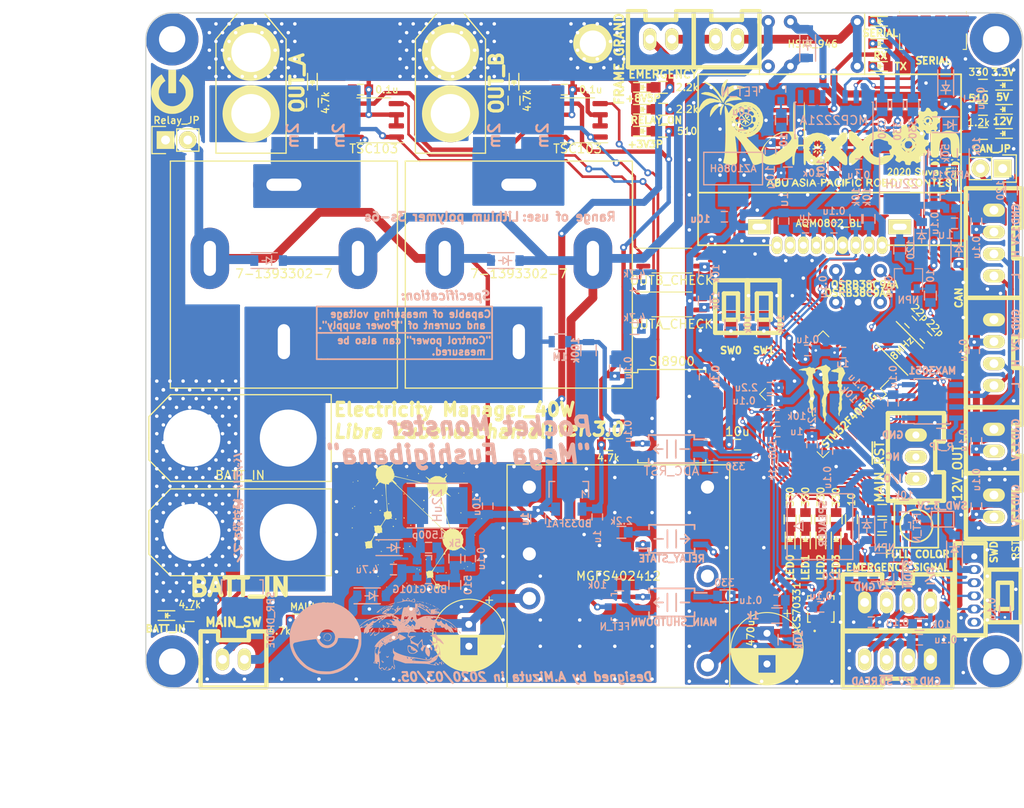
<source format=kicad_pcb>
(kicad_pcb (version 20171130) (host pcbnew "(5.1.5)-3")
  (layers (0 F.Cu signal) (31 B.Cu signal) (34 B.Paste user) (35 F.Paste user) (36 B.SilkS user) (37 F.SilkS user) (38 B.Mask user) (39 F.Mask user) (44 Edge.Cuts user))
  (net 0 "")
  (net 1 GND)
  (net 2 /OSC_IN)
  (net 3 +12V)
  (net 4 +3.3V)
  (net 5 /OSC_OUT)
  (net 6 "Net-(C11-Pad1)")
  (net 7 "Net-(C13-Pad1)")
  (net 8 +5V)
  (net 9 "Net-(C20-Pad2)")
  (net 10 "Net-(C21-Pad2)")
  (net 11 "Net-(C21-Pad1)")
  (net 12 3V3)
  (net 13 GNDPWR)
  (net 14 "Net-(C23-Pad1)")
  (net 15 "Net-(C23-Pad2)")
  (net 16 "Net-(C31-Pad1)")
  (net 17 /24V)
  (net 18 /ADC12_IN4)
  (net 19 "Net-(C35-Pad1)")
  (net 20 /Voltage)
  (net 21 /ADC12_IN5)
  (net 22 /ADC12_IN6)
  (net 23 "Net-(D1-Pad2)")
  (net 24 "Net-(D1-Pad1)")
  (net 25 "Net-(D2-Pad1)")
  (net 26 "Net-(D3-Pad1)")
  (net 27 "Net-(D4-Pad1)")
  (net 28 "Net-(D5-Pad1)")
  (net 29 "Net-(D6-Pad1)")
  (net 30 "Net-(D7-Pad1)")
  (net 31 "Net-(D8-Pad1)")
  (net 32 "Net-(D9-Pad1)")
  (net 33 +BATT)
  (net 34 "Net-(D10-Pad3)")
  (net 35 "Net-(D13-Pad1)")
  (net 36 "Net-(D14-Pad1)")
  (net 37 "Net-(D15-Pad1)")
  (net 38 "Net-(D16-Pad1)")
  (net 39 "Net-(D17-Pad1)")
  (net 40 "Net-(D18-Pad1)")
  (net 41 "Net-(D19-Pad1)")
  (net 42 "Net-(D20-Pad1)")
  (net 43 /Relay_Out)
  (net 44 "Net-(JP3-Pad1)")
  (net 45 /CAN_L)
  (net 46 /SWDIO)
  (net 47 /SWCLK)
  (net 48 /CAN_H)
  (net 49 /Relay_state)
  (net 50 /Fource_shutdown)
  (net 51 /USART1_TX)
  (net 52 /USART1_RX)
  (net 53 "Net-(P10-Pad2)")
  (net 54 /Coil)
  (net 55 "Net-(IC2-Pad3)")
  (net 56 "Net-(Q2-Pad1)")
  (net 57 "Net-(Q3-Pad1)")
  (net 58 "Net-(Q3-Pad3)")
  (net 59 "Net-(R8-Pad1)")
  (net 60 /PC0)
  (net 61 "Net-(IC3-Pad2)")
  (net 62 "Net-(R12-Pad1)")
  (net 63 /PC1)
  (net 64 "Net-(IC2-Pad1)")
  (net 65 /PC3)
  (net 66 /PC4)
  (net 67 /PC5)
  (net 68 /TIM1_CH1)
  (net 69 /TIM1_CH2)
  (net 70 /TIM1_CH3)
  (net 71 /TIM1_CH4)
  (net 72 "Net-(IC4-Pad2)")
  (net 73 /I2C2_SCL)
  (net 74 /I2C2_SDA)
  (net 75 "Net-(IC4-Pad4)")
  (net 76 /FB)
  (net 77 "Net-(R47-Pad2)")
  (net 78 /CAN1_TX)
  (net 79 /CAN1_RX)
  (net 80 "Net-(U1-Pad5)")
  (net 81 "Net-(U2-Pad3)")
  (net 82 /PC2)
  (net 83 /USART2_TX)
  (net 84 /USART2_RX)
  (net 85 "Net-(U2-Pad45)")
  (net 86 "Net-(U2-Pad51)")
  (net 87 "Net-(U2-Pad52)")
  (net 88 "Net-(U2-Pad53)")
  (net 89 "Net-(U2-Pad54)")
  (net 90 "Net-(U2-Pad55)")
  (net 91 "Net-(U2-Pad56)")
  (net 92 "Net-(U4-Pad1)")
  (net 93 "Net-(U6-Pad6)")
  (net 94 "Net-(U6-Pad11)")
  (net 95 "Net-(U6-Pad14)")
  (net 96 "Net-(U6-Pad15)")
  (net 97 "Net-(P1-Pad6)")
  (net 98 "Net-(C25-Pad1)")
  (net 99 /ADC12_IN7)
  (net 100 /PC15)
  (net 101 "Net-(P11-Pad2)")
  (net 102 "Net-(R44-Pad2)")
  (net 103 /PB15)
  (net 104 /PB14)
  (net 105 /PB13)
  (net 106 /PB12)
  (net 107 "Net-(D25-Pad1)")
  (net 108 "Net-(Q7-Pad1)")
  (net 109 "Net-(U19-Pad8)")
  (net 110 "Net-(D26-Pad2)")
  (net 111 "Net-(D27-Pad2)")
  (net 112 "Net-(D28-Pad2)")
  (net 113 "Net-(D29-Pad1)")
  (net 114 "Net-(R59-Pad2)")
  (net 115 "Net-(U19-Pad9)")
  (net 116 "Net-(U19-Pad10)")
  (net 117 /D-)
  (net 118 /D+)
  (net 119 "Net-(U22-Pad3)")
  (net 120 "Net-(J1-Pad6)")
  (net 121 "Net-(J1-Pad4)")
  (net 122 "Net-(R19-Pad2)")
  (net 123 "Net-(R51-Pad2)")
  (net 124 "Net-(R58-Pad2)")
  (net 125 "Net-(C36-Pad1)")
  (net 126 "Net-(C36-Pad2)")
  (net 127 /PC13)
  (net 128 "Net-(R29-Pad2)")
  (net 129 "Net-(Q2-Pad3)")
  (net 130 "Net-(R1-Pad2)")
  (net 131 "Net-(R5-Pad2)")
  (net 132 /PC6)
  (net 133 /PC7)
  (net 134 /PC8)
  (net 135 /PC9)
  (net 136 /ADC12_IN9)
  (net 137 /ADC12_IN8)
  (net 138 "Net-(R21-Pad2)")
  (net 139 "Net-(C30-Pad1)")
  (net 140 /~RST)
  (net 141 OUT_A)
  (net 142 OUT_B)
  (net 143 "Net-(R50-Pad2)")
  (net 144 /OUTB_Current)
  (net 145 /OUTA_Current)
  (net 146 /CoilReadPin_PA15)
  (net 147 "Net-(U2-Pad28)")
  (net 148 /PA1)
  (net 149 /PA0)
  (net 150 +8V)
  (net 151 /To_CurrentA)
  (net 152 /To_CurrentB)
  (net 153 "Net-(DCDC1-Pad2)")
  (net 154 /MAIN_~RST)
  (net 155 "Net-(P8-Pad2)")
  (module RP_KiCAD_Connector:XT60_F (layer F.Cu) (at 82.75 106 270)
    (fp_text reference P15 hide)
    (fp_text value OUT_B (at 0 -5.25 90) (layer F.SilkS) (effects (font (size 1.5 1.5) (thickness 0.375))))
    (pad 1 thru_hole circle (at -3.5 0 270) (size 6.5 6.5) (drill 4.5) (layers *.Cu *.Mask F.SilkS) (net 13 GNDPWR))
    (pad 2 thru_hole circle (at 3.5 0 270) (size 6.5 6.5) (drill 4.5) (layers *.Cu *.Mask F.SilkS) (net 142 OUT_B))
  )
  (module Mizz_lib:XA_4T (layer F.Cu) (at 130 171.75)
    (fp_text reference P4 hide)
    (fp_text value EMERGENCY_SIGNAL)
    (pad 4 thru_hole oval (at 0 0) (size 1.5 2.5) (drill 1) (layers *.Cu *.Mask F.SilkS) (net 49 /Relay_state))
    (pad 3 thru_hole oval (at 2.5 0) (size 1.5 2.5) (drill 1) (layers *.Cu *.Mask F.SilkS) (net 50 /Fource_shutdown))
    (pad 2 thru_hole oval (at 5 0) (size 1.5 2.5) (drill 1) (layers *.Cu *.Mask F.SilkS) (net 3 +12V))
    (pad 1 thru_hole oval (at 7.5 0) (size 1.5 2.5) (drill 1) (layers *.Cu *.Mask F.SilkS) (net 1 GND))
  )
  (module RP_KiCAD_Connector:XT60_M (layer F.Cu) (at 60 106 270)
    (fp_text reference P17 hide)
    (fp_text value OUT_A (at 0 -5.25 90) (layer F.SilkS) (effects (font (size 1.5 1.5) (thickness 0.375))))
    (pad 2 thru_hole circle (at 3.5 0 270) (size 6.5 6.5) (drill 4.5) (layers *.Cu *.Mask F.SilkS) (net 141 OUT_A))
    (pad 1 thru_hole circle (at -3.5 0 270) (size 6.5 6.5) (drill 4.5) (layers *.Cu *.Mask F.SilkS) (net 13 GNDPWR))
  )
  (module Mizz_lib:XA_4T (layer F.Cu) (at 144.75 140.5 90)
    (fp_text reference P2 hide)
    (fp_text value CAN (at 10 -4 90) (layer F.SilkS) (effects (font (size 0.8 0.8) (thickness 0.2))))
    (pad 4 thru_hole oval (at 0 0 90) (size 1.5 2.5) (drill 1) (layers *.Cu *.Mask F.SilkS) (net 45 /CAN_L))
    (pad 3 thru_hole oval (at 2.5 0 90) (size 1.5 2.5) (drill 1) (layers *.Cu *.Mask F.SilkS) (net 48 /CAN_H))
    (pad 2 thru_hole oval (at 5 0 90) (size 1.5 2.5) (drill 1) (layers *.Cu *.Mask F.SilkS) (net 3 +12V))
    (pad 1 thru_hole oval (at 7.5 0 90) (size 1.5 2.5) (drill 1) (layers *.Cu *.Mask F.SilkS) (net 1 GND))
  )
  (module Mizz_lib:XA_4T (layer F.Cu) (at 144.75 128 90)
    (fp_text reference P3 hide)
    (fp_text value CAN)
    (pad 4 thru_hole oval (at 0 0 90) (size 1.5 2.5) (drill 1) (layers *.Cu *.Mask F.SilkS) (net 45 /CAN_L))
    (pad 3 thru_hole oval (at 2.5 0 90) (size 1.5 2.5) (drill 1) (layers *.Cu *.Mask F.SilkS) (net 48 /CAN_H))
    (pad 2 thru_hole oval (at 5 0 90) (size 1.5 2.5) (drill 1) (layers *.Cu *.Mask F.SilkS) (net 3 +12V))
    (pad 1 thru_hole oval (at 7.5 0 90) (size 1.5 2.5) (drill 1) (layers *.Cu *.Mask F.SilkS) (net 1 GND))
  )
  (module Mizz_lib:XA_2T (layer F.Cu) (at 115.5 101 180)
    (fp_text reference P11 hide)
    (fp_text value EMERGENCY (at 8.5 -4 180) (layer F.SilkS) (effects (font (size 0.9 0.9) (thickness 0.2))))
    (pad 1 thru_hole oval (at 2.5 0 180) (size 1.5 2.5) (drill 1) (layers *.Cu *.Mask F.SilkS) (net 53 "Net-(P10-Pad2)"))
    (pad 2 thru_hole oval (at 0 0 180) (size 1.5 2.5) (drill 1) (layers *.Cu *.Mask F.SilkS) (net 101 "Net-(P11-Pad2)"))
  )
  (module Mizz_lib:XA_2T (layer F.Cu) (at 108 101 180)
    (fp_text reference P10 hide)
    (fp_text value EMERGENCY hide)
    (pad 2 thru_hole oval (at 0 0 180) (size 1.5 2.5) (drill 1) (layers *.Cu *.Mask F.SilkS) (net 53 "Net-(P10-Pad2)"))
    (pad 1 thru_hole oval (at 2.5 0 180) (size 1.5 2.5) (drill 1) (layers *.Cu *.Mask F.SilkS) (net 150 +8V))
  )
  (module Mizz_lib:AQM0802_BackLight (layer F.Cu) (at 111 105)
    (fp_text reference U4 hide)
    (fp_text value AQM0802_BL (at 14.9 17) (layer F.SilkS) (effects (font (size 0.8 0.8))))
    (pad 9 thru_hole oval (at 21 19.5) (size 1.2 2) (drill 0.8) (layers *.Cu *.Mask F.SilkS) (net 4 +3.3V))
    (pad 8 thru_hole oval (at 19.5 19.5) (size 1.2 2) (drill 0.8) (layers *.Cu *.Mask F.SilkS) (net 73 /I2C2_SCL))
    (pad 7 thru_hole oval (at 18 19.5) (size 1.2 2) (drill 0.8) (layers *.Cu *.Mask F.SilkS) (net 74 /I2C2_SDA))
    (pad 6 thru_hole oval (at 16.5 19.5) (size 1.2 2) (drill 0.8) (layers *.Cu *.Mask F.SilkS) (net 1 GND))
    (pad 5 thru_hole oval (at 15 19.5) (size 1.2 2) (drill 0.8) (layers *.Cu *.Mask F.SilkS) (net 4 +3.3V))
    (pad 4 thru_hole oval (at 13.5 19.5) (size 1.2 2) (drill 0.8) (layers *.Cu *.Mask F.SilkS) (net 11 "Net-(C21-Pad1)"))
    (pad 3 thru_hole oval (at 12 19.5) (size 1.2 2) (drill 0.8) (layers *.Cu *.Mask F.SilkS) (net 10 "Net-(C21-Pad2)"))
    (pad 2 thru_hole oval (at 10.5 19.5) (size 1.2 2) (drill 0.8) (layers *.Cu *.Mask F.SilkS) (net 9 "Net-(C20-Pad2)"))
    (pad 1 thru_hole oval (at 9 19.5) (size 1.2 2) (drill 0.8) (layers *.Cu *.Mask F.SilkS) (net 92 "Net-(U4-Pad1)"))
    (pad 11 thru_hole rect (at 23 17.4) (size 2.6 1.7) (drill oval 1.6 0.7) (layers *.Cu *.Mask F.SilkS) (net 128 "Net-(R29-Pad2)"))
    (pad 10 thru_hole rect (at 7 17.4) (size 2.6 1.7) (drill oval 1.6 0.7) (layers *.Cu *.Mask F.SilkS) (net 4 +3.3V))
  )
  (module Mizz_lib:WSHP2818 (layer B.Cu) (at 70 112 90)
    (fp_text reference R56 hide)
    (fp_text value 2m (at 0 0 90) (layer B.SilkS) (effects (font (size 1.27 1.27) (thickness 0.254)) (justify mirror)))
    (pad 2 smd rect (at 2.1 0 90) (size 3.9 4.85) (layers B.Cu B.Paste B.Mask) (net 141 OUT_A))
    (pad 1 smd rect (at -2.1 0 90) (size 3.9 4.85) (layers B.Cu B.Paste B.Mask) (net 151 /To_CurrentA))
  )
  (module Mizz_lib:WSHP2818 (layer B.Cu) (at 64.75 112 90)
    (fp_text reference R55 hide)
    (fp_text value 2m (at 0 0 90) (layer B.SilkS) (effects (font (size 1.27 1.27) (thickness 0.254)) (justify mirror)))
    (pad 1 smd rect (at -2.1 0 90) (size 3.9 4.85) (layers B.Cu B.Paste B.Mask) (net 151 /To_CurrentA))
    (pad 2 smd rect (at 2.1 0 90) (size 3.9 4.85) (layers B.Cu B.Paste B.Mask) (net 141 OUT_A))
  )
  (module Mizz_lib:SOIJ-4_5.3x5.3mm_Pitch1.27mm (layer B.Cu) (at 107.96 147.75 180)
    (fp_text reference IC4 hide)
    (fp_text value ADC_RST (at 0 -2.5) (layer B.SilkS) (effects (justify mirror)))
    (pad 4 smd rect (at 3.3 0.635 180) (size 1.7 0.65) (layers B.Cu B.Paste B.Mask) (net 75 "Net-(IC4-Pad4)"))
    (pad 3 smd rect (at 3.3 -0.635 180) (size 1.7 0.65) (layers B.Cu B.Paste B.Mask) (net 13 GNDPWR))
    (pad 2 smd rect (at -3.3 -0.635 180) (size 1.7 0.65) (layers B.Cu B.Paste B.Mask) (net 72 "Net-(IC4-Pad2)"))
    (pad 1 smd rect (at -3.3 0.635 180) (size 1.7 0.65) (layers B.Cu B.Paste B.Mask) (net 103 /PB15))
  )
  (module Mizz_lib:OSRB38C9AA (layer F.Cu) (at 129.25 127.4 180)
    (fp_text reference U21 hide)
    (fp_text value OSRB38C9AA (at 0 -2.54) (layer F.SilkS) (effects (font (size 0.8 0.8) (thickness 0.2))))
    (pad 1 thru_hole circle (at -2.54 0 180) (size 1.524 1.524) (drill 0.762) (layers *.Cu *.Mask) (net 60 /PC0))
    (pad 2 thru_hole circle (at 0 0 180) (size 1.524 1.524) (drill 0.762) (layers *.Cu *.Mask) (net 1 GND))
    (pad 3 thru_hole circle (at 2.54 0 180) (size 1.524 1.524) (drill 0.762) (layers *.Cu *.Mask) (net 8 +5V))
  )
  (module Mizz_lib:C_0603 (layer F.Cu) (at 135.25 133.25 315)
    (fp_text reference C5 hide)
    (fp_text value 22p (at 0 -1.5 315) (layer F.SilkS) (effects (font (size 0.8 0.8))))
    (pad 1 smd rect (at -0.949999 0 315) (size 1 1.2) (layers F.Cu F.Paste F.Mask) (net 5 /OSC_OUT))
    (pad 2 smd rect (at 0.93 0 315) (size 1 1.2) (layers F.Cu F.Paste F.Mask) (net 1 GND))
  )
  (module Mizz_lib:Crystal_SMD_5032_2Pads (layer F.Cu) (at 134.25 136.25 135)
    (fp_text reference X1 hide)
    (fp_text value 8MHz (at 0 0 -135) (layer F.SilkS) (effects (font (size 0.8 0.8))))
    (pad 2 smd rect (at 2.05 0 135) (size 2 2.4) (layers F.Cu F.Paste F.Mask) (net 5 /OSC_OUT))
    (pad 1 smd rect (at -2.05 0 135) (size 2 2.4) (layers F.Cu F.Paste F.Mask) (net 2 /OSC_IN))
  )
  (module Mizz_lib:C_0603 (layer B.Cu) (at 124 147.25 270)
    (fp_text reference C13 hide)
    (fp_text value 2.2u (at -3 0 270) (layer B.SilkS) (effects (font (size 0.8 0.8)) (justify mirror)))
    (pad 2 smd rect (at 0.93 0 270) (size 1 1.2) (layers B.Cu B.Paste B.Mask) (net 1 GND))
    (pad 1 smd rect (at -0.949999 0 270) (size 1 1.2) (layers B.Cu B.Paste B.Mask) (net 7 "Net-(C13-Pad1)"))
  )
  (module Mizz_lib:R_0603 (layer F.Cu) (at 132 156.5)
    (fp_text reference R5 hide)
    (fp_text value 330)
    (pad 1 smd rect (at -0.78 0) (size 1 1.2) (layers F.Cu F.Paste F.Mask) (net 70 /TIM1_CH3))
    (pad 2 smd rect (at 0.78 0) (size 1 1.2) (layers F.Cu F.Paste F.Mask) (net 131 "Net-(R5-Pad2)"))
  )
  (module Mizz_lib:R_0603 (layer F.Cu) (at 131.97 158.25)
    (fp_text reference R21 hide)
    (fp_text value 330)
    (pad 2 smd rect (at 0.78 0) (size 1 1.2) (layers F.Cu F.Paste F.Mask) (net 138 "Net-(R21-Pad2)"))
    (pad 1 smd rect (at -0.78 0) (size 1 1.2) (layers F.Cu F.Paste F.Mask) (net 69 /TIM1_CH2))
  )
  (module Mizz_lib:R_0603 (layer F.Cu) (at 132 154.75)
    (fp_text reference R1 hide)
    (fp_text value 330)
    (pad 2 smd rect (at 0.78 0) (size 1 1.2) (layers F.Cu F.Paste F.Mask) (net 130 "Net-(R1-Pad2)"))
    (pad 1 smd rect (at -0.78 0) (size 1 1.2) (layers F.Cu F.Paste F.Mask) (net 71 /TIM1_CH4))
  )
  (module Mizz_lib:C_0603 (layer B.Cu) (at 133.25 142.5 270)
    (fp_text reference C4 hide)
    (fp_text value 0.1u (at -3 0 270) (layer B.SilkS) (effects (font (size 0.8 0.8)) (justify mirror)))
    (pad 1 smd rect (at -0.95 0 270) (size 1 1.2) (layers B.Cu B.Paste B.Mask) (net 4 +3.3V))
    (pad 2 smd rect (at 0.93 0 270) (size 1 1.2) (layers B.Cu B.Paste B.Mask) (net 1 GND))
  )
  (module Mizz_lib:C_0603 (layer B.Cu) (at 119.25 140.75 180)
    (fp_text reference C11 hide)
    (fp_text value 2.2u (at 2.75 0 180) (layer B.SilkS) (effects (font (size 0.8 0.8)) (justify mirror)))
    (pad 1 smd rect (at -0.949999 0 180) (size 1 1.2) (layers B.Cu B.Paste B.Mask) (net 6 "Net-(C11-Pad1)"))
    (pad 2 smd rect (at 0.93 0 180) (size 1 1.2) (layers B.Cu B.Paste B.Mask) (net 1 GND))
  )
  (module Mizz_lib:Inductor_Taiyo-Yuden_NR-50xx_HandSoldering (layer B.Cu) (at 134.25 117.5 90)
    (fp_text reference L1 hide)
    (fp_text value 22uH (at 0 0) (layer B.SilkS) (effects (justify mirror)))
    (pad 2 smd rect (at 2.25 0 90) (size 2.4 4.2) (layers B.Cu B.Paste B.Mask) (net 35 "Net-(D13-Pad1)"))
    (pad 1 smd rect (at -2.25 0 90) (size 2.4 4.2) (layers B.Cu B.Paste B.Mask) (net 14 "Net-(C23-Pad1)"))
  )
  (module Mizz_lib:C_0603 (layer B.Cu) (at 126.5 122.5)
    (fp_text reference C19 hide)
    (fp_text value 0.1u (at 0 -1.9) (layer B.SilkS) (effects (font (size 0.8 0.8)) (justify mirror)))
    (pad 1 smd rect (at -0.95 0) (size 1 1.2) (layers B.Cu B.Paste B.Mask) (net 4 +3.3V))
    (pad 2 smd rect (at 0.93 0) (size 1 1.2) (layers B.Cu B.Paste B.Mask) (net 1 GND))
  )
  (module Mizz_lib:SOD-123 (layer B.Cu) (at 140.75 125 90)
    (fp_text reference D12 hide)
    (fp_text value DIODE hide)
    (pad 1 smd rect (at -1.635 0 90) (size 0.91 1.22) (layers B.Cu B.Paste B.Mask) (net 3 +12V))
    (pad 2 smd rect (at 1.635 0 90) (size 0.91 1.22) (layers B.Cu B.Paste B.Mask) (net 98 "Net-(C25-Pad1)"))
  )
  (module Mizz_lib:R_0603 (layer B.Cu) (at 120.5 110.25 90)
    (fp_text reference R48 hide)
    (fp_text value 10 (at -2.25 0.25 90) (layer B.SilkS) (effects (font (size 0.8 0.8) (thickness 0.2)) (justify mirror)))
    (pad 1 smd rect (at -0.78 0 90) (size 1 1.2) (layers B.Cu B.Paste B.Mask) (net 82 /PC2))
    (pad 2 smd rect (at 0.78 0 90) (size 1 1.2) (layers B.Cu B.Paste B.Mask) (net 108 "Net-(Q7-Pad1)"))
  )
  (module Mizz_lib:LED_0603 (layer F.Cu) (at 123.25 158.03 90)
    (fp_text reference D6 hide)
    (fp_text value LED1 (at -3.22 0 90) (layer F.SilkS) (effects (font (size 0.8 0.8) (thickness 0.2))))
    (pad 2 smd rect (at -0.88 0 270) (size 1 1.2) (layers F.Cu F.Paste F.Mask) (net 1 GND))
    (pad 1 smd rect (at 0.88 0 270) (size 1 1.2) (layers F.Cu F.Paste F.Mask) (net 29 "Net-(D6-Pad1)"))
  )
  (module Mizz_lib:C_0603 (layer B.Cu) (at 119.25 142.25)
    (fp_text reference C9 hide)
    (fp_text value 0.1u (at -3 0) (layer B.SilkS) (effects (font (size 0.8 0.8)) (justify mirror)))
    (pad 2 smd rect (at 0.93 0) (size 1 1.2) (layers B.Cu B.Paste B.Mask) (net 4 +3.3V))
    (pad 1 smd rect (at -0.95 0) (size 1 1.2) (layers B.Cu B.Paste B.Mask) (net 1 GND))
  )
  (module Mizz_lib:UGCT7525AN4 (layer B.Cu) (at 125.25 156.25 180)
    (fp_text reference SP1 hide)
    (fp_text value SPEAKER (at 0 0 270) (layer B.SilkS) (effects (font (size 0.8 0.8) (thickness 0.2)) (justify mirror)))
    (pad 3 smd rect (at 3.6 -3.6 180) (size 2.3 2.3) (layers B.Cu B.Paste B.Mask))
    (pad 2 smd rect (at -3 -3.6 180) (size 2.3 2.3) (layers B.Cu B.Paste B.Mask) (net 32 "Net-(D9-Pad1)"))
    (pad 1 smd rect (at -3 3 180) (size 2.3 2.3) (layers B.Cu B.Paste B.Mask) (net 4 +3.3V))
  )
  (module Mizz_lib:C_0603 (layer B.Cu) (at 111.75 139.5 270)
    (fp_text reference C27 hide)
    (fp_text value 0.1u (at 0 -1.25 270) (layer B.SilkS) (effects (font (size 0.8 0.8) (thickness 0.2)) (justify mirror)))
    (pad 2 smd rect (at 0.93 0 270) (size 1 1.2) (layers B.Cu B.Paste B.Mask) (net 1 GND))
    (pad 1 smd rect (at -0.95 0 270) (size 1 1.2) (layers B.Cu B.Paste B.Mask) (net 4 +3.3V))
  )
  (module Mizz_lib:C_0603 (layer B.Cu) (at 120 165 180)
    (fp_text reference C44 hide)
    (fp_text value 0.1u (at 3 0 180) (layer B.SilkS) (effects (font (size 0.8 0.8)) (justify mirror)))
    (pad 1 smd rect (at -0.95 0 180) (size 1 1.2) (layers B.Cu B.Paste B.Mask) (net 137 /ADC12_IN8))
    (pad 2 smd rect (at 0.93 0 180) (size 1 1.2) (layers B.Cu B.Paste B.Mask) (net 1 GND))
  )
  (module Mizz_lib:SOT-23 (layer B.Cu) (at 119.5 107 180)
    (fp_text reference Q7 hide)
    (fp_text value FET_N (at 3.75 0 180) (layer B.SilkS) (effects (justify mirror)))
    (pad 1 smd rect (at -0.95 -1.00076 180) (size 0.8001 0.8001) (layers B.Cu B.Paste B.Mask) (net 108 "Net-(Q7-Pad1)"))
    (pad 2 smd rect (at 0.95 -1.00076 180) (size 0.8001 0.8001) (layers B.Cu B.Paste B.Mask) (net 1 GND))
    (pad 3 smd rect (at 0 0.99822 180) (size 0.8001 0.8001) (layers B.Cu B.Paste B.Mask) (net 107 "Net-(D25-Pad1)"))
  )
  (module Mizz_lib:R_0603 (layer B.Cu) (at 146.75 118.25 90)
    (fp_text reference R6 hide)
    (fp_text value 120 (at 0 -1.25 90) (layer B.SilkS) (effects (font (size 0.8 0.8)) (justify mirror)))
    (pad 2 smd rect (at 0.78 0 90) (size 1 1.2) (layers B.Cu B.Paste B.Mask) (net 44 "Net-(JP3-Pad1)"))
    (pad 1 smd rect (at -0.78 0 90) (size 1 1.2) (layers B.Cu B.Paste B.Mask) (net 48 /CAN_H))
  )
  (module Mizz_lib:GS2 (layer B.Cu) (at 138.885 155.75 90)
    (fp_text reference JP2 hide)
    (fp_text value SWD_3.3V (at 1.524 0) (layer B.SilkS) (effects (font (size 0.8 0.8) (thickness 0.2)) (justify mirror)))
    (pad 2 smd rect (at 0 -0.635 90) (size 1.27 0.9652) (layers B.Cu B.Paste B.Mask) (net 4 +3.3V))
    (pad 1 smd rect (at 0 0.635 90) (size 1.27 0.9652) (layers B.Cu B.Paste B.Mask) (net 23 "Net-(D1-Pad2)"))
  )
  (module Mizz_lib:C_0603 (layer B.Cu) (at 131.25 142.25 135)
    (fp_text reference C12 hide)
    (fp_text value 0.1u (at 2.828427 0 135) (layer B.SilkS) (effects (font (size 0.8 0.8)) (justify mirror)))
    (pad 1 smd rect (at -0.949999 0 135) (size 1 1.2) (layers B.Cu B.Paste B.Mask) (net 1 GND))
    (pad 2 smd rect (at 0.93 0 135) (size 1 1.2) (layers B.Cu B.Paste B.Mask) (net 4 +3.3V))
  )
  (module Mizz_lib:C_0603 (layer B.Cu) (at 120.75 121.75 270)
    (fp_text reference C20 hide)
    (fp_text value 1u (at -2.5 0 270) (layer B.SilkS) (effects (justify mirror)))
    (pad 2 smd rect (at 0.93 0 270) (size 1 1.2) (layers B.Cu B.Paste B.Mask) (net 9 "Net-(C20-Pad2)"))
    (pad 1 smd rect (at -0.95 0 270) (size 1 1.2) (layers B.Cu B.Paste B.Mask) (net 4 +3.3V))
  )
  (module Mizz_lib:C_0603 (layer B.Cu) (at 138 119 90)
    (fp_text reference C23 hide)
    (fp_text value 0.1u (at -3 0 90) (layer B.SilkS) (effects (font (size 0.8 0.8)) (justify mirror)))
    (pad 1 smd rect (at -0.95 0 90) (size 1 1.2) (layers B.Cu B.Paste B.Mask) (net 14 "Net-(C23-Pad1)"))
    (pad 2 smd rect (at 0.93 0 90) (size 1 1.2) (layers B.Cu B.Paste B.Mask) (net 15 "Net-(C23-Pad2)"))
  )
  (module Mizz_lib:C_0603 (layer B.Cu) (at 119.25 113.75 270)
    (fp_text reference C24 hide)
    (fp_text value 10u (at 3 0 270) (layer B.SilkS) (effects (justify mirror)))
    (pad 1 smd rect (at -0.95 0 270) (size 1 1.2) (layers B.Cu B.Paste B.Mask) (net 8 +5V))
    (pad 2 smd rect (at 0.93 0 270) (size 1 1.2) (layers B.Cu B.Paste B.Mask) (net 1 GND))
  )
  (module Mizz_lib:C_0603 (layer B.Cu) (at 140.25 122 180)
    (fp_text reference C25 hide)
    (fp_text value 1u (at 1 -1.25 180) (layer B.SilkS) (effects (justify mirror)))
    (pad 2 smd rect (at 0.93 0 180) (size 1 1.2) (layers B.Cu B.Paste B.Mask) (net 1 GND))
    (pad 1 smd rect (at -0.95 0 180) (size 1 1.2) (layers B.Cu B.Paste B.Mask) (net 98 "Net-(C25-Pad1)"))
  )
  (module Mizz_lib:C_0603 (layer B.Cu) (at 114 121.25 180)
    (fp_text reference C26 hide)
    (fp_text value 10u (at 2.75 -0.25 180) (layer B.SilkS) (effects (font (size 0.8 0.8) (thickness 0.2)) (justify mirror)))
    (pad 1 smd rect (at -0.95 0 180) (size 1 1.2) (layers B.Cu B.Paste B.Mask) (net 4 +3.3V))
    (pad 2 smd rect (at 0.93 0 180) (size 1 1.2) (layers B.Cu B.Paste B.Mask) (net 1 GND))
  )
  (module Mizz_lib:C_0603 (layer F.Cu) (at 115.5 147.25)
    (fp_text reference C28 hide)
    (fp_text value 10u (at 0 -1.5) (layer F.SilkS))
    (pad 2 smd rect (at 0.93 0) (size 1 1.2) (layers F.Cu F.Paste F.Mask) (net 1 GND))
    (pad 1 smd rect (at -0.95 0) (size 1 1.2) (layers F.Cu F.Paste F.Mask) (net 4 +3.3V))
  )
  (module Mizz_lib:SOD-123 (layer B.Cu) (at 140.25 159.25 90)
    (fp_text reference D1 hide)
    (fp_text value DIODE hide)
    (pad 2 smd rect (at 1.635 0 90) (size 0.91 1.22) (layers B.Cu B.Paste B.Mask) (net 23 "Net-(D1-Pad2)"))
    (pad 1 smd rect (at -1.635 0 90) (size 0.91 1.22) (layers B.Cu B.Paste B.Mask) (net 24 "Net-(D1-Pad1)"))
  )
  (module Mizz_lib:SOD-123 (layer B.Cu) (at 130.25 156.5 90)
    (fp_text reference D9 hide)
    (fp_text value DIODE hide)
    (pad 1 smd rect (at -1.635 0 90) (size 0.91 1.22) (layers B.Cu B.Paste B.Mask) (net 32 "Net-(D9-Pad1)"))
    (pad 2 smd rect (at 1.635 0 90) (size 0.91 1.22) (layers B.Cu B.Paste B.Mask) (net 4 +3.3V))
  )
  (module Mizz_lib:SOD-123 (layer B.Cu) (at 136.5 123.5 90)
    (fp_text reference D11 hide)
    (fp_text value DIODE hide)
    (pad 2 smd rect (at 1.635 0 90) (size 0.91 1.22) (layers B.Cu B.Paste B.Mask) (net 14 "Net-(C23-Pad1)"))
    (pad 1 smd rect (at -1.635 0 90) (size 0.91 1.22) (layers B.Cu B.Paste B.Mask) (net 1 GND))
  )
  (module Mizz_lib:SOD-123 (layer B.Cu) (at 139.75 110.75)
    (fp_text reference D13 hide)
    (fp_text value DIODE hide)
    (pad 2 smd rect (at 1.635 0) (size 0.91 1.22) (layers B.Cu B.Paste B.Mask) (net 8 +5V))
    (pad 1 smd rect (at -1.635 0) (size 0.91 1.22) (layers B.Cu B.Paste B.Mask) (net 35 "Net-(D13-Pad1)"))
  )
  (module Mizz_lib:SOD-123 (layer B.Cu) (at 73.75 164.5)
    (fp_text reference D21 hide)
    (fp_text value DIODE hide)
    (pad 1 smd rect (at -1.635 0) (size 0.91 1.22) (layers B.Cu B.Paste B.Mask) (net 17 /24V))
    (pad 2 smd rect (at 1.635 0) (size 0.91 1.22) (layers B.Cu B.Paste B.Mask) (net 16 "Net-(C31-Pad1)"))
  )
  (module Mizz_lib:Pin_Header_Straight_1x02 (layer F.Cu) (at 145.75 115.75 270)
    (fp_text reference JP3 hide)
    (fp_text value CAN_JP (at -2.25 1.25) (layer F.SilkS) (effects (font (size 0.8 0.8) (thickness 0.2))))
    (pad 1 thru_hole rect (at 0 0 270) (size 2.032 2.032) (drill 1.016) (layers *.Cu *.Mask F.SilkS) (net 44 "Net-(JP3-Pad1)"))
    (pad 2 thru_hole oval (at 0 2.54 270) (size 2.032 2.032) (drill 1.016) (layers *.Cu *.Mask F.SilkS) (net 45 /CAN_L))
  )
  (module Mizz_lib:XA_2T (layer F.Cu) (at 59.25 171.75 180)
    (fp_text reference P9 hide)
    (fp_text value MAIN_SW (at 1.25 4.25 180) (layer F.SilkS) (effects (font (thickness 0.25))))
    (pad 2 thru_hole oval (at 0 0 180) (size 1.5 2.5) (drill 1) (layers *.Cu *.Mask F.SilkS) (net 17 /24V))
    (pad 1 thru_hole oval (at 2.5 0 180) (size 1.5 2.5) (drill 1) (layers *.Cu *.Mask F.SilkS) (net 34 "Net-(D10-Pad3)"))
  )
  (module Mizz_lib:XT90PB (layer F.Cu) (at 58.75 157.25 180)
    (fp_text reference P13 hide)
    (fp_text value BATT_IN (at 0 -6.25 180) (layer F.SilkS) (effects (font (size 2 2) (thickness 0.5))))
    (pad 1 thru_hole circle (at 5.5 0 180) (size 8.5 8.5) (drill 6.5) (layers *.Cu *.Mask) (net 13 GNDPWR))
    (pad 2 thru_hole circle (at -5.5 0 180) (size 8.5 8.5) (drill 6.5) (layers *.Cu *.Mask) (net 33 +BATT))
  )
  (module Mizz_lib:XT90PB (layer F.Cu) (at 58.75 146.5 180)
    (fp_text reference P16 hide)
    (fp_text value BATT_IN (at 0 -4.25 180) (layer F.SilkS))
    (pad 2 thru_hole circle (at -5.5 0 180) (size 8.5 8.5) (drill 6.5) (layers *.Cu *.Mask) (net 33 +BATT))
    (pad 1 thru_hole circle (at 5.5 0 180) (size 8.5 8.5) (drill 6.5) (layers *.Cu *.Mask) (net 13 GNDPWR))
  )
  (module Mizz_lib:SW_SPST_CK_RS282G05A3 (layer F.Cu) (at 146 164.5 270)
    (fp_text reference SW1 hide)
    (fp_text value RST (at -5.25 -1.25 270) (layer F.SilkS) (effects (font (size 0.8 0.8))))
    (pad 2 smd rect (at -2.8 0 270) (size 2.6 1.5) (layers F.Cu F.Paste F.Mask) (net 1 GND))
    (pad 1 smd rect (at 2.8 0 270) (size 2.6 1.5) (layers F.Cu F.Paste F.Mask) (net 140 /~RST))
  )
  (module Mizz_lib:TSOT-6-MK06A (layer B.Cu) (at 140.25 119)
    (fp_text reference U5 hide)
    (fp_text value AP3211 (at -0.5 -2.5) (layer B.SilkS) (effects (font (size 0.8 0.8)) (justify mirror)))
    (pad 6 smd rect (at -0.94996 1.30048) (size 0.69088 1.00076) (layers B.Cu B.Paste B.Mask) (net 14 "Net-(C23-Pad1)"))
    (pad 5 smd rect (at 0 1.30048) (size 0.69088 1.00076) (layers B.Cu B.Paste B.Mask) (net 98 "Net-(C25-Pad1)"))
    (pad 4 smd rect (at 0.94996 1.30048) (size 0.69088 1.00076) (layers B.Cu B.Paste B.Mask) (net 98 "Net-(C25-Pad1)"))
    (pad 3 smd rect (at 0.94996 -1.30048) (size 0.69088 1.00076) (layers B.Cu B.Paste B.Mask) (net 76 /FB))
    (pad 2 smd rect (at 0 -1.30048) (size 0.69088 1.00076) (layers B.Cu B.Paste B.Mask) (net 1 GND))
    (pad 1 smd rect (at -0.94996 -1.30048) (size 0.69088 1.00076) (layers B.Cu B.Paste B.Mask) (net 15 "Net-(C23-Pad2)"))
  )
  (module Mizz_lib:AZ1086H (layer B.Cu) (at 115 115.75)
    (fp_text reference U7 hide)
    (fp_text value AZ1086H (at 0 0) (layer B.SilkS) (effects (font (size 0.8 0.8)) (justify mirror)))
    (pad 2 smd rect (at 0 -2.9) (size 1.2 2) (layers B.Cu B.Paste B.Mask) (net 4 +3.3V))
    (pad 1 smd rect (at -2.3 -2.9) (size 1.2 2) (layers B.Cu B.Paste B.Mask) (net 1 GND))
    (pad 3 smd rect (at 2.3 -2.9) (size 1.2 2) (layers B.Cu B.Paste B.Mask) (net 8 +5V))
    (pad 2 smd rect (at 0 3.1) (size 3.5 2.5) (layers B.Cu B.Paste B.Mask) (net 4 +3.3V))
  )
  (module Mizz_lib:SOIJ-4_5.3x5.3mm_Pitch1.27mm (layer B.Cu) (at 108 165.25 180)
    (fp_text reference IC2 hide)
    (fp_text value MAIN_SHUTDOWN (at -0.25 -2.25 180) (layer B.SilkS) (effects (font (size 0.8 0.8) (thickness 0.2)) (justify mirror)))
    (pad 1 smd rect (at -3.3 0.635 180) (size 1.7 0.65) (layers B.Cu B.Paste B.Mask) (net 64 "Net-(IC2-Pad1)"))
    (pad 2 smd rect (at -3.3 -0.635 180) (size 1.7 0.65) (layers B.Cu B.Paste B.Mask) (net 1 GND))
    (pad 3 smd rect (at 3.3 -0.635 180) (size 1.7 0.65) (layers B.Cu B.Paste B.Mask) (net 55 "Net-(IC2-Pad3)"))
    (pad 4 smd rect (at 3.3 0.635 180) (size 1.7 0.65) (layers B.Cu B.Paste B.Mask) (net 150 +8V))
  )
  (module Mizz_lib:SOIJ-4_5.3x5.3mm_Pitch1.27mm (layer B.Cu) (at 108 158)
    (fp_text reference IC3 hide)
    (fp_text value RELAY_STATE (at 0 2.25) (layer B.SilkS) (effects (font (size 0.8 0.8) (thickness 0.2)) (justify mirror)))
    (pad 4 smd rect (at 3.3 0.635) (size 1.7 0.65) (layers B.Cu B.Paste B.Mask) (net 49 /Relay_state))
    (pad 3 smd rect (at 3.3 -0.635) (size 1.7 0.65) (layers B.Cu B.Paste B.Mask) (net 1 GND))
    (pad 2 smd rect (at -3.3 -0.635) (size 1.7 0.65) (layers B.Cu B.Paste B.Mask) (net 61 "Net-(IC3-Pad2)"))
    (pad 1 smd rect (at -3.3 0.635) (size 1.7 0.65) (layers B.Cu B.Paste B.Mask) (net 54 /Coil))
  )
  (module Mizz_lib:ZH_6T (layer F.Cu) (at 142.5 160 270)
    (fp_text reference P1 hide)
    (fp_text value SWD (at -0.5 -2.25 270) (layer F.SilkS) (effects (font (size 0.8 0.8) (thickness 0.2))))
    (pad 1 thru_hole oval (at 0 0 270) (size 1 1.524) (drill 0.7) (layers *.Cu *.Mask) (net 1 GND))
    (pad 2 thru_hole oval (at 1.5 0 270) (size 1 1.524) (drill 0.7) (layers *.Cu *.Mask) (net 24 "Net-(D1-Pad1)"))
    (pad 3 thru_hole oval (at 3 0 270) (size 1 1.524) (drill 0.7) (layers *.Cu *.Mask) (net 47 /SWCLK))
    (pad 4 thru_hole oval (at 4.5 0 270) (size 1 1.524) (drill 0.7) (layers *.Cu *.Mask) (net 46 /SWDIO))
    (pad 5 thru_hole oval (at 6 0 270) (size 1 1.524) (drill 0.7) (layers *.Cu *.Mask) (net 140 /~RST))
    (pad 6 thru_hole oval (at 7.5 0 270) (size 1 1.524) (drill 0.7) (layers *.Cu *.Mask) (net 97 "Net-(P1-Pad6)"))
  )
  (module Mizz_lib:C_0603 (layer F.Cu) (at 137 135 135)
    (fp_text reference C1 hide)
    (fp_text value 22p (at 0 1.5 135) (layer F.SilkS) (effects (font (size 0.8 0.8))))
    (pad 1 smd rect (at -0.949999 0 135) (size 1 1.2) (layers F.Cu F.Paste F.Mask) (net 2 /OSC_IN))
    (pad 2 smd rect (at 0.93 0 135) (size 1 1.2) (layers F.Cu F.Paste F.Mask) (net 1 GND))
  )
  (module Mizz_lib:C_0603 (layer B.Cu) (at 142.5 136.5 270)
    (fp_text reference C2 hide)
    (fp_text value 0.1u (at 0 1.25 270) (layer B.SilkS) (effects (font (size 0.8 0.8)) (justify mirror)))
    (pad 1 smd rect (at -0.95 0 270) (size 1 1.2) (layers B.Cu B.Paste B.Mask) (net 3 +12V))
    (pad 2 smd rect (at 0.93 0 270) (size 1 1.2) (layers B.Cu B.Paste B.Mask) (net 1 GND))
  )
  (module Mizz_lib:C_0603 (layer B.Cu) (at 146 166 90)
    (fp_text reference C3 hide)
    (fp_text value 0.1u (at 0 -1.5 90) (layer B.SilkS) (effects (font (size 0.8 0.8)) (justify mirror)))
    (pad 1 smd rect (at -0.95 0 90) (size 1 1.2) (layers B.Cu B.Paste B.Mask) (net 140 /~RST))
    (pad 2 smd rect (at 0.93 0 90) (size 1 1.2) (layers B.Cu B.Paste B.Mask) (net 1 GND))
  )
  (module Mizz_lib:C_0603 (layer B.Cu) (at 142.75 121.75 90)
    (fp_text reference C6 hide)
    (fp_text value 0.1u (at -3 0 90) (layer B.SilkS) (effects (font (size 0.8 0.8)) (justify mirror)))
    (pad 2 smd rect (at 0.93 0 90) (size 1 1.2) (layers B.Cu B.Paste B.Mask) (net 1 GND))
    (pad 1 smd rect (at -0.95 0 90) (size 1 1.2) (layers B.Cu B.Paste B.Mask) (net 3 +12V))
  )
  (module Mizz_lib:C_0603 (layer B.Cu) (at 136.25 169.5)
    (fp_text reference C7 hide)
    (fp_text value 0.1u (at 3 0) (layer B.SilkS) (effects (font (size 0.8 0.8)) (justify mirror)))
    (pad 2 smd rect (at 0.93 0) (size 1 1.2) (layers B.Cu B.Paste B.Mask) (net 1 GND))
    (pad 1 smd rect (at -0.95 0) (size 1 1.2) (layers B.Cu B.Paste B.Mask) (net 3 +12V))
  )
  (module Mizz_lib:C_0603 (layer B.Cu) (at 123.5 136.5)
    (fp_text reference C8 hide)
    (fp_text value 0.1u (at 0 -1.25) (layer B.SilkS) (effects (font (size 0.8 0.8)) (justify mirror)))
    (pad 1 smd rect (at -0.95 0) (size 1 1.2) (layers B.Cu B.Paste B.Mask) (net 1 GND))
    (pad 2 smd rect (at 0.93 0) (size 1 1.2) (layers B.Cu B.Paste B.Mask) (net 4 +3.3V))
  )
  (module Mizz_lib:C_0603 (layer B.Cu) (at 125.75 148 90)
    (fp_text reference C10 hide)
    (fp_text value 0.1u (at -3 0 90) (layer B.SilkS) (effects (font (size 0.8 0.8)) (justify mirror)))
    (pad 2 smd rect (at 0.93 0 90) (size 1 1.2) (layers B.Cu B.Paste B.Mask) (net 4 +3.3V))
    (pad 1 smd rect (at -0.95 0 90) (size 1 1.2) (layers B.Cu B.Paste B.Mask) (net 1 GND))
  )
  (module Mizz_lib:C_0603 (layer B.Cu) (at 130.75 167.5 180)
    (fp_text reference C14 hide)
    (fp_text value 0.1u (at -3 0 180) (layer B.SilkS) (effects (font (size 0.8 0.8)) (justify mirror)))
    (pad 2 smd rect (at 0.93 0 180) (size 1 1.2) (layers B.Cu B.Paste B.Mask) (net 1 GND))
    (pad 1 smd rect (at -0.95 0 180) (size 1 1.2) (layers B.Cu B.Paste B.Mask) (net 3 +12V))
  )
  (module Mizz_lib:C_0603 (layer B.Cu) (at 127.5 136.75 180)
    (fp_text reference C15 hide)
    (fp_text value 1u (at 0 -1.25 180) (layer B.SilkS) (effects (font (size 0.8 0.8)) (justify mirror)))
    (pad 2 smd rect (at 0.93 0 180) (size 1 1.2) (layers B.Cu B.Paste B.Mask) (net 4 +3.3V))
    (pad 1 smd rect (at -0.95 0 180) (size 1 1.2) (layers B.Cu B.Paste B.Mask) (net 1 GND))
  )
  (module Mizz_lib:C_0603 (layer B.Cu) (at 142.75 154.25 90)
    (fp_text reference C16 hide)
    (fp_text value 0.1u (at 3 0 90) (layer B.SilkS) (effects (font (size 0.8 0.8)) (justify mirror)))
    (pad 2 smd rect (at 0.93 0 90) (size 1 1.2) (layers B.Cu B.Paste B.Mask) (net 1 GND))
    (pad 1 smd rect (at -0.95 0 90) (size 1 1.2) (layers B.Cu B.Paste B.Mask) (net 3 +12V))
  )
  (module Mizz_lib:C_0603 (layer B.Cu) (at 142.75 146.8 90)
    (fp_text reference C17 hide)
    (fp_text value 0.1u (at 0.05 -1.5 90) (layer B.SilkS) (effects (font (size 0.8 0.8)) (justify mirror)))
    (pad 1 smd rect (at -0.95 0 90) (size 1 1.2) (layers B.Cu B.Paste B.Mask) (net 3 +12V))
    (pad 2 smd rect (at 0.93 0 90) (size 1 1.2) (layers B.Cu B.Paste B.Mask) (net 1 GND))
  )
  (module Mizz_lib:C_0603 (layer B.Cu) (at 129.32 115.25)
    (fp_text reference C18 hide)
    (fp_text value 0.1u (at 0 1.25) (layer B.SilkS) (effects (font (size 0.8 0.8)) (justify mirror)))
    (pad 1 smd rect (at -0.95 0) (size 1 1.2) (layers B.Cu B.Paste B.Mask) (net 1 GND))
    (pad 2 smd rect (at 0.93 0) (size 1 1.2) (layers B.Cu B.Paste B.Mask) (net 4 +3.3V))
  )
  (module Mizz_lib:C_0603 (layer B.Cu) (at 123.25 122.5 180)
    (fp_text reference C21 hide)
    (fp_text value 1u (at 0 1.25 180) (layer B.SilkS) (effects (font (size 0.8 0.8)) (justify mirror)))
    (pad 2 smd rect (at 0.93 0 180) (size 1 1.2) (layers B.Cu B.Paste B.Mask) (net 10 "Net-(C21-Pad2)"))
    (pad 1 smd rect (at -0.95 0 180) (size 1 1.2) (layers B.Cu B.Paste B.Mask) (net 11 "Net-(C21-Pad1)"))
  )
  (module Mizz_lib:C_0603 (layer B.Cu) (at 142 107.75 90)
    (fp_text reference C29 hide)
    (fp_text value 0.1u (at 0 1.25 90) (layer B.SilkS) (effects (font (size 0.8 0.8)) (justify mirror)))
    (pad 2 smd rect (at 0.93 0 90) (size 1 1.2) (layers B.Cu B.Paste B.Mask) (net 1 GND))
    (pad 1 smd rect (at -0.95 0 90) (size 1 1.2) (layers B.Cu B.Paste B.Mask) (net 8 +5V))
  )
  (module Mizz_lib:C_0603 (layer B.Cu) (at 85 160.25 90)
    (fp_text reference C30 hide)
    (fp_text value 0.1u (at 0 1.25 90) (layer B.SilkS) (effects (font (size 0.8 0.8)) (justify mirror)))
    (pad 2 smd rect (at 0.93 0 90) (size 1 1.2) (layers B.Cu B.Paste B.Mask) (net 150 +8V))
    (pad 1 smd rect (at -0.95 0 90) (size 1 1.2) (layers B.Cu B.Paste B.Mask) (net 139 "Net-(C30-Pad1)"))
  )
  (module Mizz_lib:C_0603 (layer B.Cu) (at 76.25 161.5 180)
    (fp_text reference C31 hide)
    (fp_text value 4.7u (at 3 0 180) (layer B.SilkS) (effects (font (size 0.8 0.8)) (justify mirror)))
    (pad 2 smd rect (at 0.93 0 180) (size 1 1.2) (layers B.Cu B.Paste B.Mask) (net 13 GNDPWR))
    (pad 1 smd rect (at -0.95 0 180) (size 1 1.2) (layers B.Cu B.Paste B.Mask) (net 16 "Net-(C31-Pad1)"))
  )
  (module Mizz_lib:C_0603 (layer B.Cu) (at 101.5 145.75 270)
    (fp_text reference C38 hide)
    (fp_text value 0.1u (at 0 -1.5 270) (layer B.SilkS) (effects (font (size 0.8 0.8)) (justify mirror)))
    (pad 1 smd rect (at -0.95 0 270) (size 1 1.2) (layers B.Cu B.Paste B.Mask) (net 20 /Voltage))
    (pad 2 smd rect (at 0.93 0 270) (size 1 1.2) (layers B.Cu B.Paste B.Mask) (net 13 GNDPWR))
  )
  (module Mizz_lib:C_0603 (layer B.Cu) (at 125 165.75)
    (fp_text reference C41 hide)
    (fp_text value 0.1u (at 0 -1.25) (layer B.SilkS) (effects (font (size 0.8 0.8)) (justify mirror)))
    (pad 2 smd rect (at 0.93 0) (size 1 1.2) (layers B.Cu B.Paste B.Mask) (net 1 GND))
    (pad 1 smd rect (at -0.95 0) (size 1 1.2) (layers B.Cu B.Paste B.Mask) (net 4 +3.3V))
  )
  (module Mizz_lib:C_0603 (layer B.Cu) (at 120 145.75)
    (fp_text reference C42 hide)
    (fp_text value 1u (at 2.25 0) (layer B.SilkS) (effects (font (size 0.8 0.8)) (justify mirror)))
    (pad 1 smd rect (at -0.95 0) (size 1 1.2) (layers B.Cu B.Paste B.Mask) (net 136 /ADC12_IN9))
    (pad 2 smd rect (at 0.93 0) (size 1 1.2) (layers B.Cu B.Paste B.Mask) (net 1 GND))
  )
  (module Mizz_lib:C_0603 (layer B.Cu) (at 99.5 155.5 90)
    (fp_text reference C43 hide)
    (fp_text value 1u (at -2.25 0 90) (layer B.SilkS) (effects (font (size 0.8 0.8)) (justify mirror)))
    (pad 1 smd rect (at -0.95 0 90) (size 1 1.2) (layers B.Cu B.Paste B.Mask) (net 13 GNDPWR))
    (pad 2 smd rect (at 0.93 0 90) (size 1 1.2) (layers B.Cu B.Paste B.Mask) (net 12 3V3))
  )
  (module Mizz_lib:LED_0603 (layer F.Cu) (at 145.75 111.75 180)
    (fp_text reference D2 hide)
    (fp_text value 12V (at 0 1.4 180) (layer F.SilkS) (effects (font (size 0.8 0.8) (thickness 0.2))))
    (pad 1 smd rect (at 0.88 0) (size 1 1.2) (layers F.Cu F.Paste F.Mask) (net 25 "Net-(D2-Pad1)"))
    (pad 2 smd rect (at -0.88 0) (size 1 1.2) (layers F.Cu F.Paste F.Mask) (net 1 GND))
  )
  (module Mizz_lib:LED_0603 (layer F.Cu) (at 145.75 109 180)
    (fp_text reference D3 hide)
    (fp_text value 5V (at 0 1.4 180) (layer F.SilkS) (effects (font (size 0.8 0.8) (thickness 0.2))))
    (pad 2 smd rect (at -0.88 0) (size 1 1.2) (layers F.Cu F.Paste F.Mask) (net 1 GND))
    (pad 1 smd rect (at 0.88 0) (size 1 1.2) (layers F.Cu F.Paste F.Mask) (net 26 "Net-(D3-Pad1)"))
  )
  (module Mizz_lib:LED_0603 (layer F.Cu) (at 145.75 106.25 180)
    (fp_text reference D4 hide)
    (fp_text value 3.3V (at 0 1.5 180) (layer F.SilkS) (effects (font (size 0.8 0.8) (thickness 0.2))))
    (pad 1 smd rect (at 0.88 0) (size 1 1.2) (layers F.Cu F.Paste F.Mask) (net 27 "Net-(D4-Pad1)"))
    (pad 2 smd rect (at -0.88 0) (size 1 1.2) (layers F.Cu F.Paste F.Mask) (net 1 GND))
  )
  (module Mizz_lib:LED_0603 (layer F.Cu) (at 121.5 158.03 90)
    (fp_text reference D5 hide)
    (fp_text value LED0 (at -3.22 0 90) (layer F.SilkS) (effects (font (size 0.8 0.8) (thickness 0.2))))
    (pad 1 smd rect (at 0.88 0 270) (size 1 1.2) (layers F.Cu F.Paste F.Mask) (net 28 "Net-(D5-Pad1)"))
    (pad 2 smd rect (at -0.88 0 270) (size 1 1.2) (layers F.Cu F.Paste F.Mask) (net 1 GND))
  )
  (module Mizz_lib:LED_0603 (layer F.Cu) (at 125 158.03 90)
    (fp_text reference D7 hide)
    (fp_text value LED2 (at -3.22 0 90) (layer F.SilkS) (effects (font (size 0.8 0.8) (thickness 0.2))))
    (pad 1 smd rect (at 0.88 0 270) (size 1 1.2) (layers F.Cu F.Paste F.Mask) (net 30 "Net-(D7-Pad1)"))
    (pad 2 smd rect (at -0.88 0 270) (size 1 1.2) (layers F.Cu F.Paste F.Mask) (net 1 GND))
  )
  (module Mizz_lib:LED_0603 (layer F.Cu) (at 126.75 158.03 90)
    (fp_text reference D8 hide)
    (fp_text value LED3 (at -3.22 0 90) (layer F.SilkS) (effects (font (size 0.8 0.8) (thickness 0.2))))
    (pad 2 smd rect (at -0.88 0 270) (size 1 1.2) (layers F.Cu F.Paste F.Mask) (net 1 GND))
    (pad 1 smd rect (at 0.88 0 270) (size 1 1.2) (layers F.Cu F.Paste F.Mask) (net 31 "Net-(D8-Pad1)"))
  )
  (module TO_SOT_Packages_SMD:TO-277A (layer B.Cu) (at 59 166)
    (fp_text reference D10 hide)
    (fp_text value SBR_DIODE (at 3.25 1.25 90) (layer B.SilkS) (effects (font (size 0.8 0.8)) (justify mirror)))
    (pad 1 smd rect (at 1.04 -2.765) (size 1.4 1.27) (layers B.Cu B.Paste B.Mask) (net 33 +BATT))
    (pad 3 smd rect (at 0 1.04) (size 4.72 4.8) (layers B.Cu B.Paste B.Mask) (net 34 "Net-(D10-Pad3)"))
    (pad 2 smd rect (at -1.04 -2.765) (size 1.4 1.27) (layers B.Cu B.Paste B.Mask) (net 33 +BATT))
  )
  (module Mizz_lib:LED_0603 (layer F.Cu) (at 50.5 166.75)
    (fp_text reference D14 hide)
    (fp_text value BATT_IN (at -0.25 1.5) (layer F.SilkS) (effects (font (size 0.8 0.8) (thickness 0.2))))
    (pad 1 smd rect (at 0.88 0 180) (size 1 1.2) (layers F.Cu F.Paste F.Mask) (net 36 "Net-(D14-Pad1)"))
    (pad 2 smd rect (at -0.88 0 180) (size 1 1.2) (layers F.Cu F.Paste F.Mask) (net 13 GNDPWR))
  )
  (module Mizz_lib:LED_0603 (layer F.Cu) (at 67.75 167.25 180)
    (fp_text reference D15 hide)
    (fp_text value MAIN_SW (at 0.75 1.5 180) (layer F.SilkS) (effects (font (size 0.8 0.8))))
    (pad 1 smd rect (at 0.88 0) (size 1 1.2) (layers F.Cu F.Paste F.Mask) (net 37 "Net-(D15-Pad1)"))
    (pad 2 smd rect (at -0.88 0) (size 1 1.2) (layers F.Cu F.Paste F.Mask) (net 13 GNDPWR))
  )
  (module Mizz_lib:LED_0603 (layer F.Cu) (at 67 106 270)
    (fp_text reference D16 hide)
    (fp_text value POWER_OUT)
    (pad 2 smd rect (at -0.88 0 90) (size 1 1.2) (layers F.Cu F.Paste F.Mask) (net 13 GNDPWR))
    (pad 1 smd rect (at 0.88 0 90) (size 1 1.2) (layers F.Cu F.Paste F.Mask) (net 38 "Net-(D16-Pad1)"))
  )
  (module Mizz_lib:LED_0603 (layer F.Cu) (at 90 106 270)
    (fp_text reference D17 hide)
    (fp_text value FUN_OUT)
    (pad 1 smd rect (at 0.88 0 90) (size 1 1.2) (layers F.Cu F.Paste F.Mask) (net 39 "Net-(D17-Pad1)"))
    (pad 2 smd rect (at -0.88 0 90) (size 1 1.2) (layers F.Cu F.Paste F.Mask) (net 13 GNDPWR))
  )
  (module Mizz_lib:LED_0603 (layer F.Cu) (at 104.74 108.99)
    (fp_text reference D18 hide)
    (fp_text value RELAY_ON (at 1.5 1.25) (layer F.SilkS) (effects (font (size 0.8 0.8) (thickness 0.2))))
    (pad 2 smd rect (at -0.88 0 180) (size 1 1.2) (layers F.Cu F.Paste F.Mask) (net 13 GNDPWR))
    (pad 1 smd rect (at 0.88 0 180) (size 1 1.2) (layers F.Cu F.Paste F.Mask) (net 40 "Net-(D18-Pad1)"))
  )
  (module Mizz_lib:LED_0603 (layer F.Cu) (at 104.74 106.49)
    (fp_text reference D19 hide)
    (fp_text value +8V5P (at 0 1.25) (layer F.SilkS) (effects (font (size 0.8 0.8) (thickness 0.2))))
    (pad 2 smd rect (at -0.88 0 180) (size 1 1.2) (layers F.Cu F.Paste F.Mask) (net 13 GNDPWR))
    (pad 1 smd rect (at 0.88 0 180) (size 1 1.2) (layers F.Cu F.Paste F.Mask) (net 41 "Net-(D19-Pad1)"))
  )
  (module Mizz_lib:LED_0603 (layer F.Cu) (at 104.74 111.49)
    (fp_text reference D20 hide)
    (fp_text value +3V3P (at 0.25 1.5) (layer F.SilkS) (effects (font (size 0.8 0.8) (thickness 0.2))))
    (pad 2 smd rect (at -0.88 0 180) (size 1 1.2) (layers F.Cu F.Paste F.Mask) (net 13 GNDPWR))
    (pad 1 smd rect (at 0.88 0 180) (size 1 1.2) (layers F.Cu F.Paste F.Mask) (net 42 "Net-(D20-Pad1)"))
  )
  (module Mizz_lib:Pin_Header_Straight_1x02 (layer F.Cu) (at 50.25 112.5 90)
    (fp_text reference JP1 hide)
    (fp_text value Relay_JP (at 2.25 1.25 -180) (layer F.SilkS) (effects (font (size 0.8 0.8))))
    (pad 1 thru_hole rect (at 0 0 90) (size 2.032 2.032) (drill 1.016) (layers *.Cu *.Mask F.SilkS) (net 13 GNDPWR))
    (pad 2 thru_hole oval (at 0 2.54 90) (size 2.032 2.032) (drill 1.016) (layers *.Cu *.Mask F.SilkS) (net 43 /Relay_Out))
  )
  (module Mizz_lib:Inductor_Taiyo-Yuden_NR-50xx_HandSoldering (layer B.Cu) (at 81.25 154.2)
    (fp_text reference L2 hide)
    (fp_text value 22uH (at 0 0 -90) (layer B.SilkS) (effects (justify mirror)))
    (pad 1 smd rect (at -2.25 0) (size 2.4 4.2) (layers B.Cu B.Paste B.Mask) (net 126 "Net-(C36-Pad2)"))
    (pad 2 smd rect (at 2.25 0) (size 2.4 4.2) (layers B.Cu B.Paste B.Mask) (net 150 +8V))
  )
  (module Mizz_lib:XA_4T (layer F.Cu) (at 137.5 165.25 180)
    (fp_text reference P5 hide)
    (fp_text value EMERGENCY_SIGNAL (at 3.75 4 180) (layer F.SilkS) (effects (font (size 0.8 0.8) (thickness 0.2))))
    (pad 4 thru_hole oval (at 0 0 180) (size 1.5 2.5) (drill 1) (layers *.Cu *.Mask F.SilkS) (net 49 /Relay_state))
    (pad 3 thru_hole oval (at 2.5 0 180) (size 1.5 2.5) (drill 1) (layers *.Cu *.Mask F.SilkS) (net 50 /Fource_shutdown))
    (pad 2 thru_hole oval (at 5 0 180) (size 1.5 2.5) (drill 1) (layers *.Cu *.Mask F.SilkS) (net 3 +12V))
    (pad 1 thru_hole oval (at 7.5 0 180) (size 1.5 2.5) (drill 1) (layers *.Cu *.Mask F.SilkS) (net 1 GND))
  )
  (module Mizz_lib:XA_2T (layer F.Cu) (at 144.75 155.5 90)
    (fp_text reference P6 hide)
    (fp_text value 12V_OUT (at 5 -4.15 90) (layer F.SilkS) (effects (font (thickness 0.2))))
    (pad 1 thru_hole oval (at 2.5 0 90) (size 1.5 2.5) (drill 1) (layers *.Cu *.Mask F.SilkS) (net 1 GND))
    (pad 2 thru_hole oval (at 0 0 90) (size 1.5 2.5) (drill 1) (layers *.Cu *.Mask F.SilkS) (net 3 +12V))
  )
  (module Mizz_lib:XA_2T (layer F.Cu) (at 144.75 148 90)
    (fp_text reference P7 hide)
    (fp_text value 12V_OUT hide)
    (pad 2 thru_hole oval (at 0 0 90) (size 1.5 2.5) (drill 1) (layers *.Cu *.Mask F.SilkS) (net 3 +12V))
    (pad 1 thru_hole oval (at 2.5 0 90) (size 1.5 2.5) (drill 1) (layers *.Cu *.Mask F.SilkS) (net 1 GND))
  )
  (module Mizz_lib:SolderWirePad_single_3mmDrill (layer F.Cu) (at 99 101.5 90)
    (fp_text reference P12 hide)
    (fp_text value FRAME_GRAND (at -1.75 3 90) (layer F.SilkS) (effects (font (thickness 0.25))))
    (pad 1 thru_hole circle (at 0 0 90) (size 4.50088 4.50088) (drill 3) (layers *.Cu *.Mask F.SilkS) (net 13 GNDPWR))
  )
  (module Mizz_lib:SOT-23 (layer B.Cu) (at 101.75 165.75 270)
    (fp_text reference Q1 hide)
    (fp_text value FET_N (at 2.25 0.25) (layer B.SilkS) (effects (font (size 0.8 0.8)) (justify mirror)))
    (pad 1 smd rect (at -0.95 -1.00076 270) (size 0.8001 0.8001) (layers B.Cu B.Paste B.Mask) (net 55 "Net-(IC2-Pad3)"))
    (pad 2 smd rect (at 0.95 -1.00076 270) (size 0.8001 0.8001) (layers B.Cu B.Paste B.Mask) (net 13 GNDPWR))
    (pad 3 smd rect (at 0 0.99822 270) (size 0.8001 0.8001) (layers B.Cu B.Paste B.Mask) (net 43 /Relay_Out))
  )
  (module Mizz_lib:R_0603 (layer F.Cu) (at 143.5 111.75 180)
    (fp_text reference R2 hide)
    (fp_text value 1.2k (at 0.5 1.25 180) (layer F.SilkS) (effects (font (size 0.8 0.8))))
    (pad 2 smd rect (at 0.78 0 180) (size 1 1.2) (layers F.Cu F.Paste F.Mask) (net 3 +12V))
    (pad 1 smd rect (at -0.78 0 180) (size 1 1.2) (layers F.Cu F.Paste F.Mask) (net 25 "Net-(D2-Pad1)"))
  )
  (module Mizz_lib:R_0603 (layer F.Cu) (at 143.5 109 180)
    (fp_text reference R3 hide)
    (fp_text value 510 (at 0.5 1.25 180) (layer F.SilkS) (effects (font (size 0.8 0.8) (thickness 0.2))))
    (pad 1 smd rect (at -0.78 0 180) (size 1 1.2) (layers F.Cu F.Paste F.Mask) (net 26 "Net-(D3-Pad1)"))
    (pad 2 smd rect (at 0.78 0 180) (size 1 1.2) (layers F.Cu F.Paste F.Mask) (net 8 +5V))
  )
  (module Mizz_lib:R_0603 (layer F.Cu) (at 143.5 106.25 180)
    (fp_text reference R4 hide)
    (fp_text value 330 (at 0.5 1.5 180) (layer F.SilkS) (effects (font (size 0.8 0.8))))
    (pad 2 smd rect (at 0.78 0 180) (size 1 1.2) (layers F.Cu F.Paste F.Mask) (net 4 +3.3V))
    (pad 1 smd rect (at -0.78 0 180) (size 1 1.2) (layers F.Cu F.Paste F.Mask) (net 27 "Net-(D4-Pad1)"))
  )
  (module Mizz_lib:R_0603 (layer B.Cu) (at 102 163.25)
    (fp_text reference R7 hide)
    (fp_text value 10k (at -2.5 0) (layer B.SilkS) (effects (font (size 0.8 0.8)) (justify mirror)))
    (pad 1 smd rect (at -0.78 0) (size 1 1.2) (layers B.Cu B.Paste B.Mask) (net 13 GNDPWR))
    (pad 2 smd rect (at 0.78 0) (size 1 1.2) (layers B.Cu B.Paste B.Mask) (net 55 "Net-(IC2-Pad3)"))
  )
  (module Mizz_lib:R_0603 (layer B.Cu) (at 130 143.25 315)
    (fp_text reference R8 hide)
    (fp_text value 10k (at -2.474874 0 315) (layer B.SilkS) (effects (font (size 0.8 0.8)) (justify mirror)))
    (pad 2 smd rect (at 0.78 0 315) (size 1 1.2) (layers B.Cu B.Paste B.Mask) (net 1 GND))
    (pad 1 smd rect (at -0.78 0 315) (size 1 1.2) (layers B.Cu B.Paste B.Mask) (net 59 "Net-(R8-Pad1)"))
  )
  (module Mizz_lib:R_0603 (layer F.Cu) (at 121.5 155.78 270)
    (fp_text reference R10 hide)
    (fp_text value 330 (at -2.58 0 270) (layer F.SilkS) (effects (font (size 0.8 0.8))))
    (pad 2 smd rect (at 0.78 0 270) (size 1 1.2) (layers F.Cu F.Paste F.Mask) (net 28 "Net-(D5-Pad1)"))
    (pad 1 smd rect (at -0.78 0 270) (size 1 1.2) (layers F.Cu F.Paste F.Mask) (net 132 /PC6))
  )
  (module Mizz_lib:R_0603 (layer B.Cu) (at 102.25 157.25)
    (fp_text reference R11 hide)
    (fp_text value 2.2k (at 0 -1.3) (layer B.SilkS) (effects (font (size 0.8 0.8)) (justify mirror)))
    (pad 1 smd rect (at -0.78 0) (size 1 1.2) (layers B.Cu B.Paste B.Mask) (net 13 GNDPWR))
    (pad 2 smd rect (at 0.78 0) (size 1 1.2) (layers B.Cu B.Paste B.Mask) (net 61 "Net-(IC3-Pad2)"))
  )
  (module Mizz_lib:R_0603 (layer B.Cu) (at 138.72 146.06 180)
    (fp_text reference R12 hide)
    (fp_text value R_JP (at -0.03 -1.44) (layer B.SilkS) (effects (font (size 0.8 0.8)) (justify mirror)))
    (pad 2 smd rect (at 0.78 0 180) (size 1 1.2) (layers B.Cu B.Paste B.Mask) (net 1 GND))
    (pad 1 smd rect (at -0.78 0 180) (size 1 1.2) (layers B.Cu B.Paste B.Mask) (net 62 "Net-(R12-Pad1)"))
  )
  (module Mizz_lib:R_0603 (layer F.Cu) (at 123.25 155.78 270)
    (fp_text reference R13 hide)
    (fp_text value 330 (at -2.58 0 270) (layer F.SilkS) (effects (font (size 0.8 0.8))))
    (pad 1 smd rect (at -0.78 0 270) (size 1 1.2) (layers F.Cu F.Paste F.Mask) (net 133 /PC7))
    (pad 2 smd rect (at 0.78 0 270) (size 1 1.2) (layers F.Cu F.Paste F.Mask) (net 29 "Net-(D6-Pad1)"))
  )
  (module Mizz_lib:R_0603 (layer F.Cu) (at 125 155.78 270)
    (fp_text reference R14 hide)
    (fp_text value 330 (at -2.58 0 270) (layer F.SilkS) (effects (font (size 0.8 0.8))))
    (pad 2 smd rect (at 0.78 0 270) (size 1 1.2) (layers F.Cu F.Paste F.Mask) (net 30 "Net-(D7-Pad1)"))
    (pad 1 smd rect (at -0.78 0 270) (size 1 1.2) (layers F.Cu F.Paste F.Mask) (net 134 /PC8))
  )
  (module Mizz_lib:R_0603 (layer B.Cu) (at 114 164.5)
    (fp_text reference R15 hide)
    (fp_text value 330 (at 0 -1.5) (layer B.SilkS) (effects (font (size 0.8 0.8)) (justify mirror)))
    (pad 2 smd rect (at 0.78 0) (size 1 1.2) (layers B.Cu B.Paste B.Mask) (net 50 /Fource_shutdown))
    (pad 1 smd rect (at -0.78 0) (size 1 1.2) (layers B.Cu B.Paste B.Mask) (net 64 "Net-(IC2-Pad1)"))
  )
  (module Mizz_lib:R_0603 (layer F.Cu) (at 126.75 155.78 270)
    (fp_text reference R16 hide)
    (fp_text value 330 (at -2.53 0 270) (layer F.SilkS) (effects (font (size 0.8 0.8))))
    (pad 1 smd rect (at -0.78 0 270) (size 1 1.2) (layers F.Cu F.Paste F.Mask) (net 135 /PC9))
    (pad 2 smd rect (at 0.78 0 270) (size 1 1.2) (layers F.Cu F.Paste F.Mask) (net 31 "Net-(D8-Pad1)"))
  )
  (module Mizz_lib:R_0603 (layer B.Cu) (at 136.25 167.75 180)
    (fp_text reference R17 hide)
    (fp_text value 10k (at -2.5 0 180) (layer B.SilkS) (effects (font (size 0.8 0.8)) (justify mirror)))
    (pad 2 smd rect (at 0.78 0 180) (size 1 1.2) (layers B.Cu B.Paste B.Mask) (net 3 +12V))
    (pad 1 smd rect (at -0.78 0 180) (size 1 1.2) (layers B.Cu B.Paste B.Mask) (net 49 /Relay_state))
  )
  (module Mizz_lib:R_0603 (layer F.Cu) (at 128.5 155.75 90)
    (fp_text reference R20 hide)
    (fp_text value 10 (at 2.25 0 90) (layer F.SilkS) (effects (font (size 0.8 0.8))))
    (pad 1 smd rect (at -0.78 0 90) (size 1 1.2) (layers F.Cu F.Paste F.Mask) (net 56 "Net-(Q2-Pad1)"))
    (pad 2 smd rect (at 0.78 0 90) (size 1 1.2) (layers F.Cu F.Paste F.Mask) (net 68 /TIM1_CH1))
  )
  (module Mizz_lib:R_0603 (layer B.Cu) (at 129 162.25 180)
    (fp_text reference R24 hide)
    (fp_text value 120 (at 2.75 0 180) (layer B.SilkS) (effects (font (size 0.8 0.8)) (justify mirror)))
    (pad 1 smd rect (at -0.78 0 180) (size 1 1.2) (layers B.Cu B.Paste B.Mask) (net 129 "Net-(Q2-Pad3)"))
    (pad 2 smd rect (at 0.78 0 180) (size 1 1.2) (layers B.Cu B.Paste B.Mask) (net 32 "Net-(D9-Pad1)"))
  )
  (module Mizz_lib:R_0603 (layer B.Cu) (at 112.72 149.75 180)
    (fp_text reference R25 hide)
    (fp_text value 330 (at -2.53 0 180) (layer B.SilkS) (effects (font (size 0.8 0.8)) (justify mirror)))
    (pad 1 smd rect (at -0.78 0 180) (size 1 1.2) (layers B.Cu B.Paste B.Mask) (net 1 GND))
    (pad 2 smd rect (at 0.78 0 180) (size 1 1.2) (layers B.Cu B.Paste B.Mask) (net 72 "Net-(IC4-Pad2)"))
  )
  (module Mizz_lib:R_0603 (layer B.Cu) (at 130.5 121.5 90)
    (fp_text reference R26 hide)
    (fp_text value 10k (at 2.5 -0.25 90) (layer B.SilkS) (effects (font (size 0.8 0.8)) (justify mirror)))
    (pad 2 smd rect (at 0.78 0 90) (size 1 1.2) (layers B.Cu B.Paste B.Mask) (net 4 +3.3V))
    (pad 1 smd rect (at -0.78 0 90) (size 1 1.2) (layers B.Cu B.Paste B.Mask) (net 73 /I2C2_SCL))
  )
  (module Mizz_lib:R_0603 (layer B.Cu) (at 129 121.5 90)
    (fp_text reference R27 hide)
    (fp_text value 10k (at 2.5 0 90) (layer B.SilkS) (effects (font (size 0.8 0.8)) (justify mirror)))
    (pad 1 smd rect (at -0.78 0 90) (size 1 1.2) (layers B.Cu B.Paste B.Mask) (net 74 /I2C2_SDA))
    (pad 2 smd rect (at 0.78 0 90) (size 1 1.2) (layers B.Cu B.Paste B.Mask) (net 4 +3.3V))
  )
  (module Mizz_lib:R_0603 (layer B.Cu) (at 137.5 130.25 270)
    (fp_text reference R28 hide)
    (fp_text value 10 (at -2.25 0 270) (layer B.SilkS) (effects (font (size 0.8 0.8)) (justify mirror)))
    (pad 2 smd rect (at 0.78 0 270) (size 1 1.2) (layers B.Cu B.Paste B.Mask) (net 127 /PC13))
    (pad 1 smd rect (at -0.78 0 270) (size 1 1.2) (layers B.Cu B.Paste B.Mask) (net 57 "Net-(Q3-Pad1)"))
  )
  (module Mizz_lib:R_0603 (layer B.Cu) (at 134 125 90)
    (fp_text reference R29 hide)
    (fp_text value 120 (at 0 1.25 90) (layer B.SilkS) (effects (font (size 0.8 0.8)) (justify mirror)))
    (pad 2 smd rect (at 0.78 0 90) (size 1 1.2) (layers B.Cu B.Paste B.Mask) (net 128 "Net-(R29-Pad2)"))
    (pad 1 smd rect (at -0.78 0 90) (size 1 1.2) (layers B.Cu B.Paste B.Mask) (net 58 "Net-(Q3-Pad3)"))
  )
  (module Mizz_lib:R_0603 (layer F.Cu) (at 100.75 147.25)
    (fp_text reference R30 hide)
    (fp_text value 4.7k (at 0 1.5) (layer F.SilkS) (effects (font (size 0.8 0.8))))
    (pad 2 smd rect (at 0.78 0) (size 1 1.2) (layers F.Cu F.Paste F.Mask) (net 75 "Net-(IC4-Pad4)"))
    (pad 1 smd rect (at -0.78 0) (size 1 1.2) (layers F.Cu F.Paste F.Mask) (net 12 3V3))
  )
  (module Mizz_lib:R_0603 (layer B.Cu) (at 138 114 90)
    (fp_text reference R31 hide)
    (fp_text value 50k (at 0 1.25 90) (layer B.SilkS) (effects (font (size 0.8 0.8)) (justify mirror)))
    (pad 2 smd rect (at 0.78 0 90) (size 1 1.2) (layers B.Cu B.Paste B.Mask) (net 35 "Net-(D13-Pad1)"))
    (pad 1 smd rect (at -0.78 0 90) (size 1 1.2) (layers B.Cu B.Paste B.Mask) (net 76 /FB))
  )
  (module Mizz_lib:R_0603 (layer B.Cu) (at 141.25 114 270)
    (fp_text reference R32 hide)
    (fp_text value 10k (at -0.75 -1.5 270) (layer B.SilkS) (effects (font (size 0.8 0.8)) (justify mirror)))
    (pad 1 smd rect (at -0.78 0 270) (size 1 1.2) (layers B.Cu B.Paste B.Mask) (net 1 GND))
    (pad 2 smd rect (at 0.78 0 270) (size 1 1.2) (layers B.Cu B.Paste B.Mask) (net 76 /FB))
  )
  (module Mizz_lib:R_0603 (layer F.Cu) (at 53 166.75)
    (fp_text reference R33 hide)
    (fp_text value 4.7k (at 0 -1.25) (layer F.SilkS) (effects (font (size 0.8 0.8))))
    (pad 1 smd rect (at -0.78 0) (size 1 1.2) (layers F.Cu F.Paste F.Mask) (net 36 "Net-(D14-Pad1)"))
    (pad 2 smd rect (at 0.78 0) (size 1 1.2) (layers F.Cu F.Paste F.Mask) (net 33 +BATT))
  )
  (module Mizz_lib:R_0603 (layer F.Cu) (at 65.25 167.25 180)
    (fp_text reference R34 hide)
    (fp_text value 4.7k (at 2 -1.25 180) (layer F.SilkS) (effects (font (size 0.8 0.8))))
    (pad 2 smd rect (at 0.78 0 180) (size 1 1.2) (layers F.Cu F.Paste F.Mask) (net 17 /24V))
    (pad 1 smd rect (at -0.78 0 180) (size 1 1.2) (layers F.Cu F.Paste F.Mask) (net 37 "Net-(D15-Pad1)"))
  )
  (module Mizz_lib:R_0603 (layer F.Cu) (at 67 108.25 270)
    (fp_text reference R35 hide)
    (fp_text value 4.7k (at 0 -1.5 270) (layer F.SilkS) (effects (font (size 0.8 0.8))))
    (pad 1 smd rect (at -0.78 0 270) (size 1 1.2) (layers F.Cu F.Paste F.Mask) (net 38 "Net-(D16-Pad1)"))
    (pad 2 smd rect (at 0.78 0 270) (size 1 1.2) (layers F.Cu F.Paste F.Mask) (net 141 OUT_A))
  )
  (module Mizz_lib:R_0603 (layer F.Cu) (at 90 108 270)
    (fp_text reference R36 hide)
    (fp_text value 4.7k (at 0 -1.5 270) (layer F.SilkS) (effects (font (size 0.8 0.8))))
    (pad 2 smd rect (at 0.78 0 270) (size 1 1.2) (layers F.Cu F.Paste F.Mask) (net 142 OUT_B))
    (pad 1 smd rect (at -0.78 0 270) (size 1 1.2) (layers F.Cu F.Paste F.Mask) (net 39 "Net-(D17-Pad1)"))
  )
  (module Mizz_lib:R_0603 (layer F.Cu) (at 107 108.99)
    (fp_text reference R37 hide)
    (fp_text value 2.2k (at 2.75 0) (layer F.SilkS) (effects (font (size 0.8 0.8))))
    (pad 1 smd rect (at -0.78 0) (size 1 1.2) (layers F.Cu F.Paste F.Mask) (net 40 "Net-(D18-Pad1)"))
    (pad 2 smd rect (at 0.78 0) (size 1 1.2) (layers F.Cu F.Paste F.Mask) (net 54 /Coil))
  )
  (module Mizz_lib:R_0603 (layer F.Cu) (at 107 106.49)
    (fp_text reference R38 hide)
    (fp_text value 2.2k (at 2.75 0) (layer F.SilkS) (effects (font (size 0.8 0.8))))
    (pad 2 smd rect (at 0.78 0) (size 1 1.2) (layers F.Cu F.Paste F.Mask) (net 150 +8V))
    (pad 1 smd rect (at -0.78 0) (size 1 1.2) (layers F.Cu F.Paste F.Mask) (net 41 "Net-(D19-Pad1)"))
  )
  (module Mizz_lib:R_0603 (layer F.Cu) (at 107 111.49)
    (fp_text reference R39 hide)
    (fp_text value 510 (at 2.75 0) (layer F.SilkS) (effects (font (size 0.8 0.8))))
    (pad 2 smd rect (at 0.78 0) (size 1 1.2) (layers F.Cu F.Paste F.Mask) (net 12 3V3))
    (pad 1 smd rect (at -0.78 0) (size 1 1.2) (layers F.Cu F.Paste F.Mask) (net 42 "Net-(D20-Pad1)"))
  )
  (module Mizz_lib:R_0603 (layer B.Cu) (at 83.25 160.25 270)
    (fp_text reference R41 hide)
    (fp_text value 5k (at -1.75 0) (layer B.SilkS) (effects (font (size 0.8 0.8)) (justify mirror)))
    (pad 2 smd rect (at 0.78 0 270) (size 1 1.2) (layers B.Cu B.Paste B.Mask) (net 139 "Net-(C30-Pad1)"))
    (pad 1 smd rect (at -0.78 0 270) (size 1 1.2) (layers B.Cu B.Paste B.Mask) (net 150 +8V))
  )
  (module Mizz_lib:R_0603 (layer B.Cu) (at 83.25 163.25 90)
    (fp_text reference R42 hide)
    (fp_text value 510 (at 0 1.5 90) (layer B.SilkS) (effects (font (size 0.8 0.8)) (justify mirror)))
    (pad 2 smd rect (at 0.78 0 90) (size 1 1.2) (layers B.Cu B.Paste B.Mask) (net 139 "Net-(C30-Pad1)"))
    (pad 1 smd rect (at -0.78 0 90) (size 1 1.2) (layers B.Cu B.Paste B.Mask) (net 13 GNDPWR))
  )
  (module Mizz_lib:R_0603 (layer B.Cu) (at 120.75 149.5 270)
    (fp_text reference R47 hide)
    (fp_text value 100-1k (at -0.5 1.25 90) (layer B.SilkS) (effects (font (size 0.8 0.8)) (justify mirror)))
    (pad 1 smd rect (at -0.78 0 270) (size 1 1.2) (layers B.Cu B.Paste B.Mask) (net 136 /ADC12_IN9))
    (pad 2 smd rect (at 0.78 0 270) (size 1 1.2) (layers B.Cu B.Paste B.Mask) (net 77 "Net-(R47-Pad2)"))
  )
  (module Mizz_lib:C_0603 (layer B.Cu) (at 101.5 138.5 270)
    (fp_text reference C22 hide)
    (fp_text value 0.1u (at 0 -1.5 270) (layer B.SilkS) (effects (font (size 0.8 0.8)) (justify mirror)))
    (pad 1 smd rect (at -0.95 0 270) (size 1 1.2) (layers B.Cu B.Paste B.Mask) (net 13 GNDPWR))
    (pad 2 smd rect (at 0.93 0 270) (size 1 1.2) (layers B.Cu B.Paste B.Mask) (net 12 3V3))
  )
  (module Mizz_lib:SOD-123 (layer B.Cu) (at 62 126.25)
    (fp_text reference D22 hide)
    (fp_text value DIODE hide)
    (pad 2 smd rect (at 1.635 0) (size 0.91 1.22) (layers B.Cu B.Paste B.Mask) (net 54 /Coil))
    (pad 1 smd rect (at -1.635 0) (size 0.91 1.22) (layers B.Cu B.Paste B.Mask) (net 43 /Relay_Out))
  )
  (module Mizz_lib:SOD-123 (layer B.Cu) (at 89 126.25)
    (fp_text reference D23 hide)
    (fp_text value DIODE hide)
    (pad 1 smd rect (at -1.635 0) (size 0.91 1.22) (layers B.Cu B.Paste B.Mask) (net 43 /Relay_Out))
    (pad 2 smd rect (at 1.635 0) (size 0.91 1.22) (layers B.Cu B.Paste B.Mask) (net 54 /Coil))
  )
  (module Mizz_lib:R_0805 (layer B.Cu) (at 95.25 135.5 180)
    (fp_text reference R45 hide)
    (fp_text value 1M (at 0 -1.75 180) (layer B.SilkS) (effects (font (size 0.8 0.8) (thickness 0.2)) (justify mirror)))
    (pad 2 smd rect (at 0.95 0 180) (size 0.7 1.3) (layers B.Cu B.Paste B.Mask) (net 33 +BATT))
    (pad 1 smd rect (at -0.95 0 180) (size 0.7 1.3) (layers B.Cu B.Paste B.Mask) (net 20 /Voltage))
  )
  (module Mizz_lib:R_0805 (layer B.Cu) (at 98.5 136.5 90)
    (fp_text reference R46 hide)
    (fp_text value 100k (at 0 -1.5 90) (layer B.SilkS) (effects (font (size 0.8 0.8) (thickness 0.2)) (justify mirror)))
    (pad 1 smd rect (at -0.95 0 90) (size 0.7 1.3) (layers B.Cu B.Paste B.Mask) (net 13 GNDPWR))
    (pad 2 smd rect (at 0.95 0 90) (size 0.7 1.3) (layers B.Cu B.Paste B.Mask) (net 20 /Voltage))
  )
  (module Mizz_lib:SOIC-16_7.5x10.3mm_Pitch1.27mm (layer F.Cu) (at 108 144)
    (fp_text reference U6 hide)
    (fp_text value SI8900 (at 0 -6.25) (layer F.SilkS))
    (pad 1 smd rect (at -4.65 -4.445) (size 1.5 0.6) (layers F.Cu F.Paste F.Mask) (net 12 3V3))
    (pad 2 smd rect (at -4.65 -3.175) (size 1.5 0.6) (layers F.Cu F.Paste F.Mask) (net 12 3V3))
    (pad 3 smd rect (at -4.65 -1.905) (size 1.5 0.6) (layers F.Cu F.Paste F.Mask) (net 145 /OUTA_Current))
    (pad 4 smd rect (at -4.65 -0.635) (size 1.5 0.6) (layers F.Cu F.Paste F.Mask) (net 144 /OUTB_Current))
    (pad 5 smd rect (at -4.65 0.635) (size 1.5 0.6) (layers F.Cu F.Paste F.Mask) (net 20 /Voltage))
    (pad 6 smd rect (at -4.65 1.905) (size 1.5 0.6) (layers F.Cu F.Paste F.Mask) (net 93 "Net-(U6-Pad6)"))
    (pad 7 smd rect (at -4.65 3.175) (size 1.5 0.6) (layers F.Cu F.Paste F.Mask) (net 75 "Net-(IC4-Pad4)"))
    (pad 8 smd rect (at -4.65 4.445) (size 1.5 0.6) (layers F.Cu F.Paste F.Mask) (net 13 GNDPWR))
    (pad 9 smd rect (at 4.65 4.445) (size 1.5 0.6) (layers F.Cu F.Paste F.Mask) (net 1 GND))
    (pad 10 smd rect (at 4.65 3.175) (size 1.5 0.6) (layers F.Cu F.Paste F.Mask) (net 4 +3.3V))
    (pad 11 smd rect (at 4.65 1.905) (size 1.5 0.6) (layers F.Cu F.Paste F.Mask) (net 94 "Net-(U6-Pad11)"))
    (pad 12 smd rect (at 4.65 0.635) (size 1.5 0.6) (layers F.Cu F.Paste F.Mask) (net 84 /USART2_RX))
    (pad 13 smd rect (at 4.65 -0.635) (size 1.5 0.6) (layers F.Cu F.Paste F.Mask) (net 83 /USART2_TX))
    (pad 14 smd rect (at 4.65 -1.905) (size 1.5 0.6) (layers F.Cu F.Paste F.Mask) (net 95 "Net-(U6-Pad14)"))
    (pad 15 smd rect (at 4.65 -3.175) (size 1.5 0.6) (layers F.Cu F.Paste F.Mask) (net 96 "Net-(U6-Pad15)"))
    (pad 16 smd rect (at 4.65 -4.445) (size 1.5 0.6) (layers F.Cu F.Paste F.Mask) (net 4 +3.3V))
  )
  (module Mizz_lib:SOT89-3_Housing (layer B.Cu) (at 96.25 152.7507 180)
    (fp_text reference U15 hide)
    (fp_text value BD33FA1 (at 0 -3.5 180) (layer B.SilkS) (effects (font (size 0.8 0.8)) (justify mirror)))
    (pad 1 smd rect (at -1.50114 -1.85166 180) (size 1.00076 1.50114) (layers B.Cu B.Paste B.Mask) (net 12 3V3))
    (pad 2 smd rect (at 0 -1.85166 180) (size 1.00076 1.50114) (layers B.Cu B.Paste B.Mask) (net 13 GNDPWR))
    (pad 3 smd rect (at 1.50114 -1.85166 180) (size 1.00076 1.50114) (layers B.Cu B.Paste B.Mask) (net 150 +8V))
    (pad 2 smd rect (at 0 1.09982 180) (size 1.99898 2.99974) (layers B.Cu B.Paste B.Mask) (net 13 GNDPWR))
    (pad 2 smd trapezoid (at 0 -0.7493) (size 1.50114 0.7493) (rect_delta 0 -0.50038) (layers B.Cu B.Paste B.Mask) (net 13 GNDPWR))
  )
  (module Mizz_lib:C_0805 (layer B.Cu) (at 92.75 155.75 90)
    (fp_text reference C37 hide)
    (fp_text value 1u (at 0 -1.5 90) (layer B.SilkS) (effects (font (size 0.8 0.8) (thickness 0.2)) (justify mirror)))
    (pad 1 smd rect (at -1 0 90) (size 1 1.25) (layers B.Cu B.Paste B.Mask) (net 13 GNDPWR))
    (pad 2 smd rect (at 1 0 90) (size 1 1.25) (layers B.Cu B.Paste B.Mask) (net 150 +8V))
  )
  (module Mizz_lib:R_0805 (layer B.Cu) (at 121 169.5 270)
    (fp_text reference R52 hide)
    (fp_text value 10k (at 0 -1.5 270) (layer B.SilkS) (effects (font (size 0.8 0.8) (thickness 0.2)) (justify mirror)))
    (pad 2 smd rect (at 0.95 0 270) (size 0.7 1.3) (layers B.Cu B.Paste B.Mask) (net 19 "Net-(C35-Pad1)"))
    (pad 1 smd rect (at -0.95 0 270) (size 0.7 1.3) (layers B.Cu B.Paste B.Mask) (net 137 /ADC12_IN8))
  )
  (module Mizz_lib:Mini_Monster (layer F.Cu) (at 125.25 141.5)
    (fp_text reference U18 hide)
    (fp_text value LOGO hide)
  )
  (module Mizz_lib:Power_logo_Silk_5x5 (layer F.Cu) (at 51 107)
    (fp_text reference U17 hide)
    (fp_text value LOGO hide)
  )
  (module Mizz_lib:C_0603 (layer B.Cu) (at 130.55 129.25 180)
    (fp_text reference C47 hide)
    (fp_text value 0.1u (at -2.2 0 270) (layer B.SilkS) (effects (font (size 0.8 0.8)) (justify mirror)))
    (pad 2 smd rect (at 0.93 0 180) (size 1 1.2) (layers B.Cu B.Paste B.Mask) (net 1 GND))
    (pad 1 smd rect (at -0.95 0 180) (size 1 1.2) (layers B.Cu B.Paste B.Mask) (net 8 +5V))
  )
  (module Mizz_lib:C_0603 (layer B.Cu) (at 127.5 129.25)
    (fp_text reference C48 hide)
    (fp_text value 0.1u (at -2.25 0 270) (layer B.SilkS) (effects (font (size 0.8 0.8)) (justify mirror)))
    (pad 2 smd rect (at 0.93 0) (size 1 1.2) (layers B.Cu B.Paste B.Mask) (net 1 GND))
    (pad 1 smd rect (at -0.95 0) (size 1 1.2) (layers B.Cu B.Paste B.Mask) (net 8 +5V))
  )
  (module Mizz_lib:SOD-123 (layer B.Cu) (at 123.5 101.5 90)
    (fp_text reference D25 hide)
    (fp_text value DIODE hide)
    (pad 1 smd rect (at -1.635 0 90) (size 0.91 1.22) (layers B.Cu B.Paste B.Mask) (net 107 "Net-(D25-Pad1)"))
    (pad 2 smd rect (at 1.635 0 90) (size 0.91 1.22) (layers B.Cu B.Paste B.Mask) (net 8 +5V))
  )
  (module Mizz_lib:R_0603 (layer B.Cu) (at 121.25 116.25 180)
    (fp_text reference R18 hide)
    (fp_text value 10k (at -2.75 0 180) (layer B.SilkS) (effects (font (size 0.8 0.8)) (justify mirror)))
    (pad 1 smd rect (at -0.78 0 180) (size 1 1.2) (layers B.Cu B.Paste B.Mask) (net 1 GND))
    (pad 2 smd rect (at 0.78 0 180) (size 1 1.2) (layers B.Cu B.Paste B.Mask) (net 82 /PC2))
  )
  (module Mizz_lib:LED_0603 (layer F.Cu) (at 131.8 104.1)
    (fp_text reference D26 hide)
    (fp_text value TX (at 2.3 0) (layer F.SilkS) (effects (font (size 0.8 0.8) (thickness 0.2))))
    (pad 2 smd rect (at -0.88 0 180) (size 1 1.2) (layers F.Cu F.Paste F.Mask) (net 110 "Net-(D26-Pad2)"))
    (pad 1 smd rect (at 0.88 0 180) (size 1 1.2) (layers F.Cu F.Paste F.Mask) (net 4 +3.3V))
  )
  (module Mizz_lib:LED_0603 (layer F.Cu) (at 131.8 101.5)
    (fp_text reference D27 hide)
    (fp_text value RX (at 0 1.35) (layer F.SilkS) (effects (font (size 0.8 0.8) (thickness 0.2))))
    (pad 1 smd rect (at 0.88 0 180) (size 1 1.2) (layers F.Cu F.Paste F.Mask) (net 4 +3.3V))
    (pad 2 smd rect (at -0.88 0 180) (size 1 1.2) (layers F.Cu F.Paste F.Mask) (net 111 "Net-(D27-Pad2)"))
  )
  (module Mizz_lib:LED_0603 (layer F.Cu) (at 131.8 98.95)
    (fp_text reference D28 hide)
    (fp_text value SERIAL (at 0 1.35) (layer F.SilkS) (effects (font (size 0.8 0.8) (thickness 0.2))))
    (pad 2 smd rect (at -0.88 0 180) (size 1 1.2) (layers F.Cu F.Paste F.Mask) (net 112 "Net-(D28-Pad2)"))
    (pad 1 smd rect (at 0.88 0 180) (size 1 1.2) (layers F.Cu F.Paste F.Mask) (net 4 +3.3V))
  )
  (module Mizz_lib:SOD-123 (layer B.Cu) (at 139.25 106.5 270)
    (fp_text reference D29 hide)
    (fp_text value DIODE hide)
    (pad 1 smd rect (at -1.635 0 270) (size 0.91 1.22) (layers B.Cu B.Paste B.Mask) (net 113 "Net-(D29-Pad1)"))
    (pad 2 smd rect (at 1.635 0 270) (size 0.91 1.22) (layers B.Cu B.Paste B.Mask) (net 8 +5V))
  )
  (module Mizz_lib:R_0603 (layer B.Cu) (at 132 108.5 270)
    (fp_text reference R19 hide)
    (fp_text value 330 (at 2.75 0 270) (layer B.SilkS) (effects (font (size 0.8 0.8)) (justify mirror)))
    (pad 1 smd rect (at -0.78 0 270) (size 1 1.2) (layers B.Cu B.Paste B.Mask) (net 110 "Net-(D26-Pad2)"))
    (pad 2 smd rect (at 0.78 0 270) (size 1 1.2) (layers B.Cu B.Paste B.Mask) (net 122 "Net-(R19-Pad2)"))
  )
  (module Mizz_lib:R_0603 (layer B.Cu) (at 133.75 108.5 270)
    (fp_text reference R51 hide)
    (fp_text value 330 (at 2.94 0.01 270) (layer B.SilkS) (effects (font (size 0.8 0.8)) (justify mirror)))
    (pad 2 smd rect (at 0.78 0 270) (size 1 1.2) (layers B.Cu B.Paste B.Mask) (net 123 "Net-(R51-Pad2)"))
    (pad 1 smd rect (at -0.78 0 270) (size 1 1.2) (layers B.Cu B.Paste B.Mask) (net 111 "Net-(D27-Pad2)"))
  )
  (module Mizz_lib:R_0603 (layer B.Cu) (at 135.5 108.5 270)
    (fp_text reference R58 hide)
    (fp_text value 330 (at 2.75 0 270) (layer B.SilkS) (effects (font (size 0.8 0.8)) (justify mirror)))
    (pad 1 smd rect (at -0.78 0 270) (size 1 1.2) (layers B.Cu B.Paste B.Mask) (net 112 "Net-(D28-Pad2)"))
    (pad 2 smd rect (at 0.78 0 270) (size 1 1.2) (layers B.Cu B.Paste B.Mask) (net 124 "Net-(R58-Pad2)"))
  )
  (module Mizz_lib:R_0603 (layer B.Cu) (at 126.5 115.75 90)
    (fp_text reference R59 hide)
    (fp_text value 10k (at 0 -1.5 90) (layer B.SilkS) (effects (font (size 0.8 0.8)) (justify mirror)))
    (pad 2 smd rect (at 0.78 0 90) (size 1 1.2) (layers B.Cu B.Paste B.Mask) (net 114 "Net-(R59-Pad2)"))
    (pad 1 smd rect (at -0.78 0 90) (size 1 1.2) (layers B.Cu B.Paste B.Mask) (net 4 +3.3V))
  )
  (module Mizz_lib:SOIC-14_3.9x8.7mm_Pitch1.27mm (layer B.Cu) (at 126.5 110.25 90)
    (fp_text reference U19 hide)
    (fp_text value MCP2221A (at 0 0 180) (layer B.SilkS) (effects (justify mirror)))
    (pad 1 smd rect (at -2.7 3.81 90) (size 1.5 0.6) (layers B.Cu B.Paste B.Mask) (net 4 +3.3V))
    (pad 2 smd rect (at -2.7 2.54 90) (size 1.5 0.6) (layers B.Cu B.Paste B.Mask) (net 122 "Net-(R19-Pad2)"))
    (pad 3 smd rect (at -2.7 1.27 90) (size 1.5 0.6) (layers B.Cu B.Paste B.Mask) (net 123 "Net-(R51-Pad2)"))
    (pad 4 smd rect (at -2.7 0 90) (size 1.5 0.6) (layers B.Cu B.Paste B.Mask) (net 114 "Net-(R59-Pad2)"))
    (pad 5 smd rect (at -2.7 -1.27 90) (size 1.5 0.6) (layers B.Cu B.Paste B.Mask) (net 51 /USART1_TX))
    (pad 6 smd rect (at -2.7 -2.54 90) (size 1.5 0.6) (layers B.Cu B.Paste B.Mask) (net 52 /USART1_RX))
    (pad 7 smd rect (at -2.7 -3.81 90) (size 1.5 0.6) (layers B.Cu B.Paste B.Mask) (net 124 "Net-(R58-Pad2)"))
    (pad 8 smd rect (at 2.7 -3.81 90) (size 1.5 0.6) (layers B.Cu B.Paste B.Mask) (net 109 "Net-(U19-Pad8)"))
    (pad 9 smd rect (at 2.7 -2.54 90) (size 1.5 0.6) (layers B.Cu B.Paste B.Mask) (net 115 "Net-(U19-Pad9)"))
    (pad 10 smd rect (at 2.7 -1.27 90) (size 1.5 0.6) (layers B.Cu B.Paste B.Mask) (net 116 "Net-(U19-Pad10)"))
    (pad 11 smd rect (at 2.7 0 90) (size 1.5 0.6) (layers B.Cu B.Paste B.Mask) (net 4 +3.3V))
    (pad 12 smd rect (at 2.7 1.27 90) (size 1.5 0.6) (layers B.Cu B.Paste B.Mask) (net 117 /D-))
    (pad 13 smd rect (at 2.7 2.54 90) (size 1.5 0.6) (layers B.Cu B.Paste B.Mask) (net 118 /D+))
    (pad 14 smd rect (at 2.7 3.81 90) (size 1.5 0.6) (layers B.Cu B.Paste B.Mask) (net 1 GND))
  )
  (module Mizz_lib:relay_HSINDA_Y14H (layer F.Cu) (at 119 99)
    (fp_text reference U22 hide)
    (fp_text value HSIN_946 (at 5.08 2.54) (layer F.SilkS) (effects (font (size 0.8 0.8))))
    (pad 1 thru_hole circle (at 10.16 0) (size 1.524 1.524) (drill 0.762) (layers *.Cu *.Mask) (net 101 "Net-(P11-Pad2)"))
    (pad 1 thru_hole circle (at 10.16 5.08) (size 1.524 1.524) (drill 0.762) (layers *.Cu *.Mask) (net 101 "Net-(P11-Pad2)"))
    (pad 5 thru_hole circle (at 2.54 0) (size 1.524 1.524) (drill 0.762) (layers *.Cu *.Mask) (net 8 +5V))
    (pad 2 thru_hole circle (at 2.54 5.08) (size 1.524 1.524) (drill 0.762) (layers *.Cu *.Mask) (net 107 "Net-(D25-Pad1)"))
    (pad 3 thru_hole circle (at 0 5.08) (size 1.524 1.524) (drill 0.762) (layers *.Cu *.Mask) (net 119 "Net-(U22-Pad3)"))
    (pad 4 thru_hole circle (at 0 0) (size 1.524 1.524) (drill 0.762) (layers *.Cu *.Mask) (net 54 /Coil))
  )
  (module Mizz_lib:USB_Micro-B_Molex_47346-0001 (layer F.Cu) (at 137.8 100.45 180)
    (fp_text reference J1 hide)
    (fp_text value SERIAL (at 0 -3) (layer F.SilkS) (effects (font (size 0.8 0.8) (thickness 0.2))))
    (pad 6 smd rect (at 0.84 1.2 180) (size 1.175 1.9) (layers F.Cu F.Paste F.Mask) (net 120 "Net-(J1-Pad6)"))
    (pad 6 smd rect (at -0.84 1.2 180) (size 1.175 1.9) (layers F.Cu F.Paste F.Mask) (net 120 "Net-(J1-Pad6)"))
    (pad 6 smd rect (at 2.91 1.2 180) (size 2.375 1.9) (layers F.Cu F.Paste F.Mask) (net 120 "Net-(J1-Pad6)"))
    (pad 6 smd rect (at -2.91 1.2 180) (size 2.375 1.9) (layers F.Cu F.Paste F.Mask) (net 120 "Net-(J1-Pad6)"))
    (pad 6 smd rect (at 2.4625 -1.1 180) (size 1.475 2.1) (layers F.Cu F.Paste F.Mask) (net 120 "Net-(J1-Pad6)"))
    (pad 6 smd rect (at -2.4625 -1.1 180) (size 1.475 2.1) (layers F.Cu F.Paste F.Mask) (net 120 "Net-(J1-Pad6)"))
    (pad 5 smd rect (at 1.3 -1.46 180) (size 0.45 1.38) (layers F.Cu F.Paste F.Mask) (net 1 GND))
    (pad 4 smd rect (at 0.65 -1.46 180) (size 0.45 1.38) (layers F.Cu F.Paste F.Mask) (net 121 "Net-(J1-Pad4)"))
    (pad 3 smd rect (at 0 -1.46 180) (size 0.45 1.38) (layers F.Cu F.Paste F.Mask) (net 118 /D+))
    (pad 2 smd rect (at -0.65 -1.46 180) (size 0.45 1.38) (layers F.Cu F.Paste F.Mask) (net 117 /D-))
    (pad 1 smd rect (at -1.3 -1.46 180) (size 0.45 1.38) (layers F.Cu F.Paste F.Mask) (net 113 "Net-(D29-Pad1)"))
  )
  (module Mizz_lib:OSRB38C9AA (layer F.Cu) (at 129.25 131)
    (fp_text reference U20 hide)
    (fp_text value OSRB38C9AA (at 0.75 -2) (layer F.SilkS) (effects (font (size 0.8 0.8) (thickness 0.2))))
    (pad 3 thru_hole circle (at 2.54 0) (size 1.524 1.524) (drill 0.762) (layers *.Cu *.Mask) (net 8 +5V))
    (pad 2 thru_hole circle (at 0 0) (size 1.524 1.524) (drill 0.762) (layers *.Cu *.Mask) (net 1 GND))
    (pad 1 thru_hole circle (at -2.54 0) (size 1.524 1.524) (drill 0.762) (layers *.Cu *.Mask) (net 60 /PC0))
  )
  (module Mizz_lib:C_0603 (layer B.Cu) (at 80.25 159 180)
    (fp_text reference C36 hide)
    (fp_text value 1500p (at 0 1.45 180) (layer B.SilkS) (effects (font (size 0.8 0.8)) (justify mirror)))
    (pad 2 smd rect (at 0.93 0 180) (size 1 1.2) (layers B.Cu B.Paste B.Mask) (net 126 "Net-(C36-Pad2)"))
    (pad 1 smd rect (at -0.95 0 180) (size 1 1.2) (layers B.Cu B.Paste B.Mask) (net 125 "Net-(C36-Pad1)"))
  )
  (module Mizz_lib:C_0603 (layer B.Cu) (at 87 154.25 90)
    (fp_text reference C46 hide)
    (fp_text value 10u (at 0 -1.25 90) (layer B.SilkS) (effects (font (size 0.8 0.8)) (justify mirror)))
    (pad 2 smd rect (at 0.93 0 90) (size 1 1.2) (layers B.Cu B.Paste B.Mask) (net 13 GNDPWR))
    (pad 1 smd rect (at -0.95 0 90) (size 1 1.2) (layers B.Cu B.Paste B.Mask) (net 150 +8V))
  )
  (module Mizz_lib:TSOT-6-MK06A (layer B.Cu) (at 80.25 161.5 270)
    (fp_text reference U10 hide)
    (fp_text value BD9G101G (at 2.25 1 180) (layer B.SilkS) (effects (font (size 0.8 0.8)) (justify mirror)))
    (pad 6 smd rect (at -0.94996 1.30048 270) (size 0.69088 1.00076) (layers B.Cu B.Paste B.Mask) (net 126 "Net-(C36-Pad2)"))
    (pad 5 smd rect (at 0 1.30048 270) (size 0.69088 1.00076) (layers B.Cu B.Paste B.Mask) (net 16 "Net-(C31-Pad1)"))
    (pad 4 smd rect (at 0.94996 1.30048 270) (size 0.69088 1.00076) (layers B.Cu B.Paste B.Mask) (net 16 "Net-(C31-Pad1)"))
    (pad 3 smd rect (at 0.94996 -1.30048 270) (size 0.69088 1.00076) (layers B.Cu B.Paste B.Mask) (net 139 "Net-(C30-Pad1)"))
    (pad 2 smd rect (at 0 -1.30048 270) (size 0.69088 1.00076) (layers B.Cu B.Paste B.Mask) (net 13 GNDPWR))
    (pad 1 smd rect (at -0.94996 -1.30048 270) (size 0.69088 1.00076) (layers B.Cu B.Paste B.Mask) (net 125 "Net-(C36-Pad1)"))
  )
  (module Mizz_lib:SOD-123 (layer B.Cu) (at 76.25 159)
    (fp_text reference D24 hide)
    (fp_text value DIODE hide)
    (pad 1 smd rect (at -1.635 0) (size 0.91 1.22) (layers B.Cu B.Paste B.Mask) (net 13 GNDPWR))
    (pad 2 smd rect (at 1.635 0) (size 0.91 1.22) (layers B.Cu B.Paste B.Mask) (net 126 "Net-(C36-Pad2)"))
  )
  (module Mizz_lib:C_0603 (layer B.Cu) (at 116 110.75)
    (fp_text reference C49 hide)
    (fp_text value 10u (at 0 -1.5) (layer B.SilkS) (effects (font (size 0.8 0.8)) (justify mirror)))
    (pad 1 smd rect (at -0.95 0) (size 1 1.2) (layers B.Cu B.Paste B.Mask) (net 4 +3.3V))
    (pad 2 smd rect (at 0.93 0) (size 1 1.2) (layers B.Cu B.Paste B.Mask) (net 1 GND))
  )
  (module Mizz_lib:R_0805 (layer B.Cu) (at 120 166.75)
    (fp_text reference R53 hide)
    (fp_text value 1k (at -2.75 0) (layer B.SilkS) (effects (font (size 0.8 0.8) (thickness 0.2)) (justify mirror)))
    (pad 2 smd rect (at 0.95 0) (size 0.7 1.3) (layers B.Cu B.Paste B.Mask) (net 137 /ADC12_IN8))
    (pad 1 smd rect (at -0.95 0) (size 0.7 1.3) (layers B.Cu B.Paste B.Mask) (net 1 GND))
  )
  (module Mizz_lib:SW_SPST_CK_RS282G05A3 (layer F.Cu) (at 114.75 131.5 90)
    (fp_text reference SW2 hide)
    (fp_text value SW0 (at -5 0 180) (layer F.SilkS) (effects (font (size 0.8 0.8) (thickness 0.2))))
    (pad 2 smd rect (at -2.8 0 90) (size 2.6 1.5) (layers F.Cu F.Paste F.Mask) (net 67 /PC5))
    (pad 1 smd rect (at 2.8 0 90) (size 2.6 1.5) (layers F.Cu F.Paste F.Mask) (net 1 GND))
  )
  (module Mizz_lib:SW_SPST_CK_RS282G05A3 (layer F.Cu) (at 118.5 131.5 90)
    (fp_text reference SW3 hide)
    (fp_text value SW1 (at -5 0 180) (layer F.SilkS) (effects (font (size 0.8 0.8) (thickness 0.2))))
    (pad 1 smd rect (at 2.8 0 90) (size 2.6 1.5) (layers F.Cu F.Paste F.Mask) (net 1 GND))
    (pad 2 smd rect (at -2.8 0 90) (size 2.6 1.5) (layers F.Cu F.Paste F.Mask) (net 66 /PC4))
  )
  (module Mizz_lib:OSTBABS4C2B (layer F.Cu) (at 136 156.5 270)
    (fp_text reference U3 hide)
    (fp_text value "FULL COLOR" (at 3.25 0) (layer F.SilkS) (effects (font (size 0.8 0.8) (thickness 0.2))))
    (pad 6 smd rect (at -1.6 -2.4 270) (size 1 1.5) (layers F.Cu F.Paste F.Mask) (net 1 GND))
    (pad 5 smd rect (at 0 -2.4 270) (size 1 1.5) (layers F.Cu F.Paste F.Mask) (net 1 GND))
    (pad 4 smd rect (at 1.6 -2.4 270) (size 1 1.5) (layers F.Cu F.Paste F.Mask) (net 1 GND))
    (pad 3 smd rect (at 1.6 2.6 270) (size 1 1.5) (layers F.Cu F.Paste F.Mask) (net 138 "Net-(R21-Pad2)"))
    (pad 2 smd rect (at 0 2.6 270) (size 1 1.5) (layers F.Cu F.Paste F.Mask) (net 131 "Net-(R5-Pad2)"))
    (pad 1 smd rect (at -1.6 2.6 270) (size 1 1.5) (layers F.Cu F.Paste F.Mask) (net 130 "Net-(R1-Pad2)"))
  )
  (module Mizz_lib:R_0603 (layer B.Cu) (at 114.75 133.5 270)
    (fp_text reference R22 hide)
    (fp_text value 10k (at 0 -1.9 270) (layer B.SilkS) (effects (font (size 0.8 0.8)) (justify mirror)))
    (pad 2 smd rect (at 0.78 0 270) (size 1 1.2) (layers B.Cu B.Paste B.Mask) (net 67 /PC5))
    (pad 1 smd rect (at -0.78 0 270) (size 1 1.2) (layers B.Cu B.Paste B.Mask) (net 4 +3.3V))
  )
  (module Mizz_lib:R_0603 (layer B.Cu) (at 118.5 133.5 270)
    (fp_text reference R23 hide)
    (fp_text value 10k (at 0 -1.9 270) (layer B.SilkS) (effects (font (size 0.8 0.8)) (justify mirror)))
    (pad 1 smd rect (at -0.78 0 270) (size 1 1.2) (layers B.Cu B.Paste B.Mask) (net 4 +3.3V))
    (pad 2 smd rect (at 0.78 0 270) (size 1 1.2) (layers B.Cu B.Paste B.Mask) (net 66 /PC4))
  )
  (module Mizz_lib:SOIC-8_3.9x4.9mm_Pitch1.27mm (layer B.Cu) (at 137.72 142.31)
    (fp_text reference U1 hide)
    (fp_text value MAX3051 (at 0 -3.5) (layer B.SilkS) (effects (font (size 0.8 0.8) (thickness 0.2)) (justify mirror)))
    (pad 1 smd rect (at -2.7 1.905) (size 1.55 0.6) (layers B.Cu B.Paste B.Mask) (net 78 /CAN1_TX))
    (pad 2 smd rect (at -2.7 0.635) (size 1.55 0.6) (layers B.Cu B.Paste B.Mask) (net 1 GND))
    (pad 3 smd rect (at -2.7 -0.635) (size 1.55 0.6) (layers B.Cu B.Paste B.Mask) (net 4 +3.3V))
    (pad 4 smd rect (at -2.7 -1.905) (size 1.55 0.6) (layers B.Cu B.Paste B.Mask) (net 79 /CAN1_RX))
    (pad 5 smd rect (at 2.7 -1.905) (size 1.55 0.6) (layers B.Cu B.Paste B.Mask) (net 80 "Net-(U1-Pad5)"))
    (pad 6 smd rect (at 2.7 -0.635) (size 1.55 0.6) (layers B.Cu B.Paste B.Mask) (net 45 /CAN_L))
    (pad 7 smd rect (at 2.7 0.635) (size 1.55 0.6) (layers B.Cu B.Paste B.Mask) (net 48 /CAN_H))
    (pad 8 smd rect (at 2.7 1.905) (size 1.55 0.6) (layers B.Cu B.Paste B.Mask) (net 62 "Net-(R12-Pad1)"))
  )
  (module Package_QFP:LQFP-64_10x10mm_P0.5mm (layer F.Cu) (at 125.25 141.5 225)
    (fp_text reference U2 hide)
    (fp_text value STM32F405RG (at 0 -4.242641 225) (layer F.SilkS) (effects (font (size 0.8 0.8) (thickness 0.2))))
    (pad 1 smd roundrect (at -5.675 -3.749999 225) (size 1.55 0.3) (layers F.Cu F.Paste F.Mask) (net 4 +3.3V))
    (pad 2 smd roundrect (at -5.675 -3.25 225) (size 1.55 0.3) (layers F.Cu F.Paste F.Mask) (net 127 /PC13))
    (pad 3 smd roundrect (at -5.675 -2.75 225) (size 1.55 0.3) (layers F.Cu F.Paste F.Mask) (net 81 "Net-(U2-Pad3)"))
    (pad 4 smd roundrect (at -5.675 -2.25 225) (size 1.55 0.3) (layers F.Cu F.Paste F.Mask) (net 100 /PC15))
    (pad 5 smd roundrect (at -5.675 -1.75 225) (size 1.55 0.3) (layers F.Cu F.Paste F.Mask) (net 2 /OSC_IN))
    (pad 6 smd roundrect (at -5.675 -1.249999 225) (size 1.55 0.3) (layers F.Cu F.Paste F.Mask) (net 5 /OSC_OUT))
    (pad 7 smd roundrect (at -5.675 -0.75 225) (size 1.55 0.3) (layers F.Cu F.Paste F.Mask) (net 140 /~RST))
    (pad 8 smd roundrect (at -5.675 -0.25 225) (size 1.55 0.3) (layers F.Cu F.Paste F.Mask) (net 60 /PC0))
    (pad 9 smd roundrect (at -5.675 0.25 225) (size 1.55 0.3) (layers F.Cu F.Paste F.Mask) (net 63 /PC1))
    (pad 10 smd roundrect (at -5.675 0.75 225) (size 1.55 0.3) (layers F.Cu F.Paste F.Mask) (net 82 /PC2))
    (pad 11 smd roundrect (at -5.675 1.249999 225) (size 1.55 0.3) (layers F.Cu F.Paste F.Mask) (net 65 /PC3))
    (pad 12 smd roundrect (at -5.675 1.75 225) (size 1.55 0.3) (layers F.Cu F.Paste F.Mask) (net 1 GND))
    (pad 13 smd roundrect (at -5.675 2.25 225) (size 1.55 0.3) (layers F.Cu F.Paste F.Mask) (net 4 +3.3V))
    (pad 14 smd roundrect (at -5.675 2.75 225) (size 1.55 0.3) (layers F.Cu F.Paste F.Mask) (net 149 /PA0))
    (pad 15 smd roundrect (at -5.675 3.25 225) (size 1.55 0.3) (layers F.Cu F.Paste F.Mask) (net 148 /PA1))
    (pad 16 smd roundrect (at -5.675 3.749999 225) (size 1.55 0.3) (layers F.Cu F.Paste F.Mask) (net 83 /USART2_TX))
    (pad 17 smd roundrect (at -3.749999 5.675 225) (size 0.3 1.55) (layers F.Cu F.Paste F.Mask) (net 84 /USART2_RX))
    (pad 18 smd roundrect (at -3.25 5.675 225) (size 0.3 1.55) (layers F.Cu F.Paste F.Mask) (net 1 GND))
    (pad 19 smd roundrect (at -2.75 5.675 225) (size 0.3 1.55) (layers F.Cu F.Paste F.Mask) (net 4 +3.3V))
    (pad 20 smd roundrect (at -2.25 5.675 225) (size 0.3 1.55) (layers F.Cu F.Paste F.Mask) (net 18 /ADC12_IN4))
    (pad 21 smd roundrect (at -1.75 5.675 225) (size 0.3 1.55) (layers F.Cu F.Paste F.Mask) (net 21 /ADC12_IN5))
    (pad 22 smd roundrect (at -1.249999 5.675 225) (size 0.3 1.55) (layers F.Cu F.Paste F.Mask) (net 22 /ADC12_IN6))
    (pad 23 smd roundrect (at -0.75 5.675 225) (size 0.3 1.55) (layers F.Cu F.Paste F.Mask) (net 99 /ADC12_IN7))
    (pad 24 smd roundrect (at -0.25 5.675 225) (size 0.3 1.55) (layers F.Cu F.Paste F.Mask) (net 66 /PC4))
    (pad 25 smd roundrect (at 0.25 5.675 225) (size 0.3 1.55) (layers F.Cu F.Paste F.Mask) (net 67 /PC5))
    (pad 26 smd roundrect (at 0.75 5.675 225) (size 0.3 1.55) (layers F.Cu F.Paste F.Mask) (net 137 /ADC12_IN8))
    (pad 27 smd roundrect (at 1.249999 5.675 225) (size 0.3 1.55) (layers F.Cu F.Paste F.Mask) (net 136 /ADC12_IN9))
    (pad 28 smd roundrect (at 1.75 5.675 225) (size 0.3 1.55) (layers F.Cu F.Paste F.Mask) (net 147 "Net-(U2-Pad28)"))
    (pad 29 smd roundrect (at 2.25 5.675 225) (size 0.3 1.55) (layers F.Cu F.Paste F.Mask) (net 73 /I2C2_SCL))
    (pad 30 smd roundrect (at 2.75 5.675 225) (size 0.3 1.55) (layers F.Cu F.Paste F.Mask) (net 74 /I2C2_SDA))
    (pad 31 smd roundrect (at 3.25 5.675 225) (size 0.3 1.55) (layers F.Cu F.Paste F.Mask) (net 6 "Net-(C11-Pad1)"))
    (pad 32 smd roundrect (at 3.749999 5.675 225) (size 0.3 1.55) (layers F.Cu F.Paste F.Mask) (net 4 +3.3V))
    (pad 33 smd roundrect (at 5.675 3.749999 225) (size 1.55 0.3) (layers F.Cu F.Paste F.Mask) (net 106 /PB12))
    (pad 34 smd roundrect (at 5.675 3.25 225) (size 1.55 0.3) (layers F.Cu F.Paste F.Mask) (net 105 /PB13))
    (pad 35 smd roundrect (at 5.675 2.75 225) (size 1.55 0.3) (layers F.Cu F.Paste F.Mask) (net 104 /PB14))
    (pad 36 smd roundrect (at 5.675 2.25 225) (size 1.55 0.3) (layers F.Cu F.Paste F.Mask) (net 103 /PB15))
    (pad 37 smd roundrect (at 5.675 1.75 225) (size 1.55 0.3) (layers F.Cu F.Paste F.Mask) (net 132 /PC6))
    (pad 38 smd roundrect (at 5.675 1.249999 225) (size 1.55 0.3) (layers F.Cu F.Paste F.Mask) (net 133 /PC7))
    (pad 39 smd roundrect (at 5.675 0.75 225) (size 1.55 0.3) (layers F.Cu F.Paste F.Mask) (net 134 /PC8))
    (pad 40 smd roundrect (at 5.675 0.25 225) (size 1.55 0.3) (layers F.Cu F.Paste F.Mask) (net 135 /PC9))
    (pad 41 smd roundrect (at 5.675 -0.25 225) (size 1.55 0.3) (layers F.Cu F.Paste F.Mask) (net 68 /TIM1_CH1))
    (pad 42 smd roundrect (at 5.675 -0.75 225) (size 1.55 0.3) (layers F.Cu F.Paste F.Mask) (net 69 /TIM1_CH2))
    (pad 43 smd roundrect (at 5.675 -1.249999 225) (size 1.55 0.3) (layers F.Cu F.Paste F.Mask) (net 70 /TIM1_CH3))
    (pad 44 smd roundrect (at 5.675 -1.75 225) (size 1.55 0.3) (layers F.Cu F.Paste F.Mask) (net 71 /TIM1_CH4))
    (pad 45 smd roundrect (at 5.675 -2.25 225) (size 1.55 0.3) (layers F.Cu F.Paste F.Mask) (net 85 "Net-(U2-Pad45)"))
    (pad 46 smd roundrect (at 5.675 -2.75 225) (size 1.55 0.3) (layers F.Cu F.Paste F.Mask) (net 46 /SWDIO))
    (pad 47 smd roundrect (at 5.675 -3.25 225) (size 1.55 0.3) (layers F.Cu F.Paste F.Mask) (net 7 "Net-(C13-Pad1)"))
    (pad 48 smd roundrect (at 5.675 -3.749999 225) (size 1.55 0.3) (layers F.Cu F.Paste F.Mask) (net 4 +3.3V))
    (pad 49 smd roundrect (at 3.749999 -5.675 225) (size 0.3 1.55) (layers F.Cu F.Paste F.Mask) (net 47 /SWCLK))
    (pad 50 smd roundrect (at 3.25 -5.675 225) (size 0.3 1.55) (layers F.Cu F.Paste F.Mask) (net 146 /CoilReadPin_PA15))
    (pad 51 smd roundrect (at 2.75 -5.675 225) (size 0.3 1.55) (layers F.Cu F.Paste F.Mask) (net 86 "Net-(U2-Pad51)"))
    (pad 52 smd roundrect (at 2.25 -5.675 225) (size 0.3 1.55) (layers F.Cu F.Paste F.Mask) (net 87 "Net-(U2-Pad52)"))
    (pad 53 smd roundrect (at 1.75 -5.675 225) (size 0.3 1.55) (layers F.Cu F.Paste F.Mask) (net 88 "Net-(U2-Pad53)"))
    (pad 54 smd roundrect (at 1.249999 -5.675 225) (size 0.3 1.55) (layers F.Cu F.Paste F.Mask) (net 89 "Net-(U2-Pad54)"))
    (pad 55 smd roundrect (at 0.75 -5.675 225) (size 0.3 1.55) (layers F.Cu F.Paste F.Mask) (net 90 "Net-(U2-Pad55)"))
    (pad 56 smd roundrect (at 0.25 -5.675 225) (size 0.3 1.55) (layers F.Cu F.Paste F.Mask) (net 91 "Net-(U2-Pad56)"))
    (pad 57 smd roundrect (at -0.25 -5.675 225) (size 0.3 1.55) (layers F.Cu F.Paste F.Mask) (net 154 /MAIN_~RST))
    (pad 58 smd roundrect (at -0.75 -5.675 225) (size 0.3 1.55) (layers F.Cu F.Paste F.Mask) (net 51 /USART1_TX))
    (pad 59 smd roundrect (at -1.249999 -5.675 225) (size 0.3 1.55) (layers F.Cu F.Paste F.Mask) (net 52 /USART1_RX))
    (pad 60 smd roundrect (at -1.75 -5.675 225) (size 0.3 1.55) (layers F.Cu F.Paste F.Mask) (net 59 "Net-(R8-Pad1)"))
    (pad 61 smd roundrect (at -2.25 -5.675 225) (size 0.3 1.55) (layers F.Cu F.Paste F.Mask) (net 79 /CAN1_RX))
    (pad 62 smd roundrect (at -2.75 -5.675 225) (size 0.3 1.55) (layers F.Cu F.Paste F.Mask) (net 78 /CAN1_TX))
    (pad 63 smd roundrect (at -3.25 -5.675 225) (size 0.3 1.55) (layers F.Cu F.Paste F.Mask) (net 1 GND))
    (pad 64 smd roundrect (at -3.749999 -5.675 225) (size 0.3 1.55) (layers F.Cu F.Paste F.Mask) (net 4 +3.3V))
  )
  (module Mizz_lib:Battery_Killer_logo (layer B.Cu) (at 58.5 154.5 270)
    (fp_text reference U23 hide)
    (fp_text value LOGO hide)
  )
  (module Mizz_lib:MonsterBall_10x10_silk (layer B.Cu) (at 67.75 169.75 180)
    (fp_text reference U25 hide)
    (fp_text value LOGO hide)
  )
  (module Mizz_lib:R_0603 (layer B.Cu) (at 119.75 144)
    (fp_text reference R43 hide)
    (fp_text value 10k (at 2.5 0) (layer B.SilkS) (effects (font (size 0.8 0.8)) (justify mirror)))
    (pad 1 smd rect (at -0.78 0) (size 1 1.2) (layers B.Cu B.Paste B.Mask) (net 136 /ADC12_IN9))
    (pad 2 smd rect (at 0.78 0) (size 1 1.2) (layers B.Cu B.Paste B.Mask) (net 1 GND))
  )
  (module Mizz_lib:R_0603 (layer B.Cu) (at 111.71 130.81 270)
    (fp_text reference R40 hide)
    (fp_text value 10k (at 0 -1.29 90) (layer B.SilkS) (effects (font (size 0.8 0.8)) (justify mirror)))
    (pad 1 smd rect (at -0.78 0 270) (size 1 1.2) (layers B.Cu B.Paste B.Mask) (net 1 GND))
    (pad 2 smd rect (at 0.78 0 270) (size 1 1.2) (layers B.Cu B.Paste B.Mask) (net 148 /PA1))
  )
  (module Mizz_lib:R_0603 (layer B.Cu) (at 103.75 134)
    (fp_text reference R44 hide)
    (fp_text value 4.7k (at 0 -1.25) (layer B.SilkS) (effects (font (size 0.8 0.8)) (justify mirror)))
    (pad 1 smd rect (at -0.78 0) (size 1 1.2) (layers B.Cu B.Paste B.Mask) (net 13 GNDPWR))
    (pad 2 smd rect (at 0.78 0) (size 1 1.2) (layers B.Cu B.Paste B.Mask) (net 102 "Net-(R44-Pad2)"))
  )
  (module Mizz_lib:R_0603 (layer B.Cu) (at 111.75 127.75 90)
    (fp_text reference R49 hide)
    (fp_text value 10k (at 0 1.25 90) (layer B.SilkS) (effects (font (size 0.8 0.8)) (justify mirror)))
    (pad 2 smd rect (at 0.78 0 90) (size 1 1.2) (layers B.Cu B.Paste B.Mask) (net 149 /PA0))
    (pad 1 smd rect (at -0.78 0 90) (size 1 1.2) (layers B.Cu B.Paste B.Mask) (net 1 GND))
  )
  (module Mizz_lib:R_0603 (layer B.Cu) (at 103.75 129)
    (fp_text reference R50 hide)
    (fp_text value 4.7k (at 0 -1.25) (layer B.SilkS) (effects (font (size 0.8 0.8)) (justify mirror)))
    (pad 2 smd rect (at 0.78 0) (size 1 1.2) (layers B.Cu B.Paste B.Mask) (net 143 "Net-(R50-Pad2)"))
    (pad 1 smd rect (at -0.78 0) (size 1 1.2) (layers B.Cu B.Paste B.Mask) (net 13 GNDPWR))
  )
  (module Package_SO:SOIC-4_4.55x2.6mm_P1.27mm (layer F.Cu) (at 108 131.25)
    (fp_text reference U11 hide)
    (fp_text value OUTA_CHECK (at 0 2.25) (layer F.SilkS))
    (pad 1 smd roundrect (at -3.25 -0.635) (size 1.6 0.55) (layers F.Cu F.Paste F.Mask) (net 141 OUT_A))
    (pad 2 smd roundrect (at -3.25 0.635) (size 1.6 0.55) (layers F.Cu F.Paste F.Mask) (net 102 "Net-(R44-Pad2)"))
    (pad 3 smd roundrect (at 3.25 0.635) (size 1.6 0.55) (layers F.Cu F.Paste F.Mask) (net 148 /PA1))
    (pad 4 smd roundrect (at 3.25 -0.635) (size 1.6 0.55) (layers F.Cu F.Paste F.Mask) (net 4 +3.3V))
  )
  (module Mizz_lib:Robocon2020_30.0x12.5_silk (layer F.Cu) (at 126.05 111.75)
    (fp_text reference U16 hide)
    (fp_text value LOGO hide)
  )
  (module Mizz_lib:SOT-23 (layer B.Cu) (at 133.75 156.75 180)
    (fp_text reference Q4 hide)
    (fp_text value FET_N (at -2.25 0 90) (layer B.SilkS) (effects (font (size 0.8 0.8)) (justify mirror)))
    (pad 1 smd rect (at -0.95 -1.00076 180) (size 0.8001 0.8001) (layers B.Cu B.Paste B.Mask) (net 49 /Relay_state))
    (pad 2 smd rect (at 0.95 -1.00076 180) (size 0.8001 0.8001) (layers B.Cu B.Paste B.Mask) (net 1 GND))
    (pad 3 smd rect (at 0 0.99822 180) (size 0.8001 0.8001) (layers B.Cu B.Paste B.Mask) (net 146 /CoilReadPin_PA15))
  )
  (module Mizz_lib:R_0603 (layer B.Cu) (at 134.5 154.25)
    (fp_text reference R54 hide)
    (fp_text value 10k (at 0 -1.25) (layer B.SilkS) (effects (font (size 0.8 0.8)) (justify mirror)))
    (pad 1 smd rect (at -0.78 0) (size 1 1.2) (layers B.Cu B.Paste B.Mask) (net 146 /CoilReadPin_PA15))
    (pad 2 smd rect (at 0.78 0) (size 1 1.2) (layers B.Cu B.Paste B.Mask) (net 4 +3.3V))
  )
  (module Package_SO:SOIC-4_4.55x2.6mm_P1.27mm (layer F.Cu) (at 108 126.25)
    (fp_text reference U14 hide)
    (fp_text value OUTB_CHECK (at 0 2.25) (layer F.SilkS))
    (pad 1 smd roundrect (at -3.25 -0.635) (size 1.6 0.55) (layers F.Cu F.Paste F.Mask) (net 142 OUT_B))
    (pad 2 smd roundrect (at -3.25 0.635) (size 1.6 0.55) (layers F.Cu F.Paste F.Mask) (net 143 "Net-(R50-Pad2)"))
    (pad 3 smd roundrect (at 3.25 0.635) (size 1.6 0.55) (layers F.Cu F.Paste F.Mask) (net 149 /PA0))
    (pad 4 smd roundrect (at 3.25 -0.635) (size 1.6 0.55) (layers F.Cu F.Paste F.Mask) (net 4 +3.3V))
  )
  (module Package_SO:SO-8_3.9x4.9mm_P1.27mm (layer F.Cu) (at 74 110.25 180)
    (fp_text reference AMP1 hide)
    (fp_text value TSC103 (at 0 -3.25) (layer F.SilkS))
    (pad 8 smd roundrect (at 2.575 -1.905 180) (size 1.75 0.6) (layers F.Cu F.Paste F.Mask) (net 151 /To_CurrentA))
    (pad 7 smd roundrect (at 2.575 -0.635 180) (size 1.75 0.6) (layers F.Cu F.Paste F.Mask) (net 13 GNDPWR))
    (pad 6 smd roundrect (at 2.575 0.635 180) (size 1.75 0.6) (layers F.Cu F.Paste F.Mask) (net 13 GNDPWR))
    (pad 5 smd roundrect (at 2.575 1.905 180) (size 1.75 0.6) (layers F.Cu F.Paste F.Mask) (net 12 3V3))
    (pad 4 smd roundrect (at -2.575 1.905 180) (size 1.75 0.6) (layers F.Cu F.Paste F.Mask) (net 145 /OUTA_Current))
    (pad 3 smd roundrect (at -2.575 0.635 180) (size 1.75 0.6) (layers F.Cu F.Paste F.Mask) (net 13 GNDPWR))
    (pad 2 smd roundrect (at -2.575 -0.635 180) (size 1.75 0.6) (layers F.Cu F.Paste F.Mask) (net 13 GNDPWR))
    (pad 1 smd roundrect (at -2.575 -1.905 180) (size 1.75 0.6) (layers F.Cu F.Paste F.Mask) (net 141 OUT_A))
  )
  (module Package_SO:SO-8_3.9x4.9mm_P1.27mm (layer F.Cu) (at 97.25 110.25 180)
    (fp_text reference AMP2 hide)
    (fp_text value TSC103 (at 0 -3.25) (layer F.SilkS))
    (pad 1 smd roundrect (at -2.575 -1.905 180) (size 1.75 0.6) (layers F.Cu F.Paste F.Mask) (net 142 OUT_B))
    (pad 2 smd roundrect (at -2.575 -0.635 180) (size 1.75 0.6) (layers F.Cu F.Paste F.Mask) (net 13 GNDPWR))
    (pad 3 smd roundrect (at -2.575 0.635 180) (size 1.75 0.6) (layers F.Cu F.Paste F.Mask) (net 13 GNDPWR))
    (pad 4 smd roundrect (at -2.575 1.905 180) (size 1.75 0.6) (layers F.Cu F.Paste F.Mask) (net 144 /OUTB_Current))
    (pad 5 smd roundrect (at 2.575 1.905 180) (size 1.75 0.6) (layers F.Cu F.Paste F.Mask) (net 12 3V3))
    (pad 6 smd roundrect (at 2.575 0.635 180) (size 1.75 0.6) (layers F.Cu F.Paste F.Mask) (net 13 GNDPWR))
    (pad 7 smd roundrect (at 2.575 -0.635 180) (size 1.75 0.6) (layers F.Cu F.Paste F.Mask) (net 13 GNDPWR))
    (pad 8 smd roundrect (at 2.575 -1.905 180) (size 1.75 0.6) (layers F.Cu F.Paste F.Mask) (net 152 /To_CurrentB))
  )
  (module Mizz_lib:C_0603 (layer F.Cu) (at 72.5 106.75)
    (fp_text reference C33 hide)
    (fp_text value 0.1u (at 3 0) (layer F.SilkS) (effects (font (size 0.8 0.8))))
    (pad 2 smd rect (at 0.93 0) (size 1 1.2) (layers F.Cu F.Paste F.Mask) (net 13 GNDPWR))
    (pad 1 smd rect (at -0.95 0) (size 1 1.2) (layers F.Cu F.Paste F.Mask) (net 12 3V3))
  )
  (module Mizz_lib:C_0603 (layer F.Cu) (at 95.75 106.75)
    (fp_text reference C34 hide)
    (fp_text value 0.1u (at 3 0) (layer F.SilkS) (effects (font (size 0.8 0.8))))
    (pad 1 smd rect (at -0.95 0) (size 1 1.2) (layers F.Cu F.Paste F.Mask) (net 12 3V3))
    (pad 2 smd rect (at 0.93 0) (size 1 1.2) (layers F.Cu F.Paste F.Mask) (net 13 GNDPWR))
  )
  (module Mizz_lib:WSHP2818 (layer B.Cu) (at 87.75 112 90)
    (fp_text reference R57 hide)
    (fp_text value 2m (at 0 0 90) (layer B.SilkS) (effects (font (size 1.27 1.27) (thickness 0.254)) (justify mirror)))
    (pad 1 smd rect (at -2.1 0 90) (size 3.9 4.85) (layers B.Cu B.Paste B.Mask) (net 152 /To_CurrentB))
    (pad 2 smd rect (at 2.1 0 90) (size 3.9 4.85) (layers B.Cu B.Paste B.Mask) (net 142 OUT_B))
  )
  (module Mizz_lib:WSHP2818 (layer B.Cu) (at 93.25 112 90)
    (fp_text reference R60 hide)
    (fp_text value 2m (at 0 0 90) (layer B.SilkS) (effects (font (size 1.27 1.27) (thickness 0.254)) (justify mirror)))
    (pad 2 smd rect (at 2.1 0 90) (size 3.9 4.85) (layers B.Cu B.Paste B.Mask) (net 142 OUT_B))
    (pad 1 smd rect (at -2.1 0 90) (size 3.9 4.85) (layers B.Cu B.Paste B.Mask) (net 152 /To_CurrentB))
  )
  (module Package_TO_SOT_SMD:SOT-23W (layer B.Cu) (at 132.25 161.25)
    (fp_text reference Q2 hide)
    (fp_text value NPN (at 0 -2.25) (layer B.SilkS) (effects (font (size 0.8 0.8)) (justify mirror)))
    (pad 1 smd rect (at -1.2 0.95) (size 1 0.7) (layers B.Cu B.Paste B.Mask) (net 56 "Net-(Q2-Pad1)"))
    (pad 2 smd rect (at -1.2 -0.95) (size 1 0.7) (layers B.Cu B.Paste B.Mask) (net 1 GND))
    (pad 3 smd rect (at 1.2 0) (size 1 0.7) (layers B.Cu B.Paste B.Mask) (net 129 "Net-(Q2-Pad3)"))
  )
  (module Package_TO_SOT_SMD:SOT-23W (layer B.Cu) (at 135 128.25 90)
    (fp_text reference Q3 hide)
    (fp_text value NPN (at -2.5 0 180) (layer B.SilkS) (effects (font (size 0.8 0.8)) (justify mirror)))
    (pad 3 smd rect (at 1.2 0 90) (size 1 0.7) (layers B.Cu B.Paste B.Mask) (net 58 "Net-(Q3-Pad3)"))
    (pad 2 smd rect (at -1.2 -0.95 90) (size 1 0.7) (layers B.Cu B.Paste B.Mask) (net 1 GND))
    (pad 1 smd rect (at -1.2 0.95 90) (size 1 0.7) (layers B.Cu B.Paste B.Mask) (net 57 "Net-(Q3-Pad1)"))
  )
  (module Mizz_lib:MGFS402412 (layer F.Cu) (at 91.75 162.25)
    (fp_text reference DCDC1 (at 10.16 0) (layer F.SilkS) (effects (font (size 0.001 0.001) (thickness 0.0001))))
    (fp_text value MGFS402412 (at 10.16 0) (layer F.SilkS))
    (pad 6 thru_hole circle (at 0 2.54) (size 2.5 2.5) (drill 1.5) (layers *.Cu *.Mask) (net 17 /24V))
    (pad 5 thru_hole circle (at 0 -2.54) (size 2.5 2.5) (drill 1.5) (layers *.Cu *.Mask) (net 13 GNDPWR))
    (pad 4 thru_hole circle (at 0 -10.16) (size 2.5 2.5) (drill 1.5) (layers *.Cu *.Mask) (net 13 GNDPWR))
    (pad 3 thru_hole circle (at 20.32 10.16) (size 2.5 2.5) (drill 1.5) (layers *.Cu *.Mask) (net 19 "Net-(C35-Pad1)"))
    (pad 2 thru_hole circle (at 20.32 0) (size 2.5 2.5) (drill 1.5) (layers *.Cu *.Mask) (net 153 "Net-(DCDC1-Pad2)"))
    (pad 1 thru_hole circle (at 20.32 -10.16) (size 2.5 2.5) (drill 1.5) (layers *.Cu *.Mask) (net 1 GND))
  )
  (module Mizz_lib:7-1393302-7 (layer F.Cu) (at 63.75 126 90)
    (fp_text reference RL1 (at 0 0 180) (layer F.SilkS) (effects (font (size 0.001 0.001) (thickness 0.0001))))
    (fp_text value 7-1393302-7 (at -1.75 0 180) (layer F.SilkS))
    (pad 2 thru_hole oval (at 0 8.45 90) (size 7 4.4) (drill oval 4 1.4) (layers *.Cu *.Mask) (net 54 /Coil))
    (pad 1 thru_hole oval (at 0 -8.45 90) (size 7 4.4) (drill oval 4 1.4) (layers *.Cu *.Mask) (net 43 /Relay_Out))
    (pad 14 thru_hole oval (at 8.4 0 180) (size 7 4.4) (drill oval 4 1.4) (layers *.Cu *.Mask) (net 151 /To_CurrentA))
    (pad 7 thru_hole oval (at -9.5 0 90) (size 7 4.4) (drill oval 4 1.4) (layers *.Cu *.Mask) (net 33 +BATT))
  )
  (module Mizz_lib:7-1393302-7 (layer F.Cu) (at 90.55 126 90)
    (fp_text reference RL2 (at 0 0 180) (layer F.SilkS) (effects (font (size 0.001 0.001) (thickness 0.0001))))
    (fp_text value 7-1393302-7 (at -1.75 0 180) (layer F.SilkS))
    (pad 7 thru_hole oval (at -9.5 0 90) (size 7 4.4) (drill oval 4 1.4) (layers *.Cu *.Mask) (net 33 +BATT))
    (pad 14 thru_hole oval (at 8.4 0 180) (size 7 4.4) (drill oval 4 1.4) (layers *.Cu *.Mask) (net 152 /To_CurrentB))
    (pad 1 thru_hole oval (at 0 -8.45 90) (size 7 4.4) (drill oval 4 1.4) (layers *.Cu *.Mask) (net 43 /Relay_Out))
    (pad 2 thru_hole oval (at 0 8.45 90) (size 7 4.4) (drill oval 4 1.4) (layers *.Cu *.Mask) (net 54 /Coil))
  )
  (module Mizz_lib:ALLEGRO_ACS70331EESATR-005U3 (layer F.Cu) (at 125 166 90)
    (fp_text reference U8 hide)
    (fp_text value ACS70331 (at 0.04 -2.75 90) (layer F.SilkS) (effects (font (size 0.8 0.8))))
    (pad 4 smd rect (at -1.35 0.7 90) (size 1.3 0.4) (layers F.Cu F.Paste F.Mask) (net 3 +12V))
    (pad 2 smd rect (at -1.35 -0.3 90) (size 1.3 0.4) (layers F.Cu F.Paste F.Mask) (net 19 "Net-(C35-Pad1)"))
    (pad 12 smd rect (at 0.15 -1.45) (size 0.85 0.3) (layers F.Cu F.Paste F.Mask) (net 4 +3.3V))
    (pad 11 smd rect (at 0.65 -1.45) (size 0.85 0.3) (layers F.Cu F.Paste F.Mask))
    (pad 10 smd rect (at 1.35 -0.75 270) (size 0.85 0.3) (layers F.Cu F.Paste F.Mask) (net 77 "Net-(R47-Pad2)"))
    (pad 9 smd rect (at 1.35 -0.25 270) (size 0.85 0.3) (layers F.Cu F.Paste F.Mask))
    (pad 8 smd rect (at 1.35 0.25 270) (size 0.85 0.3) (layers F.Cu F.Paste F.Mask))
    (pad 7 smd rect (at 1.35 0.75 270) (size 0.85 0.3) (layers F.Cu F.Paste F.Mask))
    (pad 6 smd rect (at 0.65 1.45) (size 0.85 0.3) (layers F.Cu F.Paste F.Mask))
    (pad 5 smd rect (at 0.15 1.45) (size 0.85 0.3) (layers F.Cu F.Paste F.Mask) (net 1 GND))
    (pad 3 smd rect (at -1.35 0.3 90) (size 1.3 0.4) (layers F.Cu F.Paste F.Mask) (net 3 +12V))
    (pad 1 smd rect (at -1.35 -0.7 90) (size 1.3 0.4) (layers F.Cu F.Paste F.Mask) (net 19 "Net-(C35-Pad1)"))
  )
  (module Mizz_lib:Mega_Fusigibana_15x9_silk (layer B.Cu) (at 78 168.5 180)
    (fp_text reference U9 hide)
    (fp_text value LOGO hide)
  )
  (module Capacitor_THT:CP_Radial_D8.0mm_P2.50mm (layer F.Cu) (at 84.85 167.75 270)
    (fp_text reference C32 hide)
    (fp_text value 220u)
    (pad 1 thru_hole rect (at 0 0 270) (size 1.6 1.6) (drill 0.8) (layers *.Cu *.Mask) (net 17 /24V))
    (pad 2 thru_hole circle (at 2.5 0 270) (size 1.6 1.6) (drill 0.8) (layers *.Cu *.Mask) (net 13 GNDPWR))
  )
  (module Capacitor_THT:CP_Radial_D8.0mm_P3.50mm (layer F.Cu) (at 118.86 168.77 270)
    (fp_text reference C35 hide)
    (fp_text value 470u (at -0.02 1.86 270) (layer F.SilkS) (effects (font (size 0.8 0.8))))
    (pad 1 thru_hole rect (at 0 0 270) (size 1.6 1.6) (drill 0.8) (layers *.Cu *.Mask) (net 19 "Net-(C35-Pad1)"))
    (pad 2 thru_hole circle (at 3.5 0 270) (size 1.6 1.6) (drill 0.8) (layers *.Cu *.Mask) (net 1 GND))
  )
  (module Mizz_lib:Libra_15x15_silk (layer F.Cu) (at 79 156.25)
    (fp_text reference U12 hide)
    (fp_text value LOGO hide)
  )
  (module Mizz_lib:RP_KIT_Logo_mask_15.0x15.0 (layer F.Cu) (at 74.5 169.25)
    (fp_text reference U13 hide)
    (fp_text value LOGO hide)
  )
  (module Mizz_lib:XA_3T (layer F.Cu) (at 135.85 151.15 90)
    (fp_text reference P8)
    (fp_text value MAIN_~RST (at 0.8 -4.15 90) (layer F.SilkS) (effects (font (thickness 0.2))))
    (pad 3 thru_hole oval (at 0 0 90) (size 1.5 2.5) (drill 0.8) (layers *.Cu *.Mask F.SilkS) (net 154 /MAIN_~RST))
    (pad 2 thru_hole oval (at 2.5 0 90) (size 1.5 2.5) (drill 0.8) (layers *.Cu *.Mask F.SilkS) (net 155 "Net-(P8-Pad2)"))
    (pad 1 thru_hole oval (at 5 0 90) (size 1.5 2.5) (drill 0.8) (layers *.Cu *.Mask F.SilkS) (net 1 GND))
  )
  (gr_text ver.3.0 (at 94.6 145.5) (layer F.SilkS) (effects (font (size 1.5 1.5) (thickness 0.375) italic) (justify left)))
  (gr_text L (at 147.25 140.45 90) (layer B.SilkS) (effects (font (size 0.8 0.8) (thickness 0.2)) (justify mirror)))
  (gr_text H (at 147.25 137.95 90) (layer B.SilkS) (effects (font (size 0.8 0.8) (thickness 0.2)) (justify mirror)))
  (gr_text L (at 147.25 128 90) (layer B.SilkS) (effects (font (size 0.8 0.8) (thickness 0.2)) (justify mirror)))
  (gr_text H (at 147.25 125.5 90) (layer B.SilkS) (effects (font (size 0.8 0.8) (thickness 0.2)) (justify mirror)))
  (gr_text 12V (at 147.25 123.45 90) (layer B.SilkS) (effects (font (size 0.8 0.8) (thickness 0.2)) (justify mirror)))
  (gr_text GND (at 147.25 120.95 90) (layer B.SilkS) (effects (font (size 0.8 0.8) (thickness 0.2)) (justify mirror)))
  (gr_text GND (at 147.25 133 90) (layer B.SilkS) (effects (font (size 0.8 0.8) (thickness 0.2)) (justify mirror)))
  (gr_text 12V (at 147.25 135.5 90) (layer B.SilkS) (effects (font (size 0.8 0.8) (thickness 0.2)) (justify mirror)))
  (gr_text GND (at 147.25 145.5 90) (layer B.SilkS) (effects (font (size 0.8 0.8) (thickness 0.2)) (justify mirror)))
  (gr_text 12V (at 147.25 148 90) (layer B.SilkS) (effects (font (size 0.8 0.8) (thickness 0.2)) (justify mirror)))
  (gr_text GND (at 147.25 153 90) (layer B.SilkS) (effects (font (size 0.8 0.8) (thickness 0.2)) (justify mirror)))
  (gr_text 12V (at 147.25 155.5 90) (layer B.SilkS) (effects (font (size 0.8 0.8) (thickness 0.2)) (justify mirror)))
  (gr_text READ (at 130 174.25) (layer B.SilkS) (effects (font (size 0.8 0.8) (thickness 0.2)) (justify mirror)))
  (gr_text ~SD (at 132.45 174.25) (layer B.SilkS) (effects (font (size 0.8 0.8) (thickness 0.2)) (justify mirror)))
  (gr_text 12V (at 135 174.25) (layer B.SilkS) (effects (font (size 0.8 0.8) (thickness 0.2)) (justify mirror)))
  (gr_text GND (at 137.5 174.25) (layer B.SilkS) (effects (font (size 0.8 0.8) (thickness 0.2)) (justify mirror)))
  (gr_text GND (at 133.2 146.15) (layer B.SilkS) (effects (font (size 0.8 0.8) (thickness 0.2)) (justify mirror)))
  (gr_text NC (at 133.2 148.65) (layer B.SilkS) (effects (font (size 0.8 0.8) (thickness 0.2)) (justify mirror)))
  (gr_text I/O (at 133.2 151.1) (layer B.SilkS) (effects (font (size 0.8 0.8) (thickness 0.2)) (justify mirror)))
  (gr_text "Lithium polymer 3s-6s" (at 90.75 121.25) (layer B.SilkS) (effects (font (size 1 1) (thickness 0.25)) (justify left mirror)))
  (gr_text "Range of use:" (at 101.75 121.25) (layer B.SilkS) (effects (font (size 1 1) (thickness 0.25)) (justify left mirror)))
  (gr_text "Libra Zubeneschamali" (at 69.25 145.75) (layer F.SilkS) (effects (font (size 1.5 1.5) (thickness 0.375) italic) (justify left)))
  (gr_text "Pocket Monster \n\"Mega Fushigibana\"" (at 99.25 146.75) (layer B.SilkS) (effects (font (size 2 2) (thickness 0.5) italic) (justify left mirror)))
  (gr_line (start 67.5 137.5) (end 68 137.5) (layer B.SilkS) (width 0.2))
  (gr_line (start 67.5 134.5) (end 67.5 137.5) (layer B.SilkS) (width 0.2))
  (gr_line (start 67.5 131.5) (end 68 131.5) (layer B.SilkS) (width 0.2))
  (gr_line (start 67.5 134.5) (end 67.5 131.5) (layer B.SilkS) (width 0.2))
  (gr_line (start 68 134.5) (end 67.5 134.5) (layer B.SilkS) (width 0.2))
  (gr_line (start 68.75 137.5) (end 68 137.5) (layer B.SilkS) (width 0.2))
  (gr_line (start 77.5 137.5) (end 68.75 137.5) (layer B.SilkS) (width 0.2))
  (gr_line (start 85.5 137.5) (end 77.5 137.5) (layer B.SilkS) (width 0.2))
  (gr_line (start 87.5 137.5) (end 85.5 137.5) (layer B.SilkS) (width 0.2))
  (gr_line (start 87.5 134.5) (end 87.5 137.5) (layer B.SilkS) (width 0.2))
  (gr_line (start 79.25 134.5) (end 68 134.5) (layer B.SilkS) (width 0.2))
  (gr_line (start 87.5 134.5) (end 79.25 134.5) (layer B.SilkS) (width 0.2))
  (gr_line (start 87.5 131.5) (end 87.5 134.5) (layer B.SilkS) (width 0.2))
  (gr_line (start 82.25 131.5) (end 68 131.5) (layer B.SilkS) (width 0.2))
  (gr_line (start 87.5 131.5) (end 82.25 131.5) (layer B.SilkS) (width 0.2))
  (gr_text "\"Control power\" can also be \n measured." (at 87.5 136) (layer B.SilkS) (effects (font (size 0.8 0.8) (thickness 0.2)) (justify left mirror)))
  (gr_text "Capable of measuring voltage\n and current of \"Power supply\"." (at 87.5 133) (layer B.SilkS) (effects (font (size 0.8 0.8) (thickness 0.2)) (justify left mirror)))
  (gr_text Specification: (at 82.25 130.25) (layer B.SilkS) (effects (font (size 1 1) (thickness 0.25) italic) (justify mirror)))
  (gr_text "Electricity Manager_40W" (at 69.25 143.25) (layer F.SilkS) (effects (font (size 1.5 1.5) (thickness 0.375)) (justify left)))
  (gr_text "Designed by A.Mizuta in 2020/03/05." (at 106 173.75) (layer B.SilkS) (effects (font (size 1 1) (thickness 0.25) italic) (justify left mirror)))
  (gr_arc (start 51 172) (end 48 172) (angle -90) (layer Edge.Cuts) (width 0.15))
  (gr_arc (start 51 101) (end 51 98) (angle -90) (layer Edge.Cuts) (width 0.15))
  (gr_line (start 48 172) (end 48 101) (layer Edge.Cuts) (width 0.15))
  (gr_line (start 145 175) (end 51 175) (layer Edge.Cuts) (width 0.15))
  (gr_line (start 148 101) (end 148 172) (layer Edge.Cuts) (width 0.15))
  (gr_line (start 51 98) (end 145 98) (layer Edge.Cuts) (width 0.15))
  (gr_arc (start 145 172) (end 145 175) (angle -90) (layer Edge.Cuts) (width 0.15))
  (gr_arc (start 145 101) (end 148 101) (angle -90) (layer Edge.Cuts) (width 0.2))
  (gr_text GND (at 130 163.5) (layer B.SilkS) (effects (font (size 0.8 0.8) (thickness 0.2)) (justify mirror)))
  (gr_text 12V (at 132.5 163.25) (layer B.SilkS) (effects (font (size 0.8 0.8) (thickness 0.2)) (justify mirror)))
  (gr_text I/O (at 137.5 162.25 270) (layer B.SilkS) (effects (font (size 0.8 0.8) (thickness 0.2)) (justify mirror)))
  (gr_text ~SHDN (at 135 162 90) (layer B.SilkS) (effects (font (size 0.8 0.8) (thickness 0.2)) (justify mirror)))
  (via (at 51 172) (size 6) (drill 3) (layers F.Cu B.Cu) (net 0))
  (via (at 145 101) (size 6) (drill 3) (layers F.Cu B.Cu) (net 0))
  (via (at 145 172) (size 6) (drill 3) (layers F.Cu B.Cu) (net 0))
  (via (at 51 101) (size 6) (drill 3) (layers F.Cu B.Cu) (net 0))
  (via (at 131 159.75) (size 0.8) (drill 0.4) (layers F.Cu B.Cu) (net 1))
  (via (at 110 174.25) (size 0.8) (drill 0.4) (layers F.Cu B.Cu) (net 1))
  (via (at 114.25 174.25) (size 0.8) (drill 0.4) (layers F.Cu B.Cu) (net 1))
  (via (at 118.25 174.25) (size 0.8) (drill 0.4) (layers F.Cu B.Cu) (net 1))
  (via (at 122.25 174.25) (size 0.8) (drill 0.4) (layers F.Cu B.Cu) (net 1))
  (via (at 126.25 174.25) (size 0.8) (drill 0.4) (layers F.Cu B.Cu) (net 1))
  (via (at 130.25 174.25) (size 0.8) (drill 0.4) (layers F.Cu B.Cu) (net 1))
  (via (at 134.25 174.25) (size 0.8) (drill 0.4) (layers F.Cu B.Cu) (net 1))
  (via (at 138.25 174.25) (size 0.8) (drill 0.4) (layers F.Cu B.Cu) (net 1))
  (via (at 141.25 173.25) (size 0.8) (drill 0.4) (layers F.Cu B.Cu) (net 1))
  (via (at 141.5 169.5) (size 0.8) (drill 0.4) (layers F.Cu B.Cu) (net 1))
  (via (at 147.25 163.75) (size 0.8) (drill 0.4) (layers F.Cu B.Cu) (net 1))
  (via (at 110 170.25) (size 0.8) (drill 0.4) (layers F.Cu B.Cu) (net 1))
  (via (at 110 166.25) (size 0.8) (drill 0.4) (layers F.Cu B.Cu) (net 1))
  (via (at 110 155) (size 0.8) (drill 0.4) (layers F.Cu B.Cu) (net 1))
  (via (at 110 151) (size 0.8) (drill 0.4) (layers F.Cu B.Cu) (net 1))
  (via (at 110 145.75) (size 0.8) (drill 0.4) (layers F.Cu B.Cu) (net 1))
  (via (at 110 141.75) (size 0.8) (drill 0.4) (layers F.Cu B.Cu) (net 1))
  (via (at 110 138.75) (size 0.8) (drill 0.4) (layers F.Cu B.Cu) (net 1))
  (via (at 110 122.75) (size 0.8) (drill 0.4) (layers F.Cu B.Cu) (net 1))
  (via (at 110 118.75) (size 0.8) (drill 0.4) (layers F.Cu B.Cu) (net 1))
  (via (at 110 114.75) (size 0.8) (drill 0.4) (layers F.Cu B.Cu) (net 1))
  (via (at 110 111.75) (size 0.8) (drill 0.4) (layers F.Cu B.Cu) (net 1))
  (via (at 110.5 108.25) (size 0.8) (drill 0.4) (layers F.Cu B.Cu) (net 1))
  (via (at 112.5 106.5) (size 0.8) (drill 0.4) (layers F.Cu B.Cu) (net 1))
  (via (at 115.25 106.5) (size 0.8) (drill 0.4) (layers F.Cu B.Cu) (net 1))
  (via (at 118.25 106.5) (size 0.8) (drill 0.4) (layers F.Cu B.Cu) (net 1))
  (via (at 120.75 106.5) (size 0.8) (drill 0.4) (layers F.Cu B.Cu) (net 1))
  (via (at 141.5 103.25) (size 0.8) (drill 0.4) (layers F.Cu B.Cu) (net 1))
  (via (at 143 104.75) (size 0.8) (drill 0.4) (layers F.Cu B.Cu) (net 1))
  (via (at 145 105) (size 0.8) (drill 0.4) (layers F.Cu B.Cu) (net 1))
  (via (at 147 104.5) (size 0.8) (drill 0.4) (layers F.Cu B.Cu) (net 1))
  (via (at 147 113.5) (size 0.8) (drill 0.4) (layers F.Cu B.Cu) (net 1))
  (via (at 147 142.25) (size 0.8) (drill 0.4) (layers F.Cu B.Cu) (net 1))
  (via (at 147 145.25) (size 0.8) (drill 0.4) (layers F.Cu B.Cu) (net 1))
  (via (at 147 148.25) (size 0.8) (drill 0.4) (layers F.Cu B.Cu) (net 1))
  (via (at 147 152.25) (size 0.8) (drill 0.4) (layers F.Cu B.Cu) (net 1))
  (via (at 147 156.25) (size 0.8) (drill 0.4) (layers F.Cu B.Cu) (net 1))
  (via (at 147 160.25) (size 0.8) (drill 0.4) (layers F.Cu B.Cu) (net 1))
  (segment (start 129.25 129.62) (end 129.62 129.25) (width 0.8) (layer B.Cu) (net 1))
  (segment (start 129.25 131) (end 129.25 129.62) (width 0.8) (layer B.Cu) (net 1))
  (segment (start 129.25 128.43) (end 128.43 129.25) (width 0.8) (layer B.Cu) (net 1))
  (segment (start 129.25 127.4) (end 129.25 128.43) (width 0.8) (layer B.Cu) (net 1))
  (via (at 128.37 115.25) (size 0.5) (drill 0.3) (layers F.Cu B.Cu) (net 1))
  (via (at 141.24 136.88) (size 0.8) (drill 0.4) (layers F.Cu B.Cu) (net 1))
  (via (at 130 109.75) (size 0.8) (drill 0.4) (layers F.Cu B.Cu) (net 1))
  (via (at 122.5 110.25) (size 0.8) (drill 0.4) (layers F.Cu B.Cu) (net 1))
  (segment (start 126.45 165.85) (end 125.92 165.85) (width 0.25) (layer F.Cu) (net 1))
  (via (at 123 164.25) (size 0.8) (drill 0.4) (layers F.Cu B.Cu) (net 1))
  (via (at 127.25 164.25) (size 0.8) (drill 0.4) (layers F.Cu B.Cu) (net 1))
  (via (at 136.25 163.75) (size 0.8) (drill 0.4) (layers F.Cu B.Cu) (net 1))
  (via (at 143 156.75) (size 0.8) (drill 0.4) (layers F.Cu B.Cu) (net 1))
  (via (at 144 167.25) (size 0.8) (drill 0.4) (layers F.Cu B.Cu) (net 1))
  (via (at 144 165) (size 0.8) (drill 0.4) (layers F.Cu B.Cu) (net 1))
  (via (at 144 162.25) (size 0.8) (drill 0.4) (layers F.Cu B.Cu) (net 1))
  (via (at 141 167) (size 0.8) (drill 0.4) (layers F.Cu B.Cu) (net 1))
  (via (at 115.75 145.75) (size 0.8) (drill 0.4) (layers F.Cu B.Cu) (net 1))
  (via (at 115 137.5) (size 0.8) (drill 0.4) (layers F.Cu B.Cu) (net 1))
  (via (at 123.25 137.5) (size 0.8) (drill 0.4) (layers F.Cu B.Cu) (net 1))
  (via (at 122 140) (size 0.8) (drill 0.4) (layers F.Cu B.Cu) (net 1))
  (via (at 124 142) (size 0.8) (drill 0.4) (layers F.Cu B.Cu) (net 1))
  (via (at 124.25 145) (size 0.8) (drill 0.4) (layers F.Cu B.Cu) (net 1))
  (via (at 125 139.25) (size 0.8) (drill 0.4) (layers F.Cu B.Cu) (net 1))
  (via (at 122 143.5) (size 0.8) (drill 0.4) (layers F.Cu B.Cu) (net 1))
  (via (at 127.5 138) (size 0.8) (drill 0.4) (layers F.Cu B.Cu) (net 1))
  (via (at 128.5 143.75) (size 0.8) (drill 0.4) (layers F.Cu B.Cu) (net 1))
  (via (at 141.25 128.75) (size 0.8) (drill 0.4) (layers F.Cu B.Cu) (net 1))
  (via (at 141.25 132.75) (size 0.8) (drill 0.4) (layers F.Cu B.Cu) (net 1))
  (via (at 144 129.5) (size 0.8) (drill 0.4) (layers F.Cu B.Cu) (net 1))
  (via (at 145.5 130) (size 0.8) (drill 0.4) (layers F.Cu B.Cu) (net 1))
  (via (at 142.5 114) (size 0.8) (drill 0.4) (layers F.Cu B.Cu) (net 1))
  (via (at 137 106) (size 0.8) (drill 0.4) (layers F.Cu B.Cu) (net 1))
  (via (at 136.5 103) (size 0.5) (drill 0.3) (layers F.Cu B.Cu) (net 1))
  (segment (start 136.5 101.91) (end 136.5 103) (width 0.3) (layer F.Cu) (net 1))
  (via (at 111.25 136.5) (size 0.8) (drill 0.4) (layers F.Cu B.Cu) (net 1))
  (segment (start 127.5 137.434315) (end 127.5 138) (width 0.25) (layer F.Cu) (net 1))
  (segment (start 127.406676 137.340991) (end 127.5 137.434315) (width 0.25) (layer F.Cu) (net 1))
  (segment (start 127.406676 136.86845) (end 127.406676 137.340991) (width 0.25) (layer F.Cu) (net 1))
  (segment (start 128.025394 136.249732) (end 127.406676 136.86845) (width 0.25) (layer F.Cu) (net 1))
  (segment (start 130.94221 142.596016) (end 130.426016 142.596016) (width 0.25) (layer F.Cu) (net 1))
  (segment (start 131.560928 143.214734) (end 130.94221 142.596016) (width 0.25) (layer F.Cu) (net 1))
  (segment (start 130.426016 142.596016) (end 130.31 142.48) (width 0.25) (layer F.Cu) (net 1))
  (segment (start 124.186194 135.84) (end 124.88 135.84) (width 0.25) (layer F.Cu) (net 1))
  (segment (start 123.535266 135.189072) (end 124.186194 135.84) (width 0.25) (layer F.Cu) (net 1))
  (segment (start 124.88 135.84) (end 124.98 135.94) (width 0.25) (layer F.Cu) (net 1))
  (via (at 138.75 160) (size 0.8) (drill 0.4) (layers F.Cu B.Cu) (net 1))
  (via (at 137 154) (size 0.8) (drill 0.4) (layers F.Cu B.Cu) (net 1))
  (via (at 141 155.25) (size 0.8) (drill 0.4) (layers F.Cu B.Cu) (net 1))
  (via (at 114 125.25) (size 0.8) (drill 0.4) (layers F.Cu B.Cu) (net 1))
  (via (at 126.75 149.75) (size 0.8) (drill 0.4) (layers F.Cu B.Cu) (net 1))
  (via (at 127.43 122.5) (size 0.8) (drill 0.4) (layers F.Cu B.Cu) (net 1))
  (via (at 113.5 108.5) (size 0.8) (drill 0.4) (layers F.Cu B.Cu) (net 1))
  (via (at 113.5 111.25) (size 0.8) (drill 0.4) (layers F.Cu B.Cu) (net 1))
  (via (at 118.75 110.25) (size 0.8) (drill 0.4) (layers F.Cu B.Cu) (net 1))
  (via (at 113.5 114.75) (size 0.8) (drill 0.4) (layers F.Cu B.Cu) (net 1))
  (via (at 113.5 116.5) (size 0.8) (drill 0.4) (layers F.Cu B.Cu) (net 1))
  (via (at 116.25 116.5) (size 0.8) (drill 0.4) (layers F.Cu B.Cu) (net 1))
  (via (at 116.25 114.75) (size 0.8) (drill 0.4) (layers F.Cu B.Cu) (net 1))
  (via (at 118.75 116.5) (size 0.8) (drill 0.4) (layers F.Cu B.Cu) (net 1))
  (via (at 117.75 120.5) (size 0.8) (drill 0.4) (layers F.Cu B.Cu) (net 1))
  (via (at 120.5 118.75) (size 0.8) (drill 0.4) (layers F.Cu B.Cu) (net 1))
  (via (at 123.5 118.75) (size 0.8) (drill 0.4) (layers F.Cu B.Cu) (net 1))
  (via (at 123.5 116) (size 0.8) (drill 0.4) (layers F.Cu B.Cu) (net 1))
  (via (at 129 116.75) (size 0.8) (drill 0.4) (layers F.Cu B.Cu) (net 1))
  (via (at 116 124) (size 0.8) (drill 0.4) (layers F.Cu B.Cu) (net 1))
  (via (at 118.5 124) (size 0.8) (drill 0.4) (layers F.Cu B.Cu) (net 1))
  (via (at 117.5 125.5) (size 0.8) (drill 0.4) (layers F.Cu B.Cu) (net 1))
  (via (at 121 126.25) (size 0.8) (drill 0.4) (layers F.Cu B.Cu) (net 1))
  (via (at 124 126.25) (size 0.8) (drill 0.4) (layers F.Cu B.Cu) (net 1))
  (via (at 123 128.25) (size 0.8) (drill 0.4) (layers F.Cu B.Cu) (net 1))
  (via (at 121.75 130.25) (size 0.8) (drill 0.4) (layers F.Cu B.Cu) (net 1))
  (via (at 120 130.25) (size 0.8) (drill 0.4) (layers F.Cu B.Cu) (net 1))
  (via (at 116.75 130.25) (size 0.8) (drill 0.4) (layers F.Cu B.Cu) (net 1))
  (via (at 113 130.25) (size 0.8) (drill 0.4) (layers F.Cu B.Cu) (net 1))
  (via (at 113 128) (size 0.8) (drill 0.4) (layers F.Cu B.Cu) (net 1))
  (via (at 111.25 134.25) (size 0.8) (drill 0.4) (layers F.Cu B.Cu) (net 1))
  (via (at 141.5 151) (size 0.8) (drill 0.4) (layers F.Cu B.Cu) (net 1))
  (via (at 141.5 147.25) (size 0.8) (drill 0.4) (layers F.Cu B.Cu) (net 1))
  (via (at 144.25 150) (size 0.8) (drill 0.4) (layers F.Cu B.Cu) (net 1))
  (via (at 146 150) (size 0.8) (drill 0.4) (layers F.Cu B.Cu) (net 1))
  (via (at 146 151.25) (size 0.8) (drill 0.4) (layers F.Cu B.Cu) (net 1))
  (via (at 144.25 151.25) (size 0.8) (drill 0.4) (layers F.Cu B.Cu) (net 1))
  (via (at 144 159.25) (size 0.8) (drill 0.4) (layers F.Cu B.Cu) (net 1))
  (via (at 127.25 167.5) (size 0.8) (drill 0.4) (layers F.Cu B.Cu) (net 1))
  (via (at 128.75 167.5) (size 0.8) (drill 0.4) (layers F.Cu B.Cu) (net 1))
  (via (at 122.5 166.75) (size 0.8) (drill 0.4) (layers F.Cu B.Cu) (net 1))
  (via (at 128.25 170.75) (size 0.8) (drill 0.4) (layers F.Cu B.Cu) (net 1))
  (via (at 128.25 172.75) (size 0.8) (drill 0.4) (layers F.Cu B.Cu) (net 1))
  (via (at 139 169.5) (size 0.8) (drill 0.4) (layers F.Cu B.Cu) (net 1))
  (via (at 114.25 166.25) (size 0.8) (drill 0.4) (layers F.Cu B.Cu) (net 1))
  (via (at 117.5 170.25) (size 0.8) (drill 0.4) (layers F.Cu B.Cu) (net 1))
  (via (at 114.25 159) (size 0.8) (drill 0.4) (layers F.Cu B.Cu) (net 1))
  (via (at 114.25 151) (size 0.8) (drill 0.4) (layers F.Cu B.Cu) (net 1))
  (via (at 118.5 151) (size 0.8) (drill 0.4) (layers F.Cu B.Cu) (net 1))
  (via (at 118.5 159) (size 0.8) (drill 0.4) (layers F.Cu B.Cu) (net 1))
  (via (at 138 140.25) (size 0.8) (drill 0.4) (layers F.Cu B.Cu) (net 1))
  (via (at 141.25 139.25) (size 0.8) (drill 0.4) (layers F.Cu B.Cu) (net 1))
  (via (at 136.5 111.75) (size 0.8) (drill 0.4) (layers F.Cu B.Cu) (net 1))
  (via (at 132 146.5) (size 0.8) (drill 0.4) (layers F.Cu B.Cu) (net 1))
  (via (at 137.75 150.5) (size 0.8) (drill 0.4) (layers F.Cu B.Cu) (net 1))
  (via (at 138 144.75) (size 0.8) (drill 0.4) (layers F.Cu B.Cu) (net 1))
  (via (at 133.75 159.75) (size 0.8) (drill 0.4) (layers F.Cu B.Cu) (net 1))
  (segment (start 131.525305 137.699569) (end 135.699569 137.699569) (width 0.25) (layer F.Cu) (net 2))
  (segment (start 130.517946 138.706928) (end 131.525305 137.699569) (width 0.25) (layer F.Cu) (net 2))
  (segment (start 137.671751 135.727387) (end 137.671751 135.671751) (width 0.25) (layer F.Cu) (net 2))
  (segment (start 135.699569 137.699569) (end 137.671751 135.727387) (width 0.25) (layer F.Cu) (net 2))
  (segment (start 144.75 123) (end 143.91 123) (width 1) (layer F.Cu) (net 3))
  (segment (start 142.75 147.75) (end 142.52 147.75) (width 0.8) (layer B.Cu) (net 3))
  (segment (start 144.5 147.75) (end 144.75 148) (width 1) (layer B.Cu) (net 3))
  (segment (start 142.75 147.75) (end 144.5 147.75) (width 1) (layer B.Cu) (net 3))
  (segment (start 144.45 155.2) (end 144.75 155.5) (width 1) (layer B.Cu) (net 3))
  (segment (start 142.75 155.2) (end 144.45 155.2) (width 1) (layer B.Cu) (net 3))
  (segment (start 132.5 165.25) (end 132.5 165.05) (width 0.8) (layer F.Cu) (net 3))
  (segment (start 135.3 171.45) (end 135 171.75) (width 1) (layer B.Cu) (net 3))
  (segment (start 135.3 169.5) (end 135.3 171.45) (width 1) (layer B.Cu) (net 3))
  (via (at 131.7 167.5) (size 0.8) (drill 0.4) (layers F.Cu B.Cu) (net 3))
  (segment (start 130.27 168.93) (end 131.7 167.5) (width 0.8) (layer F.Cu) (net 3))
  (segment (start 132.5 166.7) (end 131.7 167.5) (width 0.8) (layer B.Cu) (net 3))
  (segment (start 132.5 165.25) (end 132.5 166.7) (width 0.8) (layer B.Cu) (net 3))
  (segment (start 133.25 168.93) (end 134.32 168.93) (width 0.8) (layer F.Cu) (net 3))
  (segment (start 133.25 168.93) (end 134.73 168.93) (width 0.8) (layer F.Cu) (net 3))
  (segment (start 130.27 168.93) (end 133.25 168.93) (width 0.8) (layer F.Cu) (net 3))
  (segment (start 134.32 168.93) (end 137.32 168.93) (width 0.8) (layer F.Cu) (net 3))
  (segment (start 137.32 168.93) (end 140.75 165.5) (width 0.8) (layer F.Cu) (net 3))
  (via (at 142.75 155.2) (size 0.8) (drill 0.4) (layers F.Cu B.Cu) (net 3))
  (segment (start 140.75 165.5) (end 140.75 157.2) (width 0.8) (layer F.Cu) (net 3))
  (segment (start 140.75 157.2) (end 142.75 155.2) (width 0.8) (layer F.Cu) (net 3))
  (via (at 142.75 147.75) (size 0.8) (drill 0.4) (layers F.Cu B.Cu) (net 3))
  (segment (start 142.75 155.2) (end 142.75 147.75) (width 0.8) (layer F.Cu) (net 3))
  (segment (start 142.75 135.8) (end 142.5 135.55) (width 0.8) (layer F.Cu) (net 3))
  (via (at 142.5 135.55) (size 0.8) (drill 0.4) (layers F.Cu B.Cu) (net 3))
  (segment (start 144.7 135.55) (end 144.75 135.5) (width 0.8) (layer B.Cu) (net 3))
  (segment (start 142.5 135.55) (end 144.7 135.55) (width 0.8) (layer B.Cu) (net 3))
  (via (at 142.75 122.7) (size 0.8) (drill 0.4) (layers F.Cu B.Cu) (net 3))
  (segment (start 144.45 122.7) (end 144.75 123) (width 0.8) (layer B.Cu) (net 3))
  (segment (start 142.75 122.7) (end 144.45 122.7) (width 0.8) (layer B.Cu) (net 3))
  (via (at 134.73 168.93) (size 0.8) (drill 0.4) (layers F.Cu B.Cu) (net 3))
  (segment (start 135.47 167.75) (end 135.47 168.19) (width 0.8) (layer B.Cu) (net 3))
  (segment (start 135.47 168.19) (end 134.73 168.93) (width 0.8) (layer B.Cu) (net 3))
  (segment (start 135.3 169.5) (end 134.73 168.93) (width 0.8) (layer B.Cu) (net 3))
  (segment (start 141.42 111.75) (end 140.25 112.92) (width 0.8) (layer F.Cu) (net 3))
  (segment (start 142.72 111.75) (end 141.42 111.75) (width 0.8) (layer F.Cu) (net 3))
  (segment (start 140.25 118.5) (end 141.44 119.69) (width 0.8) (layer F.Cu) (net 3))
  (segment (start 140.25 112.92) (end 140.25 118.5) (width 0.8) (layer F.Cu) (net 3))
  (segment (start 142.75 136.51) (end 142.75 135.8) (width 0.8) (layer F.Cu) (net 3))
  (segment (start 142.75 147.75) (end 142.75 136.51) (width 0.8) (layer F.Cu) (net 3))
  (segment (start 142.75 121) (end 141.44 119.69) (width 0.8) (layer F.Cu) (net 3))
  (segment (start 142.75 122.7) (end 142.75 121) (width 0.8) (layer F.Cu) (net 3))
  (segment (start 142.75 136.51) (end 142.75 128.9) (width 0.8) (layer F.Cu) (net 3))
  (segment (start 142.75 128.9) (end 142.75 122.7) (width 0.8) (layer F.Cu) (net 3))
  (via (at 140.75 126.635) (size 0.8) (drill 0.4) (layers F.Cu B.Cu) (net 3))
  (segment (start 142.75 128.48) (end 142.75 128.9) (width 0.8) (layer F.Cu) (net 3))
  (segment (start 140.905 126.635) (end 142.75 128.48) (width 0.8) (layer F.Cu) (net 3))
  (segment (start 140.75 126.635) (end 140.905 126.635) (width 0.8) (layer F.Cu) (net 3))
  (segment (start 125.7 167.8) (end 125.7 167.35) (width 0.8) (layer F.Cu) (net 3))
  (segment (start 126.83 168.93) (end 125.7 167.8) (width 0.8) (layer F.Cu) (net 3))
  (segment (start 130.27 168.93) (end 126.83 168.93) (width 0.8) (layer F.Cu) (net 3))
  (segment (start 130.25 113.01) (end 130.31 112.95) (width 0.8) (layer B.Cu) (net 4))
  (segment (start 130.25 115.25) (end 130.25 113.01) (width 0.8) (layer B.Cu) (net 4))
  (segment (start 132.68 101.5) (end 132.68 98.95) (width 0.5) (layer F.Cu) (net 4))
  (via (at 123.55 165.950002) (size 0.5) (drill 0.3) (layers F.Cu B.Cu) (net 4))
  (segment (start 123.55 165.85) (end 123.55 165.950002) (width 0.25) (layer F.Cu) (net 4))
  (segment (start 128.18 153.18) (end 128.25 153.25) (width 0.8) (layer B.Cu) (net 4))
  (via (at 115.05 110.75) (size 0.8) (drill 0.4) (layers F.Cu B.Cu) (net 4))
  (segment (start 115.05 112.8) (end 115 112.85) (width 0.5) (layer B.Cu) (net 4))
  (segment (start 115.05 110.75) (end 115.05 112.8) (width 0.5) (layer B.Cu) (net 4))
  (segment (start 132.68 101.5) (end 132.68 104.1) (width 0.5) (layer F.Cu) (net 4))
  (via (at 126.5 104.75) (size 0.8) (drill 0.4) (layers F.Cu B.Cu) (net 4))
  (segment (start 126.5 107.55) (end 126.5 104.75) (width 0.5) (layer B.Cu) (net 4))
  (segment (start 126.5 104.75) (end 128.5 102.75) (width 0.5) (layer F.Cu) (net 4))
  (segment (start 132.68 104) (end 132.68 104.1) (width 0.5) (layer F.Cu) (net 4))
  (segment (start 131.43 102.75) (end 132.68 104) (width 0.5) (layer F.Cu) (net 4))
  (segment (start 128.5 102.75) (end 131.43 102.75) (width 0.5) (layer F.Cu) (net 4))
  (segment (start 130.31 112.5) (end 130.31 112.95) (width 0.5) (layer B.Cu) (net 4))
  (segment (start 115 112.85) (end 115 118.85) (width 0.8) (layer B.Cu) (net 4))
  (segment (start 115 121.2) (end 114.95 121.25) (width 0.8) (layer B.Cu) (net 4))
  (segment (start 115 118.85) (end 115 121.2) (width 0.8) (layer B.Cu) (net 4))
  (segment (start 114.95 121.25) (end 114.95 121.7) (width 0.8) (layer B.Cu) (net 4))
  (segment (start 115.65 122.4) (end 118 122.4) (width 0.8) (layer B.Cu) (net 4))
  (segment (start 114.95 121.7) (end 115.65 122.4) (width 0.8) (layer B.Cu) (net 4))
  (segment (start 119.6 120.8) (end 118 122.4) (width 0.8) (layer B.Cu) (net 4))
  (segment (start 120.75 120.8) (end 119.6 120.8) (width 0.8) (layer B.Cu) (net 4))
  (segment (start 125.55 121.1) (end 125.55 122.5) (width 0.8) (layer B.Cu) (net 4))
  (segment (start 125.25 120.8) (end 125.55 121.1) (width 0.8) (layer B.Cu) (net 4))
  (segment (start 126 122.95) (end 126 124.5) (width 0.8) (layer B.Cu) (net 4))
  (segment (start 125.55 122.5) (end 126 122.95) (width 0.8) (layer B.Cu) (net 4))
  (segment (start 125.25 120.8) (end 128.2 120.8) (width 0.8) (layer B.Cu) (net 4))
  (segment (start 128.28 120.72) (end 129 120.72) (width 0.8) (layer B.Cu) (net 4))
  (segment (start 128.2 120.8) (end 128.28 120.72) (width 0.8) (layer B.Cu) (net 4))
  (segment (start 129 120.72) (end 130.5 120.72) (width 0.8) (layer B.Cu) (net 4))
  (segment (start 130.5 120.72) (end 130.97 120.72) (width 0.8) (layer B.Cu) (net 4))
  (segment (start 132 121.75) (end 132 124.5) (width 0.8) (layer B.Cu) (net 4))
  (segment (start 130.97 120.72) (end 132 121.75) (width 0.8) (layer B.Cu) (net 4))
  (segment (start 111.65 138.55) (end 111.75 138.55) (width 0.8) (layer B.Cu) (net 4))
  (segment (start 110.05 136.95) (end 111.65 138.55) (width 0.8) (layer B.Cu) (net 4))
  (via (at 111.75 138.55) (size 0.8) (drill 0.4) (layers F.Cu B.Cu) (net 4))
  (segment (start 111.75 138.655) (end 112.65 139.555) (width 0.8) (layer F.Cu) (net 4))
  (segment (start 111.75 138.55) (end 111.75 138.655) (width 0.8) (layer F.Cu) (net 4))
  (segment (start 128.635 153.25) (end 130.25 154.865) (width 0.8) (layer B.Cu) (net 4))
  (segment (start 128.25 153.25) (end 128.635 153.25) (width 0.8) (layer B.Cu) (net 4))
  (segment (start 126.5 104.75) (end 126.5 106.05) (width 0.8) (layer F.Cu) (net 4))
  (segment (start 127.70001 107.25001) (end 131.65001 107.25001) (width 0.8) (layer F.Cu) (net 4))
  (segment (start 126.5 106.05) (end 127.70001 107.25001) (width 0.8) (layer F.Cu) (net 4))
  (segment (start 131.65001 107.25001) (end 131.81 107.41) (width 0.8) (layer F.Cu) (net 4))
  (segment (start 131.81 107.41) (end 139.98 107.41) (width 0.8) (layer F.Cu) (net 4))
  (segment (start 141.14 106.25) (end 142.72 106.25) (width 0.8) (layer F.Cu) (net 4))
  (segment (start 139.98 107.41) (end 141.14 106.25) (width 0.8) (layer F.Cu) (net 4))
  (segment (start 122.86 120.8) (end 123.54 120.8) (width 0.8) (layer B.Cu) (net 4))
  (segment (start 122.86 120.8) (end 125.25 120.8) (width 0.8) (layer B.Cu) (net 4))
  (segment (start 120.75 120.8) (end 122.86 120.8) (width 0.8) (layer B.Cu) (net 4))
  (segment (start 126.5 117.84) (end 126.5 116.53) (width 0.8) (layer B.Cu) (net 4))
  (segment (start 123.54 120.8) (end 126.5 117.84) (width 0.8) (layer B.Cu) (net 4))
  (segment (start 130.25 118.75) (end 128.2 120.8) (width 0.8) (layer B.Cu) (net 4))
  (segment (start 130.25 115.25) (end 130.25 118.75) (width 0.8) (layer B.Cu) (net 4))
  (segment (start 115.05 110.65) (end 115.05 110.75) (width 0.8) (layer F.Cu) (net 4))
  (segment (start 116.6 109.1) (end 115.05 110.65) (width 0.5) (layer F.Cu) (net 4))
  (via (at 126.510779 108.88922) (size 0.8) (drill 0.4) (layers F.Cu B.Cu) (net 4))
  (segment (start 126.5 107.55) (end 126.5 108.878441) (width 0.5) (layer B.Cu) (net 4))
  (segment (start 126.5 108.878441) (end 126.510779 108.88922) (width 0.5) (layer B.Cu) (net 4))
  (segment (start 126.510779 108.919221) (end 126.33 109.1) (width 0.5) (layer F.Cu) (net 4))
  (segment (start 126.510779 108.88922) (end 126.510779 108.919221) (width 0.5) (layer F.Cu) (net 4))
  (segment (start 126.33 109.1) (end 116.6 109.1) (width 0.5) (layer F.Cu) (net 4))
  (segment (start 110.05 129.48) (end 110.05 130.85) (width 0.8) (layer B.Cu) (net 4))
  (segment (start 114.75 132.72) (end 118.5 132.72) (width 0.8) (layer B.Cu) (net 4))
  (via (at 114.55 147.25) (size 0.8) (drill 0.4) (layers F.Cu B.Cu) (net 4))
  (segment (start 114.55 145.85) (end 114.55 147.25) (width 0.8) (layer B.Cu) (net 4))
  (segment (start 114.55 141.049998) (end 114.55 145.85) (width 0.8) (layer B.Cu) (net 4))
  (segment (start 112.050002 138.55) (end 114.55 141.049998) (width 0.8) (layer B.Cu) (net 4))
  (segment (start 111.75 138.55) (end 112.050002 138.55) (width 0.8) (layer B.Cu) (net 4))
  (segment (start 114.475 147.175) (end 114.55 147.25) (width 0.8) (layer F.Cu) (net 4))
  (segment (start 112.65 147.175) (end 114.475 147.175) (width 0.8) (layer F.Cu) (net 4))
  (segment (start 118.567841 140.121142) (end 120.01 141.563301) (width 0.25) (layer F.Cu) (net 4))
  (segment (start 120.18 141.733301) (end 120.01 141.563301) (width 0.25) (layer F.Cu) (net 4))
  (segment (start 120.18 142.25) (end 120.18 141.733301) (width 0.25) (layer F.Cu) (net 4))
  (segment (start 124.05 165.669999) (end 124.05 165.75) (width 0.8) (layer B.Cu) (net 4))
  (segment (start 126.08 163.639999) (end 124.05 165.669999) (width 0.8) (layer B.Cu) (net 4))
  (segment (start 126.08 157.37) (end 126.08 163.639999) (width 0.8) (layer B.Cu) (net 4))
  (segment (start 128.25 155.2) (end 126.08 157.37) (width 0.8) (layer B.Cu) (net 4))
  (segment (start 128.25 153.25) (end 128.25 155.2) (width 0.8) (layer B.Cu) (net 4))
  (segment (start 136.75 155.75) (end 138.25 155.75) (width 0.8) (layer B.Cu) (net 4))
  (segment (start 123.459998 139.59) (end 123.459998 140.460002) (width 0.8) (layer B.Cu) (net 4))
  (segment (start 121.67 142.25) (end 120.18 142.25) (width 0.8) (layer B.Cu) (net 4))
  (segment (start 123.459998 140.460002) (end 121.67 142.25) (width 0.8) (layer B.Cu) (net 4))
  (segment (start 123.459998 139.59) (end 122.529998 138.66) (width 0.8) (layer B.Cu) (net 4))
  (segment (start 123.67 138.66) (end 124.43 137.9) (width 0.8) (layer B.Cu) (net 4))
  (segment (start 122.529998 138.66) (end 123.67 138.66) (width 0.8) (layer B.Cu) (net 4))
  (segment (start 124.95 136.75) (end 124.43 137.27) (width 0.8) (layer B.Cu) (net 4))
  (segment (start 126.57 136.75) (end 124.95 136.75) (width 0.8) (layer B.Cu) (net 4))
  (segment (start 124.43 137.9) (end 124.43 137.27) (width 0.8) (layer B.Cu) (net 4))
  (segment (start 124.43 137.27) (end 124.43 136.5) (width 0.8) (layer B.Cu) (net 4))
  (via (at 120.18 142.25) (size 0.5) (drill 0.3) (layers F.Cu B.Cu) (net 4))
  (via (at 124.43 136.5) (size 0.5) (drill 0.3) (layers F.Cu B.Cu) (net 4))
  (segment (start 124.139088 136.5) (end 124.43 136.5) (width 0.25) (layer F.Cu) (net 4))
  (segment (start 123.181713 135.542625) (end 124.139088 136.5) (width 0.25) (layer F.Cu) (net 4))
  (via (at 126.57 136.75) (size 0.5) (drill 0.3) (layers F.Cu B.Cu) (net 4))
  (segment (start 126.81802 136.75) (end 126.57 136.75) (width 0.25) (layer F.Cu) (net 4))
  (segment (start 127.671841 135.896179) (end 126.81802 136.75) (width 0.25) (layer F.Cu) (net 4))
  (via (at 130.592391 141.592391) (size 0.5) (drill 0.3) (layers F.Cu B.Cu) (net 4))
  (segment (start 130.645691 141.592391) (end 131.914481 142.861181) (width 0.25) (layer F.Cu) (net 4))
  (segment (start 130.592391 141.592391) (end 130.645691 141.592391) (width 0.25) (layer F.Cu) (net 4))
  (segment (start 130.592391 141.460909) (end 131.914481 140.138819) (width 0.25) (layer F.Cu) (net 4))
  (segment (start 130.592391 141.592391) (end 130.592391 141.460909) (width 0.25) (layer F.Cu) (net 4))
  (via (at 125.75 147.07) (size 0.5) (drill 0.3) (layers F.Cu B.Cu) (net 4))
  (segment (start 124.9833 147.07) (end 123.888819 148.164481) (width 0.25) (layer F.Cu) (net 4))
  (segment (start 125.75 147.07) (end 124.9833 147.07) (width 0.25) (layer F.Cu) (net 4))
  (segment (start 133.125 141.675) (end 133 141.55) (width 0.5) (layer B.Cu) (net 4))
  (segment (start 135.02 141.675) (end 133.125 141.675) (width 0.5) (layer B.Cu) (net 4))
  (segment (start 129.73 140.73) (end 130.592391 141.592391) (width 0.8) (layer B.Cu) (net 4))
  (segment (start 124.599998 140.73) (end 129.73 140.73) (width 0.8) (layer B.Cu) (net 4))
  (segment (start 124.599998 140.73) (end 123.459998 139.59) (width 0.8) (layer B.Cu) (net 4))
  (segment (start 125.32 141.450002) (end 124.599998 140.73) (width 0.8) (layer B.Cu) (net 4))
  (segment (start 130.634782 141.55) (end 130.592391 141.592391) (width 0.5) (layer B.Cu) (net 4))
  (segment (start 133 141.55) (end 130.634782 141.55) (width 0.5) (layer B.Cu) (net 4))
  (via (at 121.405564 135.111968) (size 0.8) (drill 0.4) (layers F.Cu B.Cu) (net 4))
  (segment (start 121.397534 135.119998) (end 121.405564 135.111968) (width 0.3) (layer B.Cu) (net 4))
  (segment (start 121.369998 135.119998) (end 121.397534 135.119998) (width 0.3) (layer B.Cu) (net 4))
  (via (at 119.850002 133.5) (size 0.8) (drill 0.4) (layers F.Cu B.Cu) (net 4))
  (segment (start 119.070002 132.72) (end 119.850002 133.5) (width 0.8) (layer B.Cu) (net 4))
  (segment (start 118.5 132.72) (end 119.070002 132.72) (width 0.8) (layer B.Cu) (net 4))
  (segment (start 121.405564 135.677653) (end 121.405564 135.111968) (width 0.8) (layer B.Cu) (net 4))
  (segment (start 121.405564 137.535566) (end 121.405564 135.677653) (width 0.8) (layer B.Cu) (net 4))
  (segment (start 122.529998 138.66) (end 121.405564 137.535566) (width 0.8) (layer B.Cu) (net 4))
  (via (at 121.405564 135.111968) (size 0.8) (drill 0.4) (layers F.Cu B.Cu) (net 4))
  (segment (start 119.850002 133.556406) (end 121.405564 135.111968) (width 0.8) (layer F.Cu) (net 4))
  (segment (start 119.850002 133.5) (end 119.850002 133.556406) (width 0.8) (layer F.Cu) (net 4))
  (segment (start 136.68 155.75) (end 136.75 155.75) (width 0.8) (layer B.Cu) (net 4))
  (segment (start 135.28 154.35) (end 136.68 155.75) (width 0.8) (layer B.Cu) (net 4))
  (segment (start 135.28 154.25) (end 135.28 154.35) (width 0.8) (layer B.Cu) (net 4))
  (segment (start 125.32 143.759998) (end 125.32 141.450002) (width 0.8) (layer B.Cu) (net 4))
  (segment (start 135.28 154.25) (end 135.28 153.719998) (width 0.8) (layer B.Cu) (net 4))
  (segment (start 127.155001 147.064999) (end 128.625001 147.064999) (width 0.8) (layer B.Cu) (net 4))
  (segment (start 127.15 147.07) (end 127.155001 147.064999) (width 0.8) (layer B.Cu) (net 4))
  (segment (start 125.75 147.07) (end 127.15 147.07) (width 0.8) (layer B.Cu) (net 4))
  (segment (start 128.625001 147.064999) (end 125.32 143.759998) (width 0.8) (layer B.Cu) (net 4))
  (segment (start 135.28 153.719998) (end 133.025001 151.464999) (width 0.8) (layer B.Cu) (net 4))
  (segment (start 128.25 151.96) (end 128.25 153.25) (width 0.8) (layer B.Cu) (net 4))
  (segment (start 128.745001 151.464999) (end 128.25 151.96) (width 0.8) (layer B.Cu) (net 4))
  (segment (start 129.745001 150.464999) (end 128.745001 151.464999) (width 0.8) (layer B.Cu) (net 4))
  (segment (start 132.025001 150.464999) (end 129.745001 150.464999) (width 0.8) (layer B.Cu) (net 4))
  (segment (start 132.025001 150.464999) (end 128.625001 147.064999) (width 0.8) (layer B.Cu) (net 4))
  (segment (start 133.025001 151.464999) (end 132.025001 150.464999) (width 0.8) (layer B.Cu) (net 4))
  (segment (start 111.08 132.72) (end 110.05 133.75) (width 0.8) (layer B.Cu) (net 4))
  (segment (start 114.75 132.72) (end 111.08 132.72) (width 0.8) (layer B.Cu) (net 4))
  (segment (start 110.05 129.48) (end 110.05 133.75) (width 0.8) (layer B.Cu) (net 4))
  (segment (start 110.05 133.75) (end 110.05 136.95) (width 0.8) (layer B.Cu) (net 4))
  (via (at 110.05 130.85) (size 0.8) (drill 0.4) (layers F.Cu B.Cu) (net 4))
  (segment (start 111.25 130.615) (end 110.285 130.615) (width 0.5) (layer F.Cu) (net 4))
  (segment (start 110.285 130.615) (end 110.05 130.85) (width 0.5) (layer F.Cu) (net 4))
  (segment (start 114.95 122.65) (end 114.95 121.25) (width 0.8) (layer B.Cu) (net 4))
  (segment (start 113.79 123.81) (end 114.95 122.65) (width 0.8) (layer B.Cu) (net 4))
  (segment (start 110.05 125.73) (end 111.97 123.81) (width 0.8) (layer B.Cu) (net 4))
  (segment (start 110.05 129.48) (end 110.05 125.73) (width 0.8) (layer B.Cu) (net 4))
  (segment (start 111.25 125.615) (end 112.225 125.615) (width 0.5) (layer F.Cu) (net 4))
  (via (at 112.55 123.81) (size 0.8) (drill 0.4) (layers F.Cu B.Cu) (net 4))
  (segment (start 112.55 125.29) (end 112.55 123.81) (width 0.5) (layer F.Cu) (net 4))
  (segment (start 112.225 125.615) (end 112.55 125.29) (width 0.5) (layer F.Cu) (net 4))
  (segment (start 111.97 123.81) (end 112.55 123.81) (width 0.8) (layer B.Cu) (net 4))
  (segment (start 112.55 123.81) (end 113.79 123.81) (width 0.8) (layer B.Cu) (net 4))
  (segment (start 132.800431 135.717336) (end 132.800431 134.800431) (width 0.25) (layer F.Cu) (net 5))
  (segment (start 130.164392 138.353375) (end 132.800431 135.717336) (width 0.25) (layer F.Cu) (net 5))
  (segment (start 134.578249 133.022613) (end 134.578249 132.578249) (width 0.25) (layer F.Cu) (net 5))
  (segment (start 132.800431 134.800431) (end 134.578249 133.022613) (width 0.25) (layer F.Cu) (net 5))
  (via (at 120.199999 140.75) (size 0.5) (drill 0.3) (layers F.Cu B.Cu) (net 6))
  (segment (start 119.903806 140.75) (end 120.199999 140.75) (width 0.25) (layer F.Cu) (net 6))
  (segment (start 118.921394 139.767588) (end 119.903806 140.75) (width 0.25) (layer F.Cu) (net 6))
  (via (at 124 146.300001) (size 0.5) (drill 0.3) (layers F.Cu B.Cu) (net 7))
  (segment (start 124.153984 146.453985) (end 124 146.300001) (width 0.25) (layer F.Cu) (net 7))
  (segment (start 124.153984 147.19221) (end 124.153984 146.453985) (width 0.25) (layer F.Cu) (net 7))
  (segment (start 123.535266 147.810928) (end 124.153984 147.19221) (width 0.25) (layer F.Cu) (net 7))
  (segment (start 122.405 99.865) (end 121.54 99) (width 1) (layer B.Cu) (net 8))
  (segment (start 123.5 99.865) (end 122.405 99.865) (width 1) (layer B.Cu) (net 8))
  (via (at 126.55 129.25) (size 0.8) (drill 0.4) (layers F.Cu B.Cu) (net 8))
  (segment (start 126.71 129.09) (end 126.55 129.25) (width 0.8) (layer B.Cu) (net 8))
  (segment (start 126.71 127.4) (end 126.71 129.09) (width 0.8) (layer B.Cu) (net 8))
  (via (at 131.5 129.25) (size 0.8) (drill 0.4) (layers F.Cu B.Cu) (net 8))
  (segment (start 126.55 129.25) (end 131.5 129.25) (width 0.8) (layer F.Cu) (net 8))
  (segment (start 131.79 129.54) (end 131.5 129.25) (width 0.8) (layer B.Cu) (net 8))
  (segment (start 131.79 131) (end 131.79 129.54) (width 0.8) (layer B.Cu) (net 8))
  (segment (start 141.385 109.315) (end 142 108.7) (width 0.8) (layer B.Cu) (net 8))
  (segment (start 141.385 110.75) (end 141.385 109.315) (width 0.8) (layer B.Cu) (net 8))
  (via (at 142 108.7) (size 0.8) (drill 0.4) (layers F.Cu B.Cu) (net 8))
  (segment (start 142.72 109) (end 142.3 109) (width 0.8) (layer F.Cu) (net 8))
  (segment (start 142.3 109) (end 142 108.7) (width 0.8) (layer F.Cu) (net 8))
  (segment (start 119.2 112.85) (end 119.25 112.8) (width 0.8) (layer B.Cu) (net 8))
  (segment (start 117.3 112.85) (end 119.2 112.85) (width 0.8) (layer B.Cu) (net 8))
  (segment (start 141.385 108.86) (end 141.385 109.315) (width 0.8) (layer B.Cu) (net 8))
  (segment (start 140.66 108.135) (end 141.385 108.86) (width 0.8) (layer B.Cu) (net 8))
  (segment (start 139.25 108.135) (end 140.66 108.135) (width 0.8) (layer B.Cu) (net 8))
  (via (at 139.25 108.41) (size 0.8) (drill 0.4) (layers F.Cu B.Cu) (net 8))
  (segment (start 139.25 108.135) (end 139.25 108.41) (width 0.8) (layer B.Cu) (net 8))
  (via (at 125.25 105.25) (size 0.8) (drill 0.4) (layers F.Cu B.Cu) (net 8))
  (segment (start 125.25 106.214227) (end 125.25 105.25) (width 0.8) (layer F.Cu) (net 8))
  (segment (start 127.445773 108.41) (end 125.25 106.214227) (width 0.8) (layer F.Cu) (net 8))
  (segment (start 125.25 101.615) (end 123.5 99.865) (width 0.8) (layer B.Cu) (net 8))
  (segment (start 125.25 105.25) (end 125.25 101.615) (width 0.8) (layer B.Cu) (net 8))
  (via (at 119.25 112.8) (size 0.8) (drill 0.4) (layers F.Cu B.Cu) (net 8))
  (segment (start 132.43 108.41) (end 127.445773 108.41) (width 0.8) (layer F.Cu) (net 8))
  (segment (start 138.16 108.41) (end 137.88 108.41) (width 0.8) (layer F.Cu) (net 8))
  (segment (start 138.16 108.41) (end 132.43 108.41) (width 0.8) (layer F.Cu) (net 8))
  (segment (start 139.25 108.41) (end 138.16 108.41) (width 0.8) (layer F.Cu) (net 8))
  (segment (start 133.49 112.8) (end 119.25 112.8) (width 0.8) (layer F.Cu) (net 8))
  (segment (start 136.95 109.34) (end 133.49 112.8) (width 0.8) (layer F.Cu) (net 8))
  (segment (start 137.88 108.41) (end 137.32 108.97) (width 0.8) (layer F.Cu) (net 8))
  (segment (start 136.95 109.34) (end 137.32 108.97) (width 0.8) (layer F.Cu) (net 8))
  (segment (start 139.25 108.41) (end 137.9 109.76) (width 0.8) (layer F.Cu) (net 8))
  (via (at 137.9 124.15) (size 0.8) (drill 0.4) (layers F.Cu B.Cu) (net 8))
  (segment (start 137.9 109.76) (end 137.9 124.15) (width 0.8) (layer F.Cu) (net 8))
  (segment (start 137.9 124.15) (end 137.9 126.81) (width 0.8) (layer B.Cu) (net 8))
  (segment (start 135.46 129.25) (end 137.14 127.57) (width 0.8) (layer F.Cu) (net 8))
  (segment (start 131.5 129.25) (end 135.46 129.25) (width 0.8) (layer F.Cu) (net 8))
  (via (at 137.9 126.81) (size 0.8) (drill 0.4) (layers F.Cu B.Cu) (net 8))
  (segment (start 137.9 126.81) (end 137.14 127.57) (width 0.8) (layer F.Cu) (net 8))
  (segment (start 121.5 123.43) (end 121.5 124.5) (width 0.5) (layer B.Cu) (net 9))
  (segment (start 120.75 122.68) (end 121.5 123.43) (width 0.5) (layer B.Cu) (net 9))
  (segment (start 122.82 124.07) (end 123 124.25) (width 0.5) (layer B.Cu) (net 10))
  (segment (start 123 123.18) (end 123 124.5) (width 0.5) (layer B.Cu) (net 10))
  (segment (start 122.32 122.5) (end 123 123.18) (width 0.5) (layer B.Cu) (net 10))
  (segment (start 124.7 124.05) (end 124.5 124.25) (width 0.5) (layer B.Cu) (net 11))
  (segment (start 124.2 124.2) (end 124.5 124.5) (width 0.5) (layer B.Cu) (net 11))
  (segment (start 124.2 122.5) (end 124.2 124.2) (width 0.5) (layer B.Cu) (net 11))
  (via (at 101.5 139.43) (size 0.8) (drill 0.4) (layers F.Cu B.Cu) (net 12))
  (segment (start 103.225 139.43) (end 103.35 139.555) (width 0.5) (layer F.Cu) (net 12))
  (segment (start 101.5 139.43) (end 103.225 139.43) (width 0.5) (layer F.Cu) (net 12))
  (segment (start 103.35 139.555) (end 103.35 140.825) (width 0.5) (layer F.Cu) (net 12))
  (via (at 99.97 147.25) (size 0.8) (drill 0.4) (layers F.Cu B.Cu) (net 12))
  (segment (start 100.4 139.43) (end 101.5 139.43) (width 0.5) (layer F.Cu) (net 12))
  (segment (start 99.97 139.86) (end 100.4 139.43) (width 0.5) (layer F.Cu) (net 12))
  (segment (start 99.97 147.25) (end 99.97 139.86) (width 0.5) (layer F.Cu) (net 12))
  (via (at 107.65 111.49) (size 0.8) (drill 0.4) (layers F.Cu B.Cu) (net 12))
  (segment (start 107.78 111.49) (end 107.65 111.49) (width 0.5) (layer F.Cu) (net 12))
  (segment (start 71.55 108.22) (end 71.425 108.345) (width 0.5) (layer F.Cu) (net 12))
  (segment (start 71.55 106.75) (end 71.55 108.22) (width 0.5) (layer F.Cu) (net 12))
  (segment (start 72.4 108.345) (end 72.405 108.34) (width 0.5) (layer F.Cu) (net 12))
  (segment (start 71.425 108.345) (end 72.4 108.345) (width 0.5) (layer F.Cu) (net 12))
  (segment (start 72.405 108.34) (end 74.06 108.34) (width 0.5) (layer F.Cu) (net 12))
  (segment (start 74.06 108.34) (end 75.25 107.15) (width 0.5) (layer F.Cu) (net 12))
  (segment (start 75.25 107.15) (end 78.05 107.15) (width 0.5) (layer F.Cu) (net 12))
  (segment (start 78.05 107.15) (end 78.85 107.95) (width 0.5) (layer F.Cu) (net 12))
  (segment (start 78.85 107.95) (end 78.85 111.86) (width 0.5) (layer F.Cu) (net 12))
  (segment (start 78.85 111.86) (end 80.59 113.6) (width 0.5) (layer F.Cu) (net 12))
  (segment (start 80.59 113.6) (end 89.19 113.6) (width 0.5) (layer F.Cu) (net 12))
  (segment (start 89.19 113.6) (end 91.83 110.96) (width 0.5) (layer F.Cu) (net 12))
  (segment (start 91.83 110.96) (end 91.83 109.36) (width 0.5) (layer F.Cu) (net 12))
  (segment (start 92.845 108.345) (end 94.675 108.345) (width 0.5) (layer F.Cu) (net 12))
  (segment (start 91.83 109.36) (end 92.845 108.345) (width 0.5) (layer F.Cu) (net 12))
  (segment (start 94.675 106.875) (end 94.8 106.75) (width 0.5) (layer F.Cu) (net 12))
  (segment (start 94.675 108.345) (end 94.675 106.875) (width 0.5) (layer F.Cu) (net 12))
  (segment (start 106.78 113.82) (end 107.65 114.69) (width 0.5) (layer F.Cu) (net 12))
  (segment (start 98.79 113.82) (end 106.78 113.82) (width 0.5) (layer F.Cu) (net 12))
  (segment (start 107.65 114.69) (end 107.65 117.85) (width 0.5) (layer B.Cu) (net 12))
  (segment (start 107.65 111.49) (end 107.65 114.69) (width 0.5) (layer B.Cu) (net 12))
  (segment (start 97.76 112.79) (end 98.79 113.82) (width 0.5) (layer F.Cu) (net 12))
  (segment (start 94.675 108.345) (end 97.335 108.345) (width 0.5) (layer F.Cu) (net 12))
  (segment (start 97.335 108.345) (end 97.76 108.77) (width 0.5) (layer F.Cu) (net 12))
  (segment (start 97.76 108.77) (end 97.76 112.79) (width 0.5) (layer F.Cu) (net 12))
  (via (at 107.65 114.69) (size 0.8) (drill 0.4) (layers F.Cu B.Cu) (net 12))
  (segment (start 100.4 139.43) (end 100.4 139.42) (width 0.5) (layer F.Cu) (net 12))
  (segment (start 102.5 137.32) (end 102.5 136.92) (width 0.5) (layer F.Cu) (net 12))
  (segment (start 100.4 139.42) (end 102.5 137.32) (width 0.5) (layer F.Cu) (net 12))
  (segment (start 102.5 129.25) (end 102.5 136.92) (width 0.5) (layer F.Cu) (net 12))
  (via (at 102.5 124.75) (size 0.8) (drill 0.4) (layers F.Cu B.Cu) (net 12))
  (segment (start 102.5 125.25) (end 102.5 124.75) (width 0.5) (layer F.Cu) (net 12))
  (segment (start 102.5 125.25) (end 102.5 129.25) (width 0.5) (layer F.Cu) (net 12))
  (segment (start 102.5 124.75) (end 107.5 119.75) (width 0.5) (layer B.Cu) (net 12))
  (segment (start 107.65 119.6) (end 107.5 119.75) (width 0.5) (layer B.Cu) (net 12))
  (segment (start 107.65 117.85) (end 107.65 119.6) (width 0.5) (layer B.Cu) (net 12))
  (segment (start 99.46764 154.60236) (end 99.5 154.57) (width 0.5) (layer B.Cu) (net 12))
  (segment (start 97.75114 154.60236) (end 99.46764 154.60236) (width 0.5) (layer B.Cu) (net 12))
  (segment (start 99.5 154.32) (end 99.5 154.57) (width 0.5) (layer B.Cu) (net 12))
  (segment (start 99.97 147.25) (end 99.97 153.85) (width 0.5) (layer B.Cu) (net 12))
  (segment (start 99.97 153.85) (end 99.5 154.32) (width 0.5) (layer B.Cu) (net 12))
  (via (at 55.25 144) (size 0.8) (drill 0.4) (layers F.Cu B.Cu) (net 13))
  (via (at 56 145) (size 0.8) (drill 0.4) (layers F.Cu B.Cu) (net 13))
  (via (at 56 149) (size 0.8) (drill 0.4) (layers F.Cu B.Cu) (net 13))
  (via (at 50 149) (size 0.8) (drill 0.4) (layers F.Cu B.Cu) (net 13))
  (via (at 52.25 150) (size 0.8) (drill 0.4) (layers F.Cu B.Cu) (net 13))
  (via (at 53.75 150) (size 0.8) (drill 0.4) (layers F.Cu B.Cu) (net 13))
  (via (at 55.25 150) (size 0.8) (drill 0.4) (layers F.Cu B.Cu) (net 13))
  (via (at 50 157) (size 0.8) (drill 0.4) (layers F.Cu B.Cu) (net 13))
  (via (at 55.25 160) (size 0.8) (drill 0.4) (layers F.Cu B.Cu) (net 13))
  (via (at 50.75 160) (size 0.8) (drill 0.4) (layers F.Cu B.Cu) (net 13))
  (via (at 51.5 161) (size 0.8) (drill 0.4) (layers F.Cu B.Cu) (net 13))
  (via (at 53 161) (size 0.8) (drill 0.4) (layers F.Cu B.Cu) (net 13))
  (via (at 54.5 161) (size 0.8) (drill 0.4) (layers F.Cu B.Cu) (net 13))
  (via (at 62.75 102.25) (size 0.8) (drill 0.4) (layers F.Cu B.Cu) (net 13))
  (via (at 60.5 105.25) (size 0.8) (drill 0.4) (layers F.Cu B.Cu) (net 13))
  (via (at 59 105.25) (size 0.8) (drill 0.4) (layers F.Cu B.Cu) (net 13))
  (via (at 57.5 103.25) (size 0.8) (drill 0.4) (layers F.Cu B.Cu) (net 13))
  (via (at 57.5 101.25) (size 0.8) (drill 0.4) (layers F.Cu B.Cu) (net 13))
  (via (at 61.25 100.25) (size 0.8) (drill 0.4) (layers F.Cu B.Cu) (net 13))
  (via (at 58.25 100.25) (size 0.8) (drill 0.4) (layers F.Cu B.Cu) (net 13))
  (via (at 59 99.25) (size 0.8) (drill 0.4) (layers F.Cu B.Cu) (net 13))
  (via (at 60.5 99.25) (size 0.8) (drill 0.4) (layers F.Cu B.Cu) (net 13))
  (via (at 83 105.25) (size 0.8) (drill 0.4) (layers F.Cu B.Cu) (net 13))
  (via (at 81.5 105.25) (size 0.8) (drill 0.4) (layers F.Cu B.Cu) (net 13))
  (via (at 80.75 104.25) (size 0.8) (drill 0.4) (layers F.Cu B.Cu) (net 13))
  (via (at 84 100.25) (size 0.8) (drill 0.4) (layers F.Cu B.Cu) (net 13))
  (via (at 80.75 100.25) (size 0.8) (drill 0.4) (layers F.Cu B.Cu) (net 13))
  (via (at 80 101.25) (size 0.8) (drill 0.4) (layers F.Cu B.Cu) (net 13))
  (via (at 80 103.25) (size 0.8) (drill 0.4) (layers F.Cu B.Cu) (net 13))
  (via (at 56.75 160) (size 0.8) (drill 0.4) (layers F.Cu B.Cu) (net 13))
  (via (at 56.75 158) (size 0.8) (drill 0.4) (layers F.Cu B.Cu) (net 13))
  (via (at 56.75 148) (size 0.8) (drill 0.4) (layers F.Cu B.Cu) (net 13))
  (via (at 50 147) (size 0.8) (drill 0.4) (layers F.Cu B.Cu) (net 13))
  (via (at 49.25 150) (size 0.8) (drill 0.4) (layers F.Cu B.Cu) (net 13))
  (via (at 50 159) (size 0.8) (drill 0.4) (layers F.Cu B.Cu) (net 13))
  (via (at 49.25 160) (size 0.8) (drill 0.4) (layers F.Cu B.Cu) (net 13))
  (via (at 50 161) (size 0.8) (drill 0.4) (layers F.Cu B.Cu) (net 13))
  (via (at 51.5 163) (size 0.8) (drill 0.4) (layers F.Cu B.Cu) (net 13))
  (via (at 54.5 163) (size 0.8) (drill 0.4) (layers F.Cu B.Cu) (net 13))
  (via (at 56.75 162) (size 0.8) (drill 0.4) (layers F.Cu B.Cu) (net 13))
  (segment (start 103.86 111.49) (end 103.86 108.99) (width 0.8) (layer F.Cu) (net 13))
  (segment (start 103.86 108.99) (end 103.86 106.49) (width 0.8) (layer F.Cu) (net 13))
  (segment (start 102.58 104.77) (end 102.04 104.77) (width 0.8) (layer F.Cu) (net 13))
  (segment (start 103.86 106.49) (end 103.86 106.05) (width 0.8) (layer F.Cu) (net 13))
  (segment (start 103.86 106.05) (end 102.58 104.77) (width 0.8) (layer F.Cu) (net 13))
  (via (at 58.25 160) (size 0.8) (drill 0.4) (layers F.Cu B.Cu) (net 13))
  (via (at 58.25 158) (size 0.8) (drill 0.4) (layers F.Cu B.Cu) (net 13))
  (via (at 58.25 156) (size 0.8) (drill 0.4) (layers F.Cu B.Cu) (net 13))
  (via (at 58.25 154) (size 0.8) (drill 0.4) (layers F.Cu B.Cu) (net 13))
  (via (at 58.25 152) (size 0.8) (drill 0.4) (layers F.Cu B.Cu) (net 13))
  (via (at 58.25 150) (size 0.8) (drill 0.4) (layers F.Cu B.Cu) (net 13))
  (via (at 58.25 148) (size 0.8) (drill 0.4) (layers F.Cu B.Cu) (net 13))
  (via (at 58.25 146) (size 0.8) (drill 0.4) (layers F.Cu B.Cu) (net 13))
  (via (at 58.25 144) (size 0.8) (drill 0.4) (layers F.Cu B.Cu) (net 13))
  (via (at 58.25 142) (size 0.8) (drill 0.4) (layers F.Cu B.Cu) (net 13))
  (via (at 58.25 140) (size 0.8) (drill 0.4) (layers F.Cu B.Cu) (net 13))
  (via (at 57.5 141) (size 0.8) (drill 0.4) (layers F.Cu B.Cu) (net 13))
  (via (at 57.5 143) (size 0.8) (drill 0.4) (layers F.Cu B.Cu) (net 13))
  (via (at 57.5 145) (size 0.8) (drill 0.4) (layers F.Cu B.Cu) (net 13))
  (via (at 57.5 147) (size 0.8) (drill 0.4) (layers F.Cu B.Cu) (net 13))
  (via (at 57.5 149) (size 0.8) (drill 0.4) (layers F.Cu B.Cu) (net 13))
  (via (at 57.5 151) (size 0.8) (drill 0.4) (layers F.Cu B.Cu) (net 13))
  (via (at 57.5 153) (size 0.8) (drill 0.4) (layers F.Cu B.Cu) (net 13))
  (via (at 57.5 155) (size 0.8) (drill 0.4) (layers F.Cu B.Cu) (net 13))
  (via (at 57.5 157) (size 0.8) (drill 0.4) (layers F.Cu B.Cu) (net 13))
  (via (at 57.5 159) (size 0.8) (drill 0.4) (layers F.Cu B.Cu) (net 13))
  (via (at 57.5 161) (size 0.8) (drill 0.4) (layers F.Cu B.Cu) (net 13))
  (via (at 56 163) (size 0.8) (drill 0.4) (layers F.Cu B.Cu) (net 13))
  (via (at 55.25 164) (size 0.8) (drill 0.4) (layers F.Cu B.Cu) (net 13))
  (via (at 53.75 164) (size 0.8) (drill 0.4) (layers F.Cu B.Cu) (net 13))
  (via (at 52.25 164) (size 0.8) (drill 0.4) (layers F.Cu B.Cu) (net 13))
  (via (at 50.75 164) (size 0.8) (drill 0.4) (layers F.Cu B.Cu) (net 13))
  (via (at 50 163) (size 0.8) (drill 0.4) (layers F.Cu B.Cu) (net 13))
  (via (at 49.25 164) (size 0.8) (drill 0.4) (layers F.Cu B.Cu) (net 13))
  (via (at 49.25 162) (size 0.8) (drill 0.4) (layers F.Cu B.Cu) (net 13))
  (via (at 49.25 158) (size 0.8) (drill 0.4) (layers F.Cu B.Cu) (net 13))
  (via (at 49.25 156) (size 0.8) (drill 0.4) (layers F.Cu B.Cu) (net 13))
  (via (at 49.25 154) (size 0.8) (drill 0.4) (layers F.Cu B.Cu) (net 13))
  (via (at 49.25 152) (size 0.8) (drill 0.4) (layers F.Cu B.Cu) (net 13))
  (via (at 50 153) (size 0.8) (drill 0.4) (layers F.Cu B.Cu) (net 13))
  (via (at 50 155) (size 0.8) (drill 0.4) (layers F.Cu B.Cu) (net 13))
  (via (at 49.25 148) (size 0.8) (drill 0.4) (layers F.Cu B.Cu) (net 13))
  (via (at 49.25 146) (size 0.8) (drill 0.4) (layers F.Cu B.Cu) (net 13))
  (via (at 49.25 144) (size 0.8) (drill 0.4) (layers F.Cu B.Cu) (net 13))
  (via (at 49.25 142) (size 0.8) (drill 0.4) (layers F.Cu B.Cu) (net 13))
  (via (at 49.25 140) (size 0.8) (drill 0.4) (layers F.Cu B.Cu) (net 13))
  (via (at 50 141) (size 0.8) (drill 0.4) (layers F.Cu B.Cu) (net 13))
  (via (at 50 141) (size 0.8) (drill 0.4) (layers F.Cu B.Cu) (net 13))
  (via (at 50 141) (size 0.8) (drill 0.4) (layers F.Cu B.Cu) (net 13))
  (via (at 50 143) (size 0.8) (drill 0.4) (layers F.Cu B.Cu) (net 13))
  (via (at 50 145) (size 0.8) (drill 0.4) (layers F.Cu B.Cu) (net 13))
  (via (at 50.75 144) (size 0.8) (drill 0.4) (layers F.Cu B.Cu) (net 13))
  (via (at 50.75 142) (size 0.8) (drill 0.4) (layers F.Cu B.Cu) (net 13))
  (via (at 50.75 140) (size 0.8) (drill 0.4) (layers F.Cu B.Cu) (net 13))
  (via (at 51.5 141) (size 0.8) (drill 0.4) (layers F.Cu B.Cu) (net 13))
  (via (at 51.5 143) (size 0.8) (drill 0.4) (layers F.Cu B.Cu) (net 13))
  (via (at 52.25 142) (size 0.8) (drill 0.4) (layers F.Cu B.Cu) (net 13))
  (via (at 52.25 140) (size 0.8) (drill 0.4) (layers F.Cu B.Cu) (net 13))
  (via (at 53 141) (size 0.8) (drill 0.4) (layers F.Cu B.Cu) (net 13))
  (via (at 53 143) (size 0.8) (drill 0.4) (layers F.Cu B.Cu) (net 13))
  (via (at 53.75 140) (size 0.8) (drill 0.4) (layers F.Cu B.Cu) (net 13))
  (via (at 53.75 142) (size 0.8) (drill 0.4) (layers F.Cu B.Cu) (net 13))
  (via (at 56 143) (size 0.8) (drill 0.4) (layers F.Cu B.Cu) (net 13))
  (via (at 56.75 144) (size 0.8) (drill 0.4) (layers F.Cu B.Cu) (net 13))
  (via (at 56.75 142) (size 0.8) (drill 0.4) (layers F.Cu B.Cu) (net 13))
  (via (at 56.75 140) (size 0.8) (drill 0.4) (layers F.Cu B.Cu) (net 13))
  (via (at 55.25 140) (size 0.8) (drill 0.4) (layers F.Cu B.Cu) (net 13))
  (via (at 56 141) (size 0.8) (drill 0.4) (layers F.Cu B.Cu) (net 13))
  (via (at 54.5 141) (size 0.8) (drill 0.4) (layers F.Cu B.Cu) (net 13))
  (via (at 54.5 143) (size 0.8) (drill 0.4) (layers F.Cu B.Cu) (net 13))
  (via (at 56.75 146) (size 0.8) (drill 0.4) (layers F.Cu B.Cu) (net 13))
  (via (at 56.75 152) (size 0.8) (drill 0.4) (layers F.Cu B.Cu) (net 13))
  (via (at 56.75 154) (size 0.8) (drill 0.4) (layers F.Cu B.Cu) (net 13))
  (via (at 56.75 156) (size 0.8) (drill 0.4) (layers F.Cu B.Cu) (net 13))
  (via (at 56 155) (size 0.8) (drill 0.4) (layers F.Cu B.Cu) (net 13))
  (via (at 56 153) (size 0.8) (drill 0.4) (layers F.Cu B.Cu) (net 13))
  (via (at 55.25 154) (size 0.8) (drill 0.4) (layers F.Cu B.Cu) (net 13))
  (via (at 53.75 154) (size 0.8) (drill 0.4) (layers F.Cu B.Cu) (net 13))
  (via (at 52.25 154) (size 0.8) (drill 0.4) (layers F.Cu B.Cu) (net 13))
  (via (at 50.75 154) (size 0.8) (drill 0.4) (layers F.Cu B.Cu) (net 13))
  (via (at 50 151) (size 0.8) (drill 0.4) (layers F.Cu B.Cu) (net 13))
  (via (at 56.75 150) (size 0.8) (drill 0.4) (layers F.Cu B.Cu) (net 13))
  (via (at 102.5 103.25) (size 0.8) (drill 0.4) (layers F.Cu B.Cu) (net 13))
  (via (at 102.5 101.25) (size 0.8) (drill 0.4) (layers F.Cu B.Cu) (net 13))
  (via (at 102.5 99.25) (size 0.8) (drill 0.4) (layers F.Cu B.Cu) (net 13))
  (via (at 98.75 104.25) (size 0.8) (drill 0.4) (layers F.Cu B.Cu) (net 13))
  (via (at 97.25 104.25) (size 0.8) (drill 0.4) (layers F.Cu B.Cu) (net 13))
  (via (at 96.5 103.25) (size 0.8) (drill 0.4) (layers F.Cu B.Cu) (net 13))
  (via (at 96.5 101.25) (size 0.8) (drill 0.4) (layers F.Cu B.Cu) (net 13))
  (via (at 96.5 99.25) (size 0.8) (drill 0.4) (layers F.Cu B.Cu) (net 13))
  (via (at 101 99.25) (size 0.8) (drill 0.4) (layers F.Cu B.Cu) (net 13))
  (via (at 100.25 104.25) (size 0.8) (drill 0.4) (layers F.Cu B.Cu) (net 13))
  (via (at 101 103.25) (size 0.8) (drill 0.4) (layers F.Cu B.Cu) (net 13))
  (via (at 101.75 104.25) (size 0.8) (drill 0.4) (layers F.Cu B.Cu) (net 13))
  (via (at 101.75 102.25) (size 0.8) (drill 0.4) (layers F.Cu B.Cu) (net 13))
  (via (at 101.75 100.25) (size 0.8) (drill 0.4) (layers F.Cu B.Cu) (net 13))
  (via (at 99.5 103.25) (size 0.8) (drill 0.4) (layers F.Cu B.Cu) (net 13))
  (via (at 101 101.25) (size 0.8) (drill 0.4) (layers F.Cu B.Cu) (net 13))
  (via (at 99.5 99.25) (size 0.8) (drill 0.4) (layers F.Cu B.Cu) (net 13))
  (via (at 98 99.25) (size 0.8) (drill 0.4) (layers F.Cu B.Cu) (net 13))
  (via (at 97.25 102.25) (size 0.8) (drill 0.4) (layers F.Cu B.Cu) (net 13))
  (via (at 97.25 100.25) (size 0.8) (drill 0.4) (layers F.Cu B.Cu) (net 13))
  (via (at 98 103.25) (size 0.8) (drill 0.4) (layers F.Cu B.Cu) (net 13))
  (segment (start 80.5501 161.5) (end 80.3001 161.75) (width 0.5) (layer B.Cu) (net 13))
  (segment (start 81.55048 161.5) (end 80.5501 161.5) (width 0.5) (layer B.Cu) (net 13))
  (via (at 55.22 142.02) (size 0.8) (drill 0.4) (layers F.Cu B.Cu) (net 13))
  (via (at 50 165) (size 0.8) (drill 0.4) (layers F.Cu B.Cu) (net 13))
  (via (at 51.5 165) (size 0.8) (drill 0.4) (layers F.Cu B.Cu) (net 13))
  (via (at 53 165) (size 0.8) (drill 0.4) (layers F.Cu B.Cu) (net 13))
  (via (at 54.5 165) (size 0.8) (drill 0.4) (layers F.Cu B.Cu) (net 13))
  (via (at 56 165) (size 0.8) (drill 0.4) (layers F.Cu B.Cu) (net 13))
  (segment (start 99.825 110.885) (end 99.825 109.615) (width 0.5) (layer F.Cu) (net 13))
  (segment (start 94.675 110.885) (end 94.675 109.615) (width 0.5) (layer F.Cu) (net 13))
  (via (at 96.6 109.61) (size 0.8) (drill 0.4) (layers F.Cu B.Cu) (net 13))
  (segment (start 94.675 109.615) (end 96.595 109.615) (width 0.5) (layer F.Cu) (net 13))
  (segment (start 96.595 109.615) (end 96.6 109.61) (width 0.5) (layer F.Cu) (net 13))
  (via (at 96.68 106.75) (size 0.8) (drill 0.4) (layers F.Cu B.Cu) (net 13))
  (segment (start 96.6 109.61) (end 96.6 106.83) (width 0.5) (layer B.Cu) (net 13))
  (segment (start 96.6 106.83) (end 96.68 106.75) (width 0.5) (layer B.Cu) (net 13))
  (segment (start 96.68 105.07) (end 97.25 104.5) (width 0.5) (layer F.Cu) (net 13))
  (segment (start 96.68 106.75) (end 96.68 105.07) (width 0.5) (layer F.Cu) (net 13))
  (segment (start 99.085 109.615) (end 99.825 109.615) (width 0.5) (layer F.Cu) (net 13))
  (segment (start 98.775 109.615) (end 99.085 109.615) (width 0.5) (layer F.Cu) (net 13))
  (segment (start 98.41001 109.25001) (end 98.775 109.615) (width 0.5) (layer F.Cu) (net 13))
  (segment (start 98.41001 107.48001) (end 98.41001 109.25001) (width 0.5) (layer F.Cu) (net 13))
  (segment (start 96.68 106.75) (end 97.68 106.75) (width 0.5) (layer F.Cu) (net 13))
  (segment (start 97.68 106.75) (end 98.41001 107.48001) (width 0.5) (layer F.Cu) (net 13))
  (segment (start 71.425 110.885) (end 71.425 109.615) (width 0.5) (layer F.Cu) (net 13))
  (via (at 73.43 109.6) (size 0.8) (drill 0.4) (layers F.Cu B.Cu) (net 13))
  (segment (start 71.425 109.615) (end 73.415 109.615) (width 0.5) (layer F.Cu) (net 13))
  (segment (start 73.415 109.615) (end 73.43 109.6) (width 0.5) (layer F.Cu) (net 13))
  (via (at 73.43 106.75) (size 0.8) (drill 0.4) (layers F.Cu B.Cu) (net 13))
  (segment (start 73.43 109.6) (end 73.43 106.75) (width 0.5) (layer B.Cu) (net 13))
  (segment (start 68.1 105.12) (end 67 105.12) (width 0.5) (layer F.Cu) (net 13))
  (segment (start 72.9 105.12) (end 68.1 105.12) (width 0.5) (layer F.Cu) (net 13))
  (segment (start 73.43 105.65) (end 72.9 105.12) (width 0.5) (layer F.Cu) (net 13))
  (segment (start 73.43 106.75) (end 73.43 105.65) (width 0.5) (layer F.Cu) (net 13))
  (segment (start 76.56 109.6) (end 76.575 109.615) (width 0.5) (layer F.Cu) (net 13))
  (segment (start 73.43 109.6) (end 76.56 109.6) (width 0.5) (layer F.Cu) (net 13))
  (segment (start 76.575 109.615) (end 76.575 110.885) (width 0.5) (layer F.Cu) (net 13))
  (via (at 85.5 100.25) (size 0.8) (drill 0.4) (layers F.Cu B.Cu) (net 13))
  (via (at 85.5 102.25) (size 0.8) (drill 0.4) (layers F.Cu B.Cu) (net 13))
  (via (at 85.5 104.25) (size 0.8) (drill 0.4) (layers F.Cu B.Cu) (net 13))
  (via (at 86.25 101.25) (size 0.8) (drill 0.4) (layers F.Cu B.Cu) (net 13))
  (via (at 86.25 99.25) (size 0.8) (drill 0.4) (layers F.Cu B.Cu) (net 13))
  (via (at 86.25 103.25) (size 0.8) (drill 0.4) (layers F.Cu B.Cu) (net 13))
  (via (at 86.25 105.25) (size 0.8) (drill 0.4) (layers F.Cu B.Cu) (net 13))
  (via (at 80 105.25) (size 0.8) (drill 0.4) (layers F.Cu B.Cu) (net 13))
  (via (at 80 99.25) (size 0.8) (drill 0.4) (layers F.Cu B.Cu) (net 13))
  (via (at 79.25 100.25) (size 0.8) (drill 0.4) (layers F.Cu B.Cu) (net 13))
  (via (at 79.25 102.25) (size 0.8) (drill 0.4) (layers F.Cu B.Cu) (net 13))
  (via (at 79.25 104.25) (size 0.8) (drill 0.4) (layers F.Cu B.Cu) (net 13))
  (via (at 78.5 105.25) (size 0.8) (drill 0.4) (layers F.Cu B.Cu) (net 13))
  (via (at 78.5 103.25) (size 0.8) (drill 0.4) (layers F.Cu B.Cu) (net 13))
  (via (at 78.5 101.25) (size 0.8) (drill 0.4) (layers F.Cu B.Cu) (net 13))
  (via (at 78.5 99.25) (size 0.8) (drill 0.4) (layers F.Cu B.Cu) (net 13))
  (via (at 81.5 99.25) (size 0.8) (drill 0.4) (layers F.Cu B.Cu) (net 13))
  (via (at 83 99.25) (size 0.8) (drill 0.4) (layers F.Cu B.Cu) (net 13))
  (via (at 84.75 99.25) (size 0.8) (drill 0.4) (layers F.Cu B.Cu) (net 13))
  (via (at 84.75 105.25) (size 0.8) (drill 0.4) (layers F.Cu B.Cu) (net 13))
  (via (at 77.75 100.25) (size 0.8) (drill 0.4) (layers F.Cu B.Cu) (net 13))
  (via (at 77.75 102.25) (size 0.8) (drill 0.4) (layers F.Cu B.Cu) (net 13))
  (via (at 77.75 104.25) (size 0.8) (drill 0.4) (layers F.Cu B.Cu) (net 13))
  (via (at 77 105.25) (size 0.8) (drill 0.4) (layers F.Cu B.Cu) (net 13))
  (via (at 77 103.25) (size 0.8) (drill 0.4) (layers F.Cu B.Cu) (net 13))
  (via (at 77 101.25) (size 0.8) (drill 0.4) (layers F.Cu B.Cu) (net 13))
  (via (at 77 99.25) (size 0.8) (drill 0.4) (layers F.Cu B.Cu) (net 13))
  (via (at 87 100.25) (size 0.8) (drill 0.4) (layers F.Cu B.Cu) (net 13))
  (via (at 87 102.25) (size 0.8) (drill 0.4) (layers F.Cu B.Cu) (net 13))
  (via (at 87 104.25) (size 0.8) (drill 0.4) (layers F.Cu B.Cu) (net 13))
  (via (at 87.75 105.25) (size 0.8) (drill 0.4) (layers F.Cu B.Cu) (net 13))
  (via (at 87.75 103.25) (size 0.8) (drill 0.4) (layers F.Cu B.Cu) (net 13))
  (via (at 87.75 101.25) (size 0.8) (drill 0.4) (layers F.Cu B.Cu) (net 13))
  (via (at 87.75 99.25) (size 0.8) (drill 0.4) (layers F.Cu B.Cu) (net 13))
  (via (at 62 99.25) (size 0.8) (drill 0.4) (layers F.Cu B.Cu) (net 13))
  (via (at 57.5 99.25) (size 0.8) (drill 0.4) (layers F.Cu B.Cu) (net 13))
  (via (at 56 99.25) (size 0.8) (drill 0.4) (layers F.Cu B.Cu) (net 13))
  (via (at 56.75 100.25) (size 0.8) (drill 0.4) (layers F.Cu B.Cu) (net 13))
  (via (at 62.75 100.25) (size 0.8) (drill 0.4) (layers F.Cu B.Cu) (net 13))
  (via (at 56 101.25) (size 0.8) (drill 0.4) (layers F.Cu B.Cu) (net 13))
  (via (at 56.75 102.25) (size 0.8) (drill 0.4) (layers F.Cu B.Cu) (net 13))
  (via (at 56 103.25) (size 0.8) (drill 0.4) (layers F.Cu B.Cu) (net 13))
  (via (at 56.75 104.25) (size 0.8) (drill 0.4) (layers F.Cu B.Cu) (net 13))
  (via (at 56 105.25) (size 0.8) (drill 0.4) (layers F.Cu B.Cu) (net 13))
  (via (at 57.5 105.25) (size 0.8) (drill 0.4) (layers F.Cu B.Cu) (net 13))
  (via (at 62 105.25) (size 0.8) (drill 0.4) (layers F.Cu B.Cu) (net 13))
  (via (at 63.5 105.25) (size 0.8) (drill 0.4) (layers F.Cu B.Cu) (net 13))
  (via (at 62.75 104.25) (size 0.8) (drill 0.4) (layers F.Cu B.Cu) (net 13))
  (via (at 63.5 103.25) (size 0.8) (drill 0.4) (layers F.Cu B.Cu) (net 13))
  (via (at 63.5 101.25) (size 0.8) (drill 0.4) (layers F.Cu B.Cu) (net 13))
  (via (at 64.25 104.25) (size 0.8) (drill 0.4) (layers F.Cu B.Cu) (net 13))
  (via (at 64.25 102.25) (size 0.8) (drill 0.4) (layers F.Cu B.Cu) (net 13))
  (via (at 64.25 100.25) (size 0.8) (drill 0.4) (layers F.Cu B.Cu) (net 13))
  (via (at 63.5 99.25) (size 0.8) (drill 0.4) (layers F.Cu B.Cu) (net 13))
  (via (at 65 99.25) (size 0.8) (drill 0.4) (layers F.Cu B.Cu) (net 13))
  (via (at 65 101.25) (size 0.8) (drill 0.4) (layers F.Cu B.Cu) (net 13))
  (via (at 65 103.25) (size 0.8) (drill 0.4) (layers F.Cu B.Cu) (net 13))
  (via (at 65 105.25) (size 0.8) (drill 0.4) (layers F.Cu B.Cu) (net 13))
  (via (at 55.25 104.25) (size 0.8) (drill 0.4) (layers F.Cu B.Cu) (net 13))
  (via (at 55.25 102.25) (size 0.8) (drill 0.4) (layers F.Cu B.Cu) (net 13))
  (via (at 55.25 100.25) (size 0.8) (drill 0.4) (layers F.Cu B.Cu) (net 13))
  (via (at 105.75 174) (size 0.8) (drill 0.4) (layers F.Cu B.Cu) (net 13))
  (via (at 105.75 170.25) (size 0.8) (drill 0.4) (layers F.Cu B.Cu) (net 13))
  (via (at 105.75 167) (size 0.8) (drill 0.4) (layers F.Cu B.Cu) (net 13))
  (via (at 105.75 163.5) (size 0.8) (drill 0.4) (layers F.Cu B.Cu) (net 13))
  (via (at 105.75 162.25) (size 0.8) (drill 0.4) (layers F.Cu B.Cu) (net 13))
  (via (at 105.75 155) (size 0.8) (drill 0.4) (layers F.Cu B.Cu) (net 13))
  (via (at 105.75 151) (size 0.8) (drill 0.4) (layers F.Cu B.Cu) (net 13))
  (via (at 105.75 149.25) (size 0.8) (drill 0.4) (layers F.Cu B.Cu) (net 13))
  (via (at 105.75 145.75) (size 0.8) (drill 0.4) (layers F.Cu B.Cu) (net 13))
  (via (at 105.75 144.25) (size 0.8) (drill 0.4) (layers F.Cu B.Cu) (net 13))
  (via (at 101.5 149.25) (size 0.8) (drill 0.4) (layers F.Cu B.Cu) (net 13))
  (via (at 101.5 151) (size 0.8) (drill 0.4) (layers F.Cu B.Cu) (net 13))
  (via (at 101.5 155) (size 0.8) (drill 0.4) (layers F.Cu B.Cu) (net 13))
  (via (at 101.5 174) (size 0.8) (drill 0.4) (layers F.Cu B.Cu) (net 13))
  (via (at 97.25 174) (size 0.8) (drill 0.4) (layers F.Cu B.Cu) (net 13))
  (via (at 93 174) (size 0.8) (drill 0.4) (layers F.Cu B.Cu) (net 13))
  (via (at 88.75 174) (size 0.8) (drill 0.4) (layers F.Cu B.Cu) (net 13))
  (via (at 84.5 174) (size 0.8) (drill 0.4) (layers F.Cu B.Cu) (net 13))
  (via (at 80.25 174) (size 0.8) (drill 0.4) (layers F.Cu B.Cu) (net 13))
  (via (at 76.25 174) (size 0.8) (drill 0.4) (layers F.Cu B.Cu) (net 13))
  (via (at 72 174) (size 0.8) (drill 0.4) (layers F.Cu B.Cu) (net 13))
  (via (at 67.75 174) (size 0.8) (drill 0.4) (layers F.Cu B.Cu) (net 13))
  (via (at 63.5 174) (size 0.8) (drill 0.4) (layers F.Cu B.Cu) (net 13))
  (via (at 59.25 174) (size 0.8) (drill 0.4) (layers F.Cu B.Cu) (net 13))
  (via (at 55 174) (size 0.8) (drill 0.4) (layers F.Cu B.Cu) (net 13))
  (via (at 55 169.75) (size 0.8) (drill 0.4) (layers F.Cu B.Cu) (net 13))
  (via (at 52.3 168.3) (size 0.8) (drill 0.4) (layers F.Cu B.Cu) (net 13))
  (via (at 49 168.5) (size 0.8) (drill 0.4) (layers F.Cu B.Cu) (net 13))
  (via (at 62.5 165.25) (size 0.8) (drill 0.4) (layers F.Cu B.Cu) (net 13))
  (via (at 66.75 165.25) (size 0.8) (drill 0.4) (layers F.Cu B.Cu) (net 13))
  (via (at 69.75 161.75) (size 0.8) (drill 0.4) (layers F.Cu B.Cu) (net 13))
  (via (at 69.75 157.5) (size 0.8) (drill 0.4) (layers F.Cu B.Cu) (net 13))
  (via (at 69.75 153.75) (size 0.8) (drill 0.4) (layers F.Cu B.Cu) (net 13))
  (via (at 69.75 149.75) (size 0.8) (drill 0.4) (layers F.Cu B.Cu) (net 13))
  (via (at 74.25 149.75) (size 0.8) (drill 0.4) (layers F.Cu B.Cu) (net 13))
  (via (at 77.75 149.75) (size 0.8) (drill 0.4) (layers F.Cu B.Cu) (net 13))
  (via (at 81.75 149.75) (size 0.8) (drill 0.4) (layers F.Cu B.Cu) (net 13))
  (via (at 85.75 149.75) (size 0.8) (drill 0.4) (layers F.Cu B.Cu) (net 13))
  (via (at 90 149.75) (size 0.8) (drill 0.4) (layers F.Cu B.Cu) (net 13))
  (via (at 85.75 153) (size 0.8) (drill 0.4) (layers F.Cu B.Cu) (net 13))
  (via (at 80.25 170.25) (size 0.8) (drill 0.4) (layers F.Cu B.Cu) (net 13))
  (via (at 80.25 163.75) (size 0.8) (drill 0.4) (layers F.Cu B.Cu) (net 13))
  (via (at 88.75 170.25) (size 0.8) (drill 0.4) (layers F.Cu B.Cu) (net 13))
  (via (at 93 170.25) (size 0.8) (drill 0.4) (layers F.Cu B.Cu) (net 13))
  (via (at 97.5 170.25) (size 0.8) (drill 0.4) (layers F.Cu B.Cu) (net 13))
  (via (at 101.5 170.25) (size 0.8) (drill 0.4) (layers F.Cu B.Cu) (net 13))
  (via (at 101.5 167.25) (size 0.8) (drill 0.4) (layers F.Cu B.Cu) (net 13))
  (via (at 93 167.25) (size 0.8) (drill 0.4) (layers F.Cu B.Cu) (net 13))
  (via (at 88.75 167.25) (size 0.8) (drill 0.4) (layers F.Cu B.Cu) (net 13))
  (via (at 84.5 163.75) (size 0.8) (drill 0.4) (layers F.Cu B.Cu) (net 13))
  (via (at 88.75 156.75) (size 0.8) (drill 0.4) (layers F.Cu B.Cu) (net 13))
  (via (at 86.75 160) (size 0.8) (drill 0.4) (layers F.Cu B.Cu) (net 13))
  (via (at 88.75 160) (size 0.8) (drill 0.4) (layers F.Cu B.Cu) (net 13))
  (via (at 97.5 167.25) (size 0.8) (drill 0.4) (layers F.Cu B.Cu) (net 13))
  (via (at 67.75 169.25) (size 0.8) (drill 0.4) (layers F.Cu B.Cu) (net 13))
  (via (at 72 169.25) (size 0.8) (drill 0.4) (layers F.Cu B.Cu) (net 13))
  (via (at 76.25 169.25) (size 0.8) (drill 0.4) (layers F.Cu B.Cu) (net 13))
  (via (at 73.5 166) (size 0.8) (drill 0.4) (layers F.Cu B.Cu) (net 13))
  (via (at 78.25 166) (size 0.8) (drill 0.4) (layers F.Cu B.Cu) (net 13))
  (via (at 84 165.75) (size 0.8) (drill 0.4) (layers F.Cu B.Cu) (net 13))
  (via (at 88.75 163) (size 0.8) (drill 0.4) (layers F.Cu B.Cu) (net 13))
  (via (at 74.25 153.75) (size 0.8) (drill 0.4) (layers F.Cu B.Cu) (net 13))
  (via (at 74.25 157.5) (size 0.8) (drill 0.4) (layers F.Cu B.Cu) (net 13))
  (via (at 74.25 161.75) (size 0.8) (drill 0.4) (layers F.Cu B.Cu) (net 13))
  (via (at 93 162.25) (size 0.8) (drill 0.4) (layers F.Cu B.Cu) (net 13))
  (via (at 99.75 162) (size 0.8) (drill 0.4) (layers F.Cu B.Cu) (net 13))
  (via (at 99.75 158.75) (size 0.8) (drill 0.4) (layers F.Cu B.Cu) (net 13))
  (via (at 98 157.5) (size 0.8) (drill 0.4) (layers F.Cu B.Cu) (net 13))
  (via (at 98.25 150) (size 0.8) (drill 0.4) (layers F.Cu B.Cu) (net 13))
  (via (at 98.25 152.5) (size 0.8) (drill 0.4) (layers F.Cu B.Cu) (net 13))
  (via (at 53 163) (size 0.8) (drill 0.4) (layers F.Cu B.Cu) (net 13))
  (via (at 52.25 162) (size 0.8) (drill 0.4) (layers F.Cu B.Cu) (net 13))
  (via (at 50.75 162) (size 0.8) (drill 0.4) (layers F.Cu B.Cu) (net 13))
  (via (at 53.75 162) (size 0.8) (drill 0.4) (layers F.Cu B.Cu) (net 13))
  (via (at 55.25 162) (size 0.8) (drill 0.4) (layers F.Cu B.Cu) (net 13))
  (via (at 56 161) (size 0.8) (drill 0.4) (layers F.Cu B.Cu) (net 13))
  (via (at 51.5 153) (size 0.8) (drill 0.4) (layers F.Cu B.Cu) (net 13))
  (via (at 53 153) (size 0.8) (drill 0.4) (layers F.Cu B.Cu) (net 13))
  (via (at 54.5 153) (size 0.8) (drill 0.4) (layers F.Cu B.Cu) (net 13))
  (via (at 55.25 152) (size 0.8) (drill 0.4) (layers F.Cu B.Cu) (net 13))
  (via (at 53.75 152) (size 0.8) (drill 0.4) (layers F.Cu B.Cu) (net 13))
  (via (at 52.25 152) (size 0.8) (drill 0.4) (layers F.Cu B.Cu) (net 13))
  (via (at 50.75 152) (size 0.8) (drill 0.4) (layers F.Cu B.Cu) (net 13))
  (via (at 51.5 151) (size 0.8) (drill 0.4) (layers F.Cu B.Cu) (net 13))
  (via (at 53 151) (size 0.8) (drill 0.4) (layers F.Cu B.Cu) (net 13))
  (via (at 54.5 151) (size 0.8) (drill 0.4) (layers F.Cu B.Cu) (net 13))
  (via (at 56 151) (size 0.8) (drill 0.4) (layers F.Cu B.Cu) (net 13))
  (via (at 50.75 150) (size 0.8) (drill 0.4) (layers F.Cu B.Cu) (net 13))
  (segment (start 134.385 119.75) (end 136.5 121.865) (width 0.8) (layer B.Cu) (net 14))
  (segment (start 134.25 119.75) (end 134.385 119.75) (width 0.8) (layer B.Cu) (net 14))
  (segment (start 134.45 119.95) (end 134.25 119.75) (width 0.8) (layer B.Cu) (net 14))
  (segment (start 138 119.95) (end 134.45 119.95) (width 0.8) (layer B.Cu) (net 14))
  (segment (start 138.94956 119.95) (end 139.24999 120.25043) (width 0.8) (layer B.Cu) (net 14))
  (segment (start 138 119.95) (end 138.94956 119.95) (width 0.8) (layer B.Cu) (net 14))
  (segment (start 138.92956 118.07) (end 139.30004 117.69952) (width 0.8) (layer B.Cu) (net 15))
  (segment (start 138 118.07) (end 138.92956 118.07) (width 0.8) (layer B.Cu) (net 15))
  (segment (start 77.2 161.5) (end 78.5 161.5) (width 0.8) (layer B.Cu) (net 16))
  (segment (start 75.385 164.345) (end 77.23 162.5) (width 1) (layer B.Cu) (net 16))
  (segment (start 75.385 164.5) (end 75.385 164.345) (width 1) (layer B.Cu) (net 16))
  (segment (start 77.23 161.53) (end 77.2 161.5) (width 1) (layer B.Cu) (net 16))
  (segment (start 77.23 162.5) (end 77.23 161.53) (width 1) (layer B.Cu) (net 16))
  (segment (start 78.94952 162.44996) (end 78.94952 161.5) (width 0.5) (layer B.Cu) (net 16))
  (via (at 64.47 167.25) (size 0.8) (drill 0.4) (layers F.Cu B.Cu) (net 17))
  (segment (start 61.07 171.75) (end 60.6 171.75) (width 1) (layer B.Cu) (net 17))
  (segment (start 64.47 168.35) (end 61.07 171.75) (width 1) (layer B.Cu) (net 17))
  (segment (start 59.25 171.75) (end 60.6 171.75) (width 1) (layer B.Cu) (net 17))
  (segment (start 64.47 167.25) (end 64.47 168.35) (width 0.8) (layer B.Cu) (net 17))
  (segment (start 72.115 164.655) (end 72.115 164.5) (width 1) (layer B.Cu) (net 17))
  (segment (start 71.635 165.135) (end 72.115 164.655) (width 1) (layer B.Cu) (net 17))
  (segment (start 71.635 166.365) (end 71.635 165.135) (width 1) (layer B.Cu) (net 17))
  (segment (start 70.35 167.65) (end 71.635 166.365) (width 1) (layer B.Cu) (net 17))
  (segment (start 65.17 167.65) (end 70.35 167.65) (width 1) (layer B.Cu) (net 17))
  (segment (start 64.47 168.35) (end 65.17 167.65) (width 1) (layer B.Cu) (net 17))
  (segment (start 87.81 164.79) (end 91.75 164.79) (width 1) (layer B.Cu) (net 17))
  (segment (start 84.85 167.75) (end 87.81 164.79) (width 1) (layer B.Cu) (net 17))
  (segment (start 84.75 167.65) (end 84.85 167.75) (width 1) (layer B.Cu) (net 17))
  (segment (start 70.35 167.65) (end 84.75 167.65) (width 1) (layer B.Cu) (net 17))
  (segment (start 120.54 170.45) (end 121 170.45) (width 1) (layer B.Cu) (net 19))
  (segment (start 118.86 168.77) (end 120.54 170.45) (width 1) (layer B.Cu) (net 19))
  (segment (start 123.029999 168.77) (end 124.449999 167.35) (width 1) (layer F.Cu) (net 19))
  (segment (start 118.86 168.77) (end 123.029999 168.77) (width 1) (layer F.Cu) (net 19))
  (segment (start 115.71 168.77) (end 112.07 172.41) (width 1.5) (layer B.Cu) (net 19))
  (segment (start 118.86 168.77) (end 115.71 168.77) (width 1.5) (layer B.Cu) (net 19))
  (segment (start 98.05 135.55) (end 98.5 135.55) (width 0.5) (layer B.Cu) (net 20))
  (segment (start 98 135.5) (end 98.05 135.55) (width 0.5) (layer B.Cu) (net 20))
  (segment (start 101.4 144.8) (end 101.5 144.8) (width 0.5) (layer B.Cu) (net 20))
  (segment (start 100.35 143.75) (end 101.4 144.8) (width 0.5) (layer B.Cu) (net 20))
  (segment (start 100.35 136.25) (end 100.35 143.75) (width 0.5) (layer B.Cu) (net 20))
  (segment (start 99.65 135.55) (end 100.35 136.25) (width 0.5) (layer B.Cu) (net 20))
  (segment (start 98.5 135.55) (end 99.65 135.55) (width 0.5) (layer B.Cu) (net 20))
  (via (at 101.5 144.8) (size 0.8) (drill 0.4) (layers F.Cu B.Cu) (net 20))
  (segment (start 101.665 144.635) (end 101.5 144.8) (width 0.5) (layer F.Cu) (net 20))
  (segment (start 103.35 144.635) (end 101.665 144.635) (width 0.5) (layer F.Cu) (net 20))
  (segment (start 96.25 135.55) (end 96.2 135.5) (width 0.5) (layer B.Cu) (net 20))
  (segment (start 98.5 135.55) (end 96.25 135.55) (width 0.5) (layer B.Cu) (net 20))
  (segment (start 139.52 156.885) (end 139.52 155.75) (width 0.8) (layer B.Cu) (net 23))
  (segment (start 140.25 157.615) (end 139.52 156.885) (width 0.8) (layer B.Cu) (net 23))
  (segment (start 140.865 161.5) (end 140.25 160.885) (width 0.8) (layer B.Cu) (net 24))
  (segment (start 142.5 161.5) (end 140.865 161.5) (width 0.8) (layer B.Cu) (net 24))
  (segment (start 144.28 111.75) (end 144.87 111.75) (width 0.5) (layer F.Cu) (net 25))
  (segment (start 144.28 109) (end 144.87 109) (width 0.5) (layer F.Cu) (net 26))
  (segment (start 144.28 106.25) (end 144.87 106.25) (width 0.5) (layer F.Cu) (net 27))
  (segment (start 121.5 156.56) (end 121.5 157.15) (width 0.25) (layer F.Cu) (net 28))
  (segment (start 123.25 156.56) (end 123.25 157.15) (width 0.25) (layer F.Cu) (net 29))
  (segment (start 125 156.56) (end 125 157.15) (width 0.25) (layer F.Cu) (net 30))
  (segment (start 126.75 156.56) (end 126.75 157.15) (width 0.25) (layer F.Cu) (net 31))
  (segment (start 129.965 158.135) (end 128.25 159.85) (width 0.8) (layer B.Cu) (net 32))
  (segment (start 130.25 158.135) (end 129.965 158.135) (width 0.8) (layer B.Cu) (net 32))
  (segment (start 128.25 162.22) (end 128.22 162.25) (width 0.8) (layer B.Cu) (net 32))
  (segment (start 128.25 159.85) (end 128.25 162.22) (width 0.8) (layer B.Cu) (net 32))
  (segment (start 61 163) (end 64.25 159.75) (width 0.5) (layer F.Cu) (net 33))
  (segment (start 59.75 163) (end 61 163) (width 0.5) (layer F.Cu) (net 33))
  (segment (start 53.78 166.75) (end 56 166.75) (width 0.5) (layer F.Cu) (net 33))
  (segment (start 56 166.75) (end 59.75 163) (width 0.5) (layer F.Cu) (net 33))
  (segment (start 94.3 135.5) (end 90.55 135.5) (width 0.5) (layer B.Cu) (net 33))
  (segment (start 56.75 171.25) (end 56.75 171.75) (width 1) (layer B.Cu) (net 34))
  (segment (start 59 169) (end 56.75 171.25) (width 1) (layer B.Cu) (net 34))
  (segment (start 59 167.04) (end 59 169) (width 1) (layer B.Cu) (net 34))
  (segment (start 136.28 113.22) (end 138 113.22) (width 0.8) (layer B.Cu) (net 35))
  (segment (start 134.25 115.25) (end 136.28 113.22) (width 0.8) (layer B.Cu) (net 35))
  (segment (start 138 110.865) (end 138.115 110.75) (width 0.8) (layer B.Cu) (net 35))
  (segment (start 138 113.22) (end 138 110.865) (width 0.8) (layer B.Cu) (net 35))
  (segment (start 52.22 166.75) (end 51.38 166.75) (width 0.5) (layer F.Cu) (net 36))
  (segment (start 66.03 166.75) (end 66.87 166.75) (width 0.5) (layer F.Cu) (net 37))
  (segment (start 67 107.47) (end 67 106.88) (width 0.3) (layer F.Cu) (net 38))
  (segment (start 105.62 108.99) (end 106.22 108.99) (width 0.5) (layer F.Cu) (net 40))
  (segment (start 105.62 106.49) (end 106.46 106.49) (width 0.5) (layer F.Cu) (net 41))
  (segment (start 105.62 111.49) (end 106.46 111.49) (width 0.5) (layer F.Cu) (net 42))
  (segment (start 60.265 126.15) (end 60.365 126.25) (width 1) (layer B.Cu) (net 43))
  (segment (start 54.05 126.15) (end 60.265 126.15) (width 1) (layer B.Cu) (net 43))
  (segment (start 54.05 113.76) (end 52.79 112.5) (width 1) (layer B.Cu) (net 43))
  (segment (start 54.05 126.15) (end 54.05 113.76) (width 1) (layer B.Cu) (net 43))
  (segment (start 54.05 126.15) (end 56.05 126.15) (width 1) (layer F.Cu) (net 43))
  (segment (start 87.115 126) (end 87.365 126.25) (width 1) (layer B.Cu) (net 43))
  (segment (start 82.1 126) (end 87.115 126) (width 1) (layer B.Cu) (net 43))
  (segment (start 78.9 126) (end 73.65 120.75) (width 1) (layer F.Cu) (net 43))
  (segment (start 82.1 126) (end 78.9 126) (width 1) (layer F.Cu) (net 43))
  (segment (start 73.65 120.75) (end 67.75 120.75) (width 1) (layer F.Cu) (net 43))
  (segment (start 62.5 126) (end 55.3 126) (width 1) (layer F.Cu) (net 43))
  (segment (start 67.75 120.75) (end 62.5 126) (width 1) (layer F.Cu) (net 43))
  (via (at 99.52 165.77) (size 0.8) (drill 0.4) (layers F.Cu B.Cu) (net 43))
  (segment (start 100.75178 165.75) (end 99.54 165.75) (width 0.5) (layer B.Cu) (net 43))
  (segment (start 99.54 165.75) (end 99.52 165.77) (width 0.5) (layer B.Cu) (net 43))
  (segment (start 84.98 126) (end 82.1 126) (width 0.5) (layer F.Cu) (net 43))
  (segment (start 87.01 128.03) (end 84.98 126) (width 0.5) (layer F.Cu) (net 43))
  (segment (start 94.08 157.78) (end 88.66 152.36) (width 0.5) (layer F.Cu) (net 43))
  (segment (start 99.52 165.77) (end 94.08 160.33) (width 0.5) (layer F.Cu) (net 43))
  (segment (start 88.66 152.36) (end 88.65 152.36) (width 0.5) (layer F.Cu) (net 43))
  (segment (start 94.08 160.33) (end 94.08 157.78) (width 0.5) (layer F.Cu) (net 43))
  (segment (start 88.65 152.36) (end 87.01 150.72) (width 0.5) (layer F.Cu) (net 43))
  (segment (start 87.01 150.72) (end 87.01 128.03) (width 0.5) (layer F.Cu) (net 43))
  (segment (start 146.75 117.47) (end 146.75 116.75) (width 0.5) (layer B.Cu) (net 44))
  (segment (start 145.25 128) (end 146.76 129.51) (width 0.5) (layer F.Cu) (net 45))
  (segment (start 144.75 128) (end 145.25 128) (width 0.5) (layer F.Cu) (net 45))
  (segment (start 145.25 140.5) (end 144.75 140.5) (width 0.5) (layer F.Cu) (net 45))
  (segment (start 146.76 138.99) (end 145.25 140.5) (width 0.5) (layer F.Cu) (net 45))
  (segment (start 146.76 129.51) (end 146.76 138.99) (width 0.5) (layer F.Cu) (net 45))
  (segment (start 144.615 140.365) (end 144.75 140.5) (width 0.5) (layer B.Cu) (net 45))
  (segment (start 143.21 115.75) (end 143.21 116.51) (width 0.5) (layer F.Cu) (net 45))
  (segment (start 146.76 120.06) (end 146.76 120.55) (width 0.5) (layer F.Cu) (net 45))
  (segment (start 143.21 116.51) (end 146.76 120.06) (width 0.5) (layer F.Cu) (net 45))
  (segment (start 146.76 129.51) (end 146.76 120.55) (width 0.5) (layer F.Cu) (net 45))
  (segment (start 143.575 141.675) (end 144.75 140.5) (width 0.5) (layer B.Cu) (net 45))
  (segment (start 140.42 141.675) (end 143.575 141.675) (width 0.5) (layer B.Cu) (net 45))
  (segment (start 142.5 164.5) (end 139.99 164.5) (width 0.25) (layer B.Cu) (net 46))
  (via (at 137.887318 162.413651) (size 0.5) (drill 0.3) (layers F.Cu B.Cu) (net 46))
  (segment (start 139.99 164.5) (end 138.65 163.16) (width 0.25) (layer B.Cu) (net 46))
  (segment (start 138.65 163.16) (end 138.47 162.98) (width 0.25) (layer B.Cu) (net 46))
  (segment (start 138.65 163.16) (end 138.633667 163.16) (width 0.25) (layer B.Cu) (net 46))
  (segment (start 138.633667 163.16) (end 137.887318 162.413651) (width 0.25) (layer B.Cu) (net 46))
  (segment (start 135.69 160.2) (end 137.887318 162.413651) (width 0.25) (layer F.Cu) (net 46))
  (segment (start 134.75 154.32) (end 134.75 159.26) (width 0.25) (layer F.Cu) (net 46))
  (segment (start 133.99 153.56) (end 134.75 154.32) (width 0.25) (layer F.Cu) (net 46))
  (segment (start 134.75 159.26) (end 135.69 160.2) (width 0.25) (layer F.Cu) (net 46))
  (segment (start 123.164035 147.475052) (end 122.556182 148.082905) (width 0.25) (layer F.Cu) (net 46))
  (segment (start 122.556182 148.082905) (end 122.556182 148.596182) (width 0.25) (layer F.Cu) (net 46))
  (segment (start 122.556182 148.596182) (end 124.67 150.71) (width 0.25) (layer F.Cu) (net 46))
  (segment (start 124.67 150.71) (end 129.03 150.71) (width 0.25) (layer F.Cu) (net 46))
  (segment (start 129.03 150.71) (end 131.88 153.56) (width 0.25) (layer F.Cu) (net 46))
  (segment (start 131.88 153.56) (end 133.99 153.56) (width 0.25) (layer F.Cu) (net 46))
  (segment (start 139.34 163) (end 138.56 162.22) (width 0.25) (layer B.Cu) (net 47))
  (segment (start 142.5 163) (end 139.34 163) (width 0.25) (layer B.Cu) (net 47))
  (via (at 138 161.66) (size 0.5) (drill 0.3) (layers F.Cu B.Cu) (net 47))
  (segment (start 138 161.66) (end 138.56 162.22) (width 0.25) (layer B.Cu) (net 47))
  (segment (start 135.25 158.91) (end 138 161.66) (width 0.25) (layer F.Cu) (net 47))
  (segment (start 135.25 154.14) (end 135.25 158.91) (width 0.25) (layer F.Cu) (net 47))
  (segment (start 134.235 153.125) (end 135.25 154.14) (width 0.25) (layer F.Cu) (net 47))
  (segment (start 132.010698 153.125) (end 134.235 153.125) (width 0.25) (layer F.Cu) (net 47))
  (segment (start 129.145688 150.25999) (end 132.010698 153.125) (width 0.25) (layer F.Cu) (net 47))
  (segment (start 128.71001 150.25999) (end 129.145688 150.25999) (width 0.25) (layer F.Cu) (net 47))
  (segment (start 128.71 150.26) (end 128.71001 150.25999) (width 0.25) (layer F.Cu) (net 47))
  (segment (start 127.85 149.4) (end 128.71 150.26) (width 0.25) (layer F.Cu) (net 47))
  (segment (start 127.846699 149.4) (end 127.85 149.4) (width 0.25) (layer F.Cu) (net 47))
  (segment (start 126.628858 148.182159) (end 127.846699 149.4) (width 0.25) (layer F.Cu) (net 47))
  (segment (start 145.25 125.5) (end 144.75 125.5) (width 0.5) (layer B.Cu) (net 48))
  (segment (start 146.59 126.84) (end 145.25 125.5) (width 0.5) (layer B.Cu) (net 48))
  (segment (start 146.59 136.66) (end 146.59 126.84) (width 0.5) (layer B.Cu) (net 48))
  (segment (start 146.59 119.19) (end 146.75 119.03) (width 0.3) (layer B.Cu) (net 48))
  (segment (start 144.75 138) (end 145.7 138) (width 0.5) (layer B.Cu) (net 48))
  (segment (start 146.59 138.89) (end 146.59 139.03) (width 0.5) (layer B.Cu) (net 48))
  (segment (start 145.7 138) (end 146.59 138.89) (width 0.5) (layer B.Cu) (net 48))
  (segment (start 146.59 136.66) (end 146.59 139.03) (width 0.5) (layer B.Cu) (net 48))
  (segment (start 146.59 126.84) (end 146.59 120.49) (width 0.5) (layer B.Cu) (net 48))
  (segment (start 146.75 119.03) (end 146.75 119.44) (width 0.5) (layer B.Cu) (net 48))
  (segment (start 146.59 119.6) (end 146.59 120.49) (width 0.5) (layer B.Cu) (net 48))
  (segment (start 146.75 119.44) (end 146.59 119.6) (width 0.5) (layer B.Cu) (net 48))
  (segment (start 146.59 139.03) (end 146.59 141.18) (width 0.5) (layer B.Cu) (net 48))
  (segment (start 144.825 142.945) (end 146.59 141.18) (width 0.5) (layer B.Cu) (net 48))
  (segment (start 140.42 142.945) (end 144.825 142.945) (width 0.5) (layer B.Cu) (net 48))
  (segment (start 137.5 167.28) (end 137.03 167.75) (width 0.5) (layer B.Cu) (net 49))
  (segment (start 137.5 165.25) (end 137.5 167.28) (width 0.5) (layer B.Cu) (net 49))
  (via (at 137.03 167.75) (size 0.8) (drill 0.4) (layers F.Cu B.Cu) (net 49))
  (via (at 132.9 167.8) (size 0.8) (drill 0.4) (layers F.Cu B.Cu) (net 49))
  (segment (start 137.03 167.75) (end 132.95 167.75) (width 0.5) (layer F.Cu) (net 49))
  (segment (start 132.95 167.75) (end 132.9 167.8) (width 0.5) (layer F.Cu) (net 49))
  (segment (start 130 171.265685) (end 130 171.75) (width 0.5) (layer B.Cu) (net 49))
  (segment (start 132.9 168.365685) (end 130 171.265685) (width 0.5) (layer B.Cu) (net 49))
  (segment (start 132.9 167.8) (end 132.9 168.365685) (width 0.5) (layer B.Cu) (net 49))
  (segment (start 137.5 163.5) (end 137.5 165.25) (width 0.5) (layer F.Cu) (net 49))
  (segment (start 135.25 161.25) (end 137.5 163.5) (width 0.5) (layer F.Cu) (net 49))
  (segment (start 121.57 161.25) (end 135.25 161.25) (width 0.5) (layer F.Cu) (net 49))
  (segment (start 119.04 163.78) (end 121.57 161.25) (width 0.5) (layer F.Cu) (net 49))
  (via (at 135.25 161.25) (size 0.8) (drill 0.4) (layers F.Cu B.Cu) (net 49))
  (segment (start 134.7 160.7) (end 135.25 161.25) (width 0.5) (layer B.Cu) (net 49))
  (segment (start 134.7 157.75076) (end 134.7 160.7) (width 0.5) (layer B.Cu) (net 49))
  (segment (start 119.04 163.78) (end 117.03 163.78) (width 0.5) (layer F.Cu) (net 49))
  (via (at 112.75 159.5) (size 0.8) (drill 0.4) (layers F.Cu B.Cu) (net 49))
  (segment (start 117.03 163.78) (end 112.75 159.5) (width 0.5) (layer F.Cu) (net 49))
  (segment (start 111.885 158.635) (end 112.75 159.5) (width 0.5) (layer B.Cu) (net 49))
  (segment (start 111.3 158.635) (end 111.885 158.635) (width 0.5) (layer B.Cu) (net 49))
  (segment (start 135 165.75) (end 135 165.25) (width 0.5) (layer B.Cu) (net 50))
  (segment (start 133.75 167) (end 135 165.75) (width 0.5) (layer B.Cu) (net 50))
  (segment (start 133.75 168.75) (end 133.75 167) (width 0.5) (layer B.Cu) (net 50))
  (segment (start 132.5 170) (end 133.75 168.75) (width 0.5) (layer B.Cu) (net 50))
  (segment (start 132.5 171.75) (end 132.5 170) (width 0.5) (layer B.Cu) (net 50))
  (via (at 114.78 164.5) (size 0.8) (drill 0.4) (layers F.Cu B.Cu) (net 50))
  (segment (start 114.8 164.52) (end 114.78 164.5) (width 0.5) (layer F.Cu) (net 50))
  (segment (start 135 165.25) (end 135 163.08) (width 0.5) (layer F.Cu) (net 50))
  (segment (start 135 163.08) (end 133.93 162.01) (width 0.5) (layer F.Cu) (net 50))
  (segment (start 122.04 162.01) (end 119.53 164.52) (width 0.5) (layer F.Cu) (net 50))
  (segment (start 133.93 162.01) (end 122.04 162.01) (width 0.5) (layer F.Cu) (net 50))
  (segment (start 119.53 164.52) (end 114.8 164.52) (width 0.5) (layer F.Cu) (net 50))
  (via (at 125.24 114.51) (size 0.5) (drill 0.3) (layers F.Cu B.Cu) (net 51))
  (segment (start 125.23 112.95) (end 125.23 114.5) (width 0.25) (layer B.Cu) (net 51))
  (segment (start 125.23 114.5) (end 125.24 114.51) (width 0.25) (layer B.Cu) (net 51))
  (segment (start 129.225 118.495) (end 125.24 114.51) (width 0.25) (layer F.Cu) (net 51))
  (segment (start 136.78 124.72) (end 136.78 120.19) (width 0.25) (layer F.Cu) (net 51))
  (segment (start 137.57 125.51) (end 136.78 124.72) (width 0.25) (layer F.Cu) (net 51))
  (segment (start 130.435699 145.67) (end 133.568401 145.67) (width 0.25) (layer F.Cu) (net 51))
  (segment (start 134.45002 144.788382) (end 134.45002 142.61998) (width 0.25) (layer F.Cu) (net 51))
  (segment (start 129.793161 145.027462) (end 130.435699 145.67) (width 0.25) (layer F.Cu) (net 51))
  (segment (start 134.45002 142.61998) (end 140.21 136.86) (width 0.25) (layer F.Cu) (net 51))
  (segment (start 140.21 136.86) (end 140.21 127.41) (width 0.25) (layer F.Cu) (net 51))
  (segment (start 136.78 120.19) (end 135.085 118.495) (width 0.25) (layer F.Cu) (net 51))
  (segment (start 129.793161 144.982501) (end 129.793161 145.027462) (width 0.25) (layer F.Cu) (net 51))
  (segment (start 135.085 118.495) (end 129.225 118.495) (width 0.25) (layer F.Cu) (net 51))
  (segment (start 133.568401 145.67) (end 134.45002 144.788382) (width 0.25) (layer F.Cu) (net 51))
  (segment (start 140.21 127.41) (end 139.66 126.86) (width 0.25) (layer F.Cu) (net 51))
  (segment (start 139.66 126.86) (end 139.66 126.85) (width 0.25) (layer F.Cu) (net 51))
  (segment (start 139.66 126.85) (end 138.32 125.51) (width 0.25) (layer F.Cu) (net 51))
  (segment (start 138.32 125.51) (end 137.57 125.51) (width 0.25) (layer F.Cu) (net 51))
  (via (at 123.96 114.83) (size 0.5) (drill 0.3) (layers F.Cu B.Cu) (net 52))
  (segment (start 123.96 112.95) (end 123.96 114.83) (width 0.25) (layer B.Cu) (net 52))
  (segment (start 127.595 118.465) (end 123.96 114.83) (width 0.25) (layer F.Cu) (net 52))
  (segment (start 134.919312 118.89501) (end 128.02501 118.89501) (width 0.25) (layer F.Cu) (net 52))
  (segment (start 136.37999 124.885689) (end 136.37999 120.355688) (width 0.25) (layer F.Cu) (net 52))
  (segment (start 130.772779 145.255013) (end 133.41769 145.255013) (width 0.25) (layer F.Cu) (net 52))
  (segment (start 138.125318 126.01) (end 137.36 126.01) (width 0.25) (layer F.Cu) (net 52))
  (segment (start 136.37999 120.355688) (end 134.919312 118.89501) (width 0.25) (layer F.Cu) (net 52))
  (segment (start 139.73 127.614682) (end 138.125318 126.01) (width 0.25) (layer F.Cu) (net 52))
  (segment (start 130.146714 144.628948) (end 130.772779 145.255013) (width 0.25) (layer F.Cu) (net 52))
  (segment (start 139.73 136.65641) (end 139.73 127.614682) (width 0.25) (layer F.Cu) (net 52))
  (segment (start 137.36 126.01) (end 136.38 125.03) (width 0.25) (layer F.Cu) (net 52))
  (segment (start 136.38 125.03) (end 136.38 124.885699) (width 0.25) (layer F.Cu) (net 52))
  (segment (start 128.02501 118.89501) (end 127.595 118.465) (width 0.25) (layer F.Cu) (net 52))
  (segment (start 136.38 124.885699) (end 136.37999 124.885689) (width 0.25) (layer F.Cu) (net 52))
  (segment (start 134.05001 142.3364) (end 139.73 136.65641) (width 0.25) (layer F.Cu) (net 52))
  (segment (start 134.05001 144.622693) (end 134.05001 142.3364) (width 0.25) (layer F.Cu) (net 52))
  (segment (start 133.41769 145.255013) (end 134.05001 144.622693) (width 0.25) (layer F.Cu) (net 52))
  (segment (start 108 101) (end 113 101) (width 1) (layer F.Cu) (net 53))
  (segment (start 70.85 126.25) (end 70.95 126.15) (width 1) (layer B.Cu) (net 54))
  (segment (start 63.635 126.25) (end 70.85 126.25) (width 1) (layer B.Cu) (net 54))
  (segment (start 70.95 126.15) (end 72.95 126.15) (width 1) (layer B.Cu) (net 54))
  (segment (start 90.635 126.25) (end 93.64 126.25) (width 1) (layer B.Cu) (net 54))
  (via (at 107.78 108.99) (size 0.8) (drill 0.4) (layers F.Cu B.Cu) (net 54))
  (segment (start 107.78 108.97) (end 108.75 108) (width 1) (layer B.Cu) (net 54))
  (segment (start 107.78 108.99) (end 107.78 108.97) (width 1) (layer B.Cu) (net 54))
  (segment (start 119 101.5) (end 119 99) (width 1) (layer B.Cu) (net 54))
  (segment (start 119 101.95) (end 119 101.5) (width 1) (layer B.Cu) (net 54))
  (segment (start 116.2 104.75) (end 119 101.95) (width 1) (layer B.Cu) (net 54))
  (segment (start 108.75 108) (end 112 104.75) (width 1) (layer B.Cu) (net 54))
  (segment (start 112 104.75) (end 116.2 104.75) (width 1) (layer B.Cu) (net 54))
  (segment (start 98.75 126.25) (end 99 126) (width 1) (layer B.Cu) (net 54))
  (segment (start 93.64 126.25) (end 98.75 126.25) (width 1) (layer B.Cu) (net 54))
  (segment (start 99 130.5) (end 99 126) (width 1) (layer F.Cu) (net 54))
  (segment (start 96.5 133) (end 99 130.5) (width 1) (layer F.Cu) (net 54))
  (segment (start 96.5 159.24) (end 96.5 133) (width 1) (layer F.Cu) (net 54))
  (segment (start 108.75 118.75) (end 108.75 108) (width 1) (layer B.Cu) (net 54))
  (segment (start 108.75 122) (end 108.75 118.75) (width 1) (layer B.Cu) (net 54))
  (segment (start 99 126) (end 104.75 126) (width 1) (layer B.Cu) (net 54))
  (segment (start 104.75 126) (end 108.75 122) (width 1) (layer B.Cu) (net 54))
  (segment (start 88.69 121.3) (end 90.945 123.555) (width 1) (layer B.Cu) (net 54))
  (segment (start 77.8 121.3) (end 88.69 121.3) (width 1) (layer B.Cu) (net 54))
  (segment (start 90.945 123.555) (end 93.64 126.25) (width 1) (layer B.Cu) (net 54))
  (segment (start 72.95 126.15) (end 77.8 121.3) (width 1) (layer B.Cu) (net 54))
  (via (at 104.7 158.635) (size 0.8) (drill 0.4) (layers F.Cu B.Cu) (net 54))
  (segment (start 97.63 160.37) (end 96.5 159.24) (width 1) (layer F.Cu) (net 54))
  (segment (start 104.7 159.96) (end 104.7 158.635) (width 1) (layer F.Cu) (net 54))
  (segment (start 104.29 160.37) (end 104.7 159.96) (width 1) (layer F.Cu) (net 54))
  (segment (start 97.63 160.37) (end 104.29 160.37) (width 1) (layer F.Cu) (net 54))
  (segment (start 102.78 164.77076) (end 102.75076 164.8) (width 1) (layer B.Cu) (net 55))
  (segment (start 102.78 163.25) (end 102.78 164.77076) (width 1) (layer B.Cu) (net 55))
  (segment (start 103.83576 165.885) (end 102.75076 164.8) (width 0.5) (layer B.Cu) (net 55))
  (segment (start 104.7 165.885) (end 103.83576 165.885) (width 0.5) (layer B.Cu) (net 55))
  (segment (start 130.03 160.58) (end 130.03 159.38) (width 0.25) (layer B.Cu) (net 56))
  (segment (start 131.05 162.2) (end 131.05 161.6) (width 0.25) (layer B.Cu) (net 56))
  (segment (start 131.05 161.6) (end 130.03 160.58) (width 0.25) (layer B.Cu) (net 56))
  (via (at 130.03 159.38) (size 0.5) (drill 0.3) (layers F.Cu B.Cu) (net 56))
  (segment (start 128.5 157.85) (end 130.03 159.38) (width 0.25) (layer F.Cu) (net 56))
  (segment (start 128.5 156.53) (end 128.5 157.85) (width 0.25) (layer F.Cu) (net 56))
  (segment (start 136.27076 129.47) (end 136.00076 129.2) (width 0.25) (layer B.Cu) (net 57))
  (segment (start 137.5 129.47) (end 136.27076 129.47) (width 0.25) (layer B.Cu) (net 57))
  (segment (start 134 126.05) (end 135 127.05) (width 0.5) (layer B.Cu) (net 58))
  (segment (start 134 125.78) (end 134 126.05) (width 0.5) (layer B.Cu) (net 58))
  (via (at 129.448457 142.698457) (size 0.5) (drill 0.3) (layers F.Cu B.Cu) (net 59))
  (segment (start 129.448457 143.223583) (end 129.448457 142.698457) (width 0.25) (layer F.Cu) (net 59))
  (segment (start 130.500268 144.275394) (end 129.448457 143.223583) (width 0.25) (layer F.Cu) (net 59))
  (via (at 130.77 133.78) (size 0.5) (drill 0.3) (layers F.Cu B.Cu) (net 60))
  (segment (start 130.779999 133.789999) (end 130.77 133.78) (width 0.25) (layer F.Cu) (net 60))
  (segment (start 129.439608 137.663946) (end 130.779999 136.323555) (width 0.25) (layer F.Cu) (net 60))
  (segment (start 130.779999 136.323555) (end 130.779999 133.789999) (width 0.25) (layer F.Cu) (net 60))
  (segment (start 130.77 133.78) (end 133.08 131.47) (width 0.25) (layer B.Cu) (net 60))
  (segment (start 133.08 128.69) (end 131.79 127.4) (width 0.25) (layer B.Cu) (net 60))
  (segment (start 133.08 131.47) (end 133.08 128.69) (width 0.25) (layer B.Cu) (net 60))
  (segment (start 126.71 131) (end 127.96 132.25) (width 0.25) (layer F.Cu) (net 60))
  (segment (start 127.96 132.25) (end 127.96 132.26) (width 0.25) (layer F.Cu) (net 60))
  (segment (start 130.8 136.303554) (end 130.779999 136.323555) (width 0.25) (layer F.Cu) (net 60))
  (segment (start 130.8 135.1) (end 130.8 136.303554) (width 0.25) (layer F.Cu) (net 60))
  (segment (start 127.96 132.26) (end 130.8 135.1) (width 0.25) (layer F.Cu) (net 60))
  (segment (start 103.145 157.365) (end 103.03 157.25) (width 0.5) (layer B.Cu) (net 61))
  (segment (start 104.7 157.365) (end 103.145 157.365) (width 0.5) (layer B.Cu) (net 61))
  (segment (start 140.42 145.14) (end 139.5 146.06) (width 0.5) (layer B.Cu) (net 62))
  (segment (start 140.42 144.215) (end 140.42 145.14) (width 0.5) (layer B.Cu) (net 62))
  (segment (start 113.105 164.615) (end 113.22 164.5) (width 0.5) (layer B.Cu) (net 64))
  (segment (start 111.3 164.615) (end 113.105 164.615) (width 0.5) (layer B.Cu) (net 64))
  (segment (start 118.5 134.396447) (end 118.5 134.3) (width 0.25) (layer F.Cu) (net 66))
  (segment (start 121.396268 137.292715) (end 118.5 134.396447) (width 0.25) (layer F.Cu) (net 66))
  (via (at 118.5 134.28) (size 0.8) (drill 0.4) (layers F.Cu B.Cu) (net 66))
  (segment (start 119.836447 136.44) (end 121.042715 137.646268) (width 0.25) (layer F.Cu) (net 67))
  (segment (start 119.83 136.44) (end 119.836447 136.44) (width 0.25) (layer F.Cu) (net 67))
  (segment (start 119.37 135.98) (end 119.83 136.44) (width 0.25) (layer F.Cu) (net 67))
  (segment (start 115.85 135.98) (end 119.37 135.98) (width 0.25) (layer F.Cu) (net 67))
  (segment (start 114.75 134.3) (end 114.75 134.88) (width 0.25) (layer F.Cu) (net 67))
  (segment (start 114.75 134.88) (end 115.85 135.98) (width 0.25) (layer F.Cu) (net 67))
  (via (at 114.75 134.28) (size 0.8) (drill 0.4) (layers F.Cu B.Cu) (net 67))
  (segment (start 121.396268 145.707285) (end 120.42 146.683553) (width 0.25) (layer F.Cu) (net 68))
  (segment (start 120.42 146.683553) (end 120.42 149.08) (width 0.25) (layer F.Cu) (net 68))
  (segment (start 120.42 149.08) (end 123.88 152.54) (width 0.25) (layer F.Cu) (net 68))
  (segment (start 123.88 152.54) (end 127.06 152.54) (width 0.25) (layer F.Cu) (net 68))
  (segment (start 128.5 153.98) (end 128.5 154.97) (width 0.25) (layer F.Cu) (net 68))
  (segment (start 127.06 152.54) (end 128.5 153.98) (width 0.25) (layer F.Cu) (net 68))
  (segment (start 121.749821 146.060839) (end 120.9 146.91066) (width 0.25) (layer F.Cu) (net 69))
  (segment (start 120.9 148.88641) (end 124.09359 152.08) (width 0.25) (layer F.Cu) (net 69))
  (segment (start 120.9 146.91066) (end 120.9 148.88641) (width 0.25) (layer F.Cu) (net 69))
  (segment (start 124.09359 152.08) (end 128.27 152.08) (width 0.25) (layer F.Cu) (net 69))
  (segment (start 128.27 152.08) (end 129.92 153.73) (width 0.25) (layer F.Cu) (net 69))
  (segment (start 131.19 158.15) (end 131.19 158.25) (width 0.25) (layer F.Cu) (net 69))
  (segment (start 129.92 156.88) (end 131.19 158.15) (width 0.25) (layer F.Cu) (net 69))
  (segment (start 129.92 153.73) (end 129.92 156.88) (width 0.25) (layer F.Cu) (net 69))
  (segment (start 122.103375 146.414392) (end 121.38 147.137767) (width 0.25) (layer F.Cu) (net 70))
  (segment (start 121.38 147.137767) (end 121.38 148.73) (width 0.25) (layer F.Cu) (net 70))
  (segment (start 124.270009 151.620009) (end 128.470009 151.620009) (width 0.25) (layer F.Cu) (net 70))
  (segment (start 121.38 148.73) (end 124.270009 151.620009) (width 0.25) (layer F.Cu) (net 70))
  (segment (start 128.470009 151.620009) (end 130.38 153.53) (width 0.25) (layer F.Cu) (net 70))
  (segment (start 131.22 156.4) (end 131.22 156.5) (width 0.25) (layer F.Cu) (net 70))
  (segment (start 130.38 155.56) (end 131.22 156.4) (width 0.25) (layer F.Cu) (net 70))
  (segment (start 130.38 153.53) (end 130.38 155.56) (width 0.25) (layer F.Cu) (net 70))
  (segment (start 131.22 153.68) (end 131.22 154.75) (width 0.25) (layer F.Cu) (net 71))
  (segment (start 128.71 151.17) (end 131.22 153.68) (width 0.25) (layer F.Cu) (net 71))
  (segment (start 124.47 151.17) (end 128.71 151.17) (width 0.25) (layer F.Cu) (net 71))
  (segment (start 121.849076 148.549076) (end 124.47 151.17) (width 0.25) (layer F.Cu) (net 71))
  (segment (start 122.456928 146.767946) (end 121.849076 147.375798) (width 0.25) (layer F.Cu) (net 71))
  (segment (start 121.849076 147.375798) (end 121.849076 148.549076) (width 0.25) (layer F.Cu) (net 71))
  (segment (start 111.26 148.385) (end 111.365 148.385) (width 0.5) (layer B.Cu) (net 72))
  (segment (start 111.365 148.385) (end 111.94 148.96) (width 0.5) (layer B.Cu) (net 72))
  (segment (start 111.94 149.75) (end 111.94 148.96) (width 0.5) (layer B.Cu) (net 72))
  (segment (start 130.5 122.28) (end 130.5 124.5) (width 0.5) (layer B.Cu) (net 73))
  (via (at 118.93 137.78) (size 0.5) (drill 0.3) (layers F.Cu B.Cu) (net 73))
  (segment (start 119.646179 139.078159) (end 118.93 138.36198) (width 0.25) (layer F.Cu) (net 73))
  (segment (start 118.93 138.36198) (end 118.93 137.78) (width 0.25) (layer F.Cu) (net 73))
  (segment (start 118.93 137.78) (end 119.179999 137.530001) (width 0.25) (layer B.Cu) (net 73))
  (segment (start 119.179999 137.530001) (end 120.438362 136.271638) (width 0.25) (layer B.Cu) (net 73))
  (segment (start 120.438362 136.271638) (end 120.438362 135.521635) (width 0.25) (layer B.Cu) (net 73))
  (segment (start 120.438362 135.521635) (end 120.438362 134.961638) (width 0.25) (layer B.Cu) (net 73))
  (segment (start 120.438362 134.961638) (end 123.95 131.45) (width 0.25) (layer B.Cu) (net 73))
  (segment (start 123.95 131.45) (end 124.53 130.87) (width 0.25) (layer B.Cu) (net 73))
  (segment (start 124.53 130.87) (end 124.91 130.49) (width 0.25) (layer B.Cu) (net 73))
  (via (at 124.91 129.53) (size 0.5) (drill 0.3) (layers F.Cu B.Cu) (net 73))
  (segment (start 124.91 129.53) (end 124.91 130.49) (width 0.25) (layer B.Cu) (net 73))
  (segment (start 124.91 127.591238) (end 124.91 129.53) (width 0.25) (layer F.Cu) (net 73))
  (segment (start 124.91 126.83) (end 124.91 127.591238) (width 0.25) (layer F.Cu) (net 73))
  (segment (start 125.62 126.12) (end 124.91 126.83) (width 0.25) (layer F.Cu) (net 73))
  (segment (start 130.13 126.12) (end 125.62 126.12) (width 0.25) (layer F.Cu) (net 73))
  (segment (start 130.5 124.5) (end 130.5 125.75) (width 0.25) (layer F.Cu) (net 73))
  (segment (start 130.5 125.75) (end 130.13 126.12) (width 0.25) (layer F.Cu) (net 73))
  (segment (start 129 122.28) (end 129 124.5) (width 0.5) (layer B.Cu) (net 74))
  (via (at 118.24 137.57) (size 0.5) (drill 0.3) (layers F.Cu B.Cu) (net 74))
  (segment (start 119.292625 139.431713) (end 118.24 138.379088) (width 0.25) (layer F.Cu) (net 74))
  (segment (start 118.24 138.379088) (end 118.24 137.57) (width 0.25) (layer F.Cu) (net 74))
  (segment (start 129 125.75) (end 129 124.5) (width 0.25) (layer B.Cu) (net 74))
  (segment (start 119.95 135.86) (end 119.95 134.76) (width 0.25) (layer B.Cu) (net 74))
  (segment (start 118.24 137.57) (end 119.95 135.86) (width 0.25) (layer B.Cu) (net 74))
  (segment (start 123.8 130.91) (end 123.8 128.27) (width 0.25) (layer B.Cu) (net 74))
  (segment (start 119.95 134.76) (end 123.8 130.91) (width 0.25) (layer B.Cu) (net 74))
  (segment (start 123.8 128.27) (end 126.04 126.03) (width 0.25) (layer B.Cu) (net 74))
  (segment (start 128.72 126.03) (end 129 125.75) (width 0.25) (layer B.Cu) (net 74))
  (segment (start 126.04 126.03) (end 128.72 126.03) (width 0.25) (layer B.Cu) (net 74))
  (segment (start 101.605 147.175) (end 101.53 147.25) (width 0.5) (layer F.Cu) (net 75))
  (segment (start 103.35 147.175) (end 101.605 147.175) (width 0.5) (layer F.Cu) (net 75))
  (via (at 104.66 147.115) (size 0.8) (drill 0.4) (layers F.Cu B.Cu) (net 75))
  (segment (start 103.35 147.175) (end 104.6 147.175) (width 0.5) (layer F.Cu) (net 75))
  (segment (start 104.6 147.175) (end 104.66 147.115) (width 0.5) (layer F.Cu) (net 75))
  (segment (start 138 114.78) (end 141.25 114.78) (width 0.8) (layer B.Cu) (net 76))
  (segment (start 141.19996 114.83004) (end 141.25 114.78) (width 0.8) (layer B.Cu) (net 76))
  (segment (start 141.19996 117.69952) (end 141.19996 114.83004) (width 0.8) (layer B.Cu) (net 76))
  (segment (start 124.25 164.65) (end 124.25 163.941753) (width 0.25) (layer F.Cu) (net 77))
  (segment (start 124.25 163.941753) (end 124.251753 163.94) (width 0.25) (layer F.Cu) (net 77))
  (via (at 124 163.47) (size 0.5) (drill 0.3) (layers F.Cu B.Cu) (net 77))
  (segment (start 124.25 163.72) (end 124 163.47) (width 0.25) (layer F.Cu) (net 77))
  (segment (start 124.25 164.65) (end 124.25 163.72) (width 0.25) (layer F.Cu) (net 77))
  (segment (start 124 163.47) (end 123.79 163.26) (width 0.25) (layer B.Cu) (net 77))
  (segment (start 122.264998 163.26) (end 120.05 161.045002) (width 0.25) (layer B.Cu) (net 77))
  (segment (start 123.79 163.26) (end 122.264998 163.26) (width 0.25) (layer B.Cu) (net 77))
  (segment (start 120.75 151.03) (end 120.75 150.28) (width 0.25) (layer B.Cu) (net 77))
  (segment (start 120.05 151.73) (end 120.75 151.03) (width 0.25) (layer B.Cu) (net 77))
  (segment (start 120.05 161.045002) (end 120.05 151.73) (width 0.25) (layer B.Cu) (net 77))
  (segment (start 131.826093 144.187005) (end 131.207375 143.568287) (width 0.25) (layer F.Cu) (net 78))
  (via (at 133 144.330002) (size 0.5) (drill 0.3) (layers F.Cu B.Cu) (net 78))
  (segment (start 131.207375 143.568287) (end 131.96909 144.330002) (width 0.25) (layer F.Cu) (net 78))
  (segment (start 131.96909 144.330002) (end 133 144.330002) (width 0.25) (layer F.Cu) (net 78))
  (segment (start 134.904998 144.330002) (end 135.02 144.215) (width 0.25) (layer B.Cu) (net 78))
  (segment (start 133 144.330002) (end 134.904998 144.330002) (width 0.25) (layer B.Cu) (net 78))
  (segment (start 133.65 144.457004) (end 133.65 140.649998) (width 0.25) (layer F.Cu) (net 79))
  (via (at 133.65 140.649998) (size 0.5) (drill 0.3) (layers F.Cu B.Cu) (net 79))
  (segment (start 133.252001 144.855003) (end 133.65 144.457004) (width 0.25) (layer F.Cu) (net 79))
  (segment (start 130.853821 143.921841) (end 131.786983 144.855003) (width 0.25) (layer F.Cu) (net 79))
  (segment (start 131.786983 144.855003) (end 133.252001 144.855003) (width 0.25) (layer F.Cu) (net 79))
  (segment (start 133.894998 140.405) (end 133.65 140.649998) (width 0.25) (layer B.Cu) (net 79))
  (segment (start 135.02 140.405) (end 133.894998 140.405) (width 0.25) (layer B.Cu) (net 79))
  (segment (start 120.5 116.22) (end 120.47 116.25) (width 0.25) (layer B.Cu) (net 82))
  (segment (start 120.5 111.03) (end 120.5 116.22) (width 0.25) (layer B.Cu) (net 82))
  (via (at 120.47 116.25) (size 0.5) (drill 0.3) (layers F.Cu B.Cu) (net 82))
  (segment (start 120.47 116.35) (end 120.5 116.38) (width 0.25) (layer F.Cu) (net 82))
  (segment (start 120.47 116.25) (end 120.47 116.35) (width 0.25) (layer F.Cu) (net 82))
  (segment (start 129.351879 136.338121) (end 129.351219 136.338121) (width 0.25) (layer F.Cu) (net 82))
  (segment (start 129.545 136.145) (end 129.351879 136.338121) (width 0.25) (layer F.Cu) (net 82))
  (segment (start 129.351219 136.338121) (end 128.732501 136.956839) (width 0.25) (layer F.Cu) (net 82))
  (segment (start 129.545 134.835) (end 129.545 136.145) (width 0.25) (layer F.Cu) (net 82))
  (segment (start 120.38 116.25) (end 115.15 121.48) (width 0.25) (layer F.Cu) (net 82))
  (segment (start 120.47 116.25) (end 120.38 116.25) (width 0.25) (layer F.Cu) (net 82))
  (segment (start 115.15 121.48) (end 115.15 125.61) (width 0.25) (layer F.Cu) (net 82))
  (segment (start 115.15 125.61) (end 116.01999 126.47999) (width 0.25) (layer F.Cu) (net 82))
  (segment (start 126.25 132.88) (end 127.59 132.88) (width 0.25) (layer F.Cu) (net 82))
  (segment (start 116.01999 126.47999) (end 119.849991 126.47999) (width 0.25) (layer F.Cu) (net 82))
  (segment (start 127.59 132.88) (end 129.545 134.835) (width 0.25) (layer F.Cu) (net 82))
  (segment (start 119.849991 126.47999) (end 126.25 132.88) (width 0.25) (layer F.Cu) (net 82))
  (segment (start 113.65 143.365) (end 112.65 143.365) (width 0.25) (layer F.Cu) (net 83))
  (segment (start 114.07 142.945) (end 113.65 143.365) (width 0.25) (layer F.Cu) (net 83))
  (segment (start 114.07 138.88) (end 114.07 142.945) (width 0.25) (layer F.Cu) (net 83))
  (segment (start 112.82 137.63) (end 114.07 138.88) (width 0.25) (layer F.Cu) (net 83))
  (segment (start 125.992463 135.454237) (end 125.314237 135.454237) (width 0.25) (layer F.Cu) (net 83))
  (segment (start 126.611181 134.835519) (end 125.992463 135.454237) (width 0.25) (layer F.Cu) (net 83))
  (segment (start 125.314237 135.454237) (end 121.47 131.61) (width 0.25) (layer F.Cu) (net 83))
  (segment (start 121.47 131.61) (end 113.74 131.61) (width 0.25) (layer F.Cu) (net 83))
  (segment (start 113.74 131.61) (end 112.82 132.53) (width 0.25) (layer F.Cu) (net 83))
  (segment (start 112.82 132.53) (end 112.82 137.63) (width 0.25) (layer F.Cu) (net 83))
  (segment (start 114.52001 143.76499) (end 113.65 144.635) (width 0.25) (layer F.Cu) (net 84))
  (segment (start 113.65 144.635) (end 112.65 144.635) (width 0.25) (layer F.Cu) (net 84))
  (segment (start 123.871142 134.817841) (end 121.166651 132.113349) (width 0.25) (layer F.Cu) (net 84))
  (segment (start 121.166651 132.113349) (end 113.966651 132.113349) (width 0.25) (layer F.Cu) (net 84))
  (segment (start 113.966651 132.113349) (end 113.27 132.81) (width 0.25) (layer F.Cu) (net 84))
  (segment (start 113.27 132.81) (end 113.27 137.39) (width 0.25) (layer F.Cu) (net 84))
  (segment (start 113.27 137.39) (end 114.52001 138.64001) (width 0.25) (layer F.Cu) (net 84))
  (segment (start 114.52001 138.64001) (end 114.52001 143.76499) (width 0.25) (layer F.Cu) (net 84))
  (segment (start 140.25 120.30048) (end 141.19996 120.30048) (width 0.8) (layer B.Cu) (net 98))
  (segment (start 141.19996 121.99996) (end 141.2 122) (width 0.8) (layer B.Cu) (net 98))
  (segment (start 141.19996 120.30048) (end 141.19996 121.99996) (width 0.8) (layer B.Cu) (net 98))
  (segment (start 141.2 122.915) (end 140.75 123.365) (width 0.8) (layer B.Cu) (net 98))
  (segment (start 141.2 122) (end 141.2 122.915) (width 0.8) (layer B.Cu) (net 98))
  (segment (start 127.16 101) (end 129.16 99) (width 1) (layer F.Cu) (net 101))
  (segment (start 115.5 101) (end 127.16 101) (width 1) (layer F.Cu) (net 101))
  (segment (start 129.16 99) (end 129.16 104.08) (width 1) (layer B.Cu) (net 101))
  (segment (start 104.40429 132.23071) (end 104.40429 133.65571) (width 0.3) (layer F.Cu) (net 102))
  (segment (start 104.75 131.885) (end 104.40429 132.23071) (width 0.3) (layer F.Cu) (net 102))
  (via (at 104.53 134) (size 0.5) (drill 0.3) (layers F.Cu B.Cu) (net 102))
  (segment (start 104.40429 133.65571) (end 104.53 133.78142) (width 0.3) (layer F.Cu) (net 102))
  (segment (start 104.53 133.78142) (end 104.53 134) (width 0.3) (layer F.Cu) (net 102))
  (segment (start 111.26 147.115) (end 111.785 147.115) (width 0.25) (layer B.Cu) (net 103))
  (segment (start 119.628501 143.939518) (end 118.04 145.528019) (width 0.25) (layer F.Cu) (net 103))
  (via (at 117.61 148.7) (size 0.5) (drill 0.3) (layers F.Cu B.Cu) (net 103))
  (segment (start 118.04 148.27) (end 117.61 148.7) (width 0.25) (layer F.Cu) (net 103))
  (segment (start 113.39 148.7) (end 113.38 148.71) (width 0.25) (layer B.Cu) (net 103))
  (segment (start 118.04 145.528019) (end 118.04 148.27) (width 0.25) (layer F.Cu) (net 103))
  (segment (start 117.61 148.7) (end 113.39 148.7) (width 0.25) (layer B.Cu) (net 103))
  (segment (start 111.785 147.115) (end 113.38 148.71) (width 0.25) (layer B.Cu) (net 103))
  (segment (start 122.485 103.135) (end 121.54 104.08) (width 1) (layer B.Cu) (net 107))
  (segment (start 123.5 103.135) (end 122.485 103.135) (width 1) (layer B.Cu) (net 107))
  (segment (start 121.42178 104.08) (end 119.5 106.00178) (width 1) (layer B.Cu) (net 107))
  (segment (start 121.54 104.08) (end 121.42178 104.08) (width 1) (layer B.Cu) (net 107))
  (segment (start 120.47 109.5) (end 120.5 109.47) (width 0.25) (layer B.Cu) (net 108))
  (segment (start 120.45 109.42) (end 120.5 109.47) (width 0.25) (layer B.Cu) (net 108))
  (segment (start 120.45 108.00076) (end 120.45 109.42) (width 0.25) (layer B.Cu) (net 108))
  (via (at 130.92 104.1) (size 0.8) (drill 0.4) (layers F.Cu B.Cu) (net 110))
  (segment (start 132 105.18) (end 132 107.72) (width 0.5) (layer B.Cu) (net 110))
  (segment (start 130.92 104.1) (end 132 105.18) (width 0.5) (layer B.Cu) (net 110))
  (via (at 130.92 101.5) (size 0.8) (drill 0.4) (layers F.Cu B.Cu) (net 111))
  (segment (start 133.75 106.72) (end 133.75 107.72) (width 0.5) (layer B.Cu) (net 111))
  (segment (start 133.75 103.33) (end 133.75 106.72) (width 0.5) (layer B.Cu) (net 111))
  (segment (start 131.92 101.5) (end 133.75 103.33) (width 0.5) (layer B.Cu) (net 111))
  (segment (start 130.92 101.5) (end 131.92 101.5) (width 0.5) (layer B.Cu) (net 111))
  (via (at 130.92 98.95) (size 0.8) (drill 0.4) (layers F.Cu B.Cu) (net 112))
  (segment (start 135.5 106.72) (end 135.5 107.72) (width 0.5) (layer B.Cu) (net 112))
  (segment (start 135.5 103.52) (end 135.5 106.72) (width 0.5) (layer B.Cu) (net 112))
  (segment (start 130.93 98.95) (end 135.5 103.52) (width 0.5) (layer B.Cu) (net 112))
  (segment (start 130.92 98.95) (end 130.93 98.95) (width 0.5) (layer B.Cu) (net 112))
  (segment (start 139.25 104.865) (end 139.25 104.11) (width 0.3) (layer B.Cu) (net 113))
  (via (at 139.25 103.83) (size 0.8) (drill 0.4) (layers F.Cu B.Cu) (net 113))
  (segment (start 139.25 104.11) (end 139.25 103.83) (width 0.3) (layer B.Cu) (net 113))
  (segment (start 139.1 103.68) (end 139.25 103.83) (width 0.3) (layer F.Cu) (net 113))
  (segment (start 139.1 101.91) (end 139.1 103.68) (width 0.3) (layer F.Cu) (net 113))
  (segment (start 126.5 114.97) (end 126.5 112.95) (width 0.8) (layer B.Cu) (net 114))
  (segment (start 127.77 107.55) (end 127.77 106.23) (width 0.3) (layer B.Cu) (net 117))
  (segment (start 127.77 106.23) (end 128.5 105.5) (width 0.3) (layer B.Cu) (net 117))
  (segment (start 128.5 105.5) (end 129.138002 105.5) (width 0.3) (layer B.Cu) (net 117))
  (via (at 131 106.25) (size 0.5) (drill 0.3) (layers F.Cu B.Cu) (net 117))
  (segment (start 129.138002 105.5) (end 130.25 105.5) (width 0.3) (layer B.Cu) (net 117))
  (segment (start 130.25 105.5) (end 131 106.25) (width 0.3) (layer B.Cu) (net 117))
  (segment (start 131 106.25) (end 131.25 106.5) (width 0.3) (layer F.Cu) (net 117))
  (segment (start 131.25 106.5) (end 135.25 106.5) (width 0.3) (layer F.Cu) (net 117))
  (segment (start 138.45 103.3) (end 138.45 101.91) (width 0.3) (layer F.Cu) (net 117))
  (segment (start 135.25 106.5) (end 138.45 103.3) (width 0.3) (layer F.Cu) (net 117))
  (segment (start 137.8 102.9) (end 135.2 105.5) (width 0.3) (layer F.Cu) (net 118))
  (segment (start 137.8 101.91) (end 137.8 102.9) (width 0.3) (layer F.Cu) (net 118))
  (segment (start 135.2 105.5) (end 129.75 105.5) (width 0.3) (layer F.Cu) (net 118))
  (segment (start 129.75 105.5) (end 129 106.25) (width 0.3) (layer F.Cu) (net 118))
  (via (at 129 106.25) (size 0.5) (drill 0.3) (layers F.Cu B.Cu) (net 118))
  (segment (start 129 107.51) (end 129.04 107.55) (width 0.3) (layer B.Cu) (net 118))
  (segment (start 129 106.25) (end 129 107.51) (width 0.3) (layer B.Cu) (net 118))
  (segment (start 131.9 109.28) (end 132 109.28) (width 0.3) (layer B.Cu) (net 122))
  (segment (start 129.04 112.14) (end 131.9 109.28) (width 0.3) (layer B.Cu) (net 122))
  (segment (start 129.04 112.95) (end 129.04 112.14) (width 0.3) (layer B.Cu) (net 122))
  (via (at 127.77 111.51) (size 0.8) (drill 0.4) (layers F.Cu B.Cu) (net 123))
  (segment (start 127.77 112.95) (end 127.77 111.51) (width 0.3) (layer B.Cu) (net 123))
  (segment (start 127.77 111.51) (end 132.56 111.51) (width 0.3) (layer F.Cu) (net 123))
  (via (at 133.75 110.32) (size 0.8) (drill 0.4) (layers F.Cu B.Cu) (net 123))
  (segment (start 132.56 111.51) (end 133.75 110.32) (width 0.3) (layer F.Cu) (net 123))
  (segment (start 133.75 110.32) (end 133.75 109.28) (width 0.3) (layer B.Cu) (net 123))
  (segment (start 127.77 112.95) (end 127.77 114.02) (width 0.3) (layer B.Cu) (net 123))
  (via (at 131.9 110.69) (size 0.8) (drill 0.4) (layers F.Cu B.Cu) (net 124))
  (segment (start 132.299999 111.089999) (end 134.710001 111.089999) (width 0.3) (layer B.Cu) (net 124))
  (segment (start 131.9 110.69) (end 132.299999 111.089999) (width 0.3) (layer B.Cu) (net 124))
  (segment (start 135.5 110.3) (end 135.5 109.28) (width 0.3) (layer B.Cu) (net 124))
  (segment (start 134.710001 111.089999) (end 135.5 110.3) (width 0.3) (layer B.Cu) (net 124))
  (via (at 122.69 111.73) (size 0.8) (drill 0.4) (layers F.Cu B.Cu) (net 124))
  (segment (start 122.69 112.95) (end 122.69 111.73) (width 0.3) (layer B.Cu) (net 124))
  (segment (start 123.099999 111.330001) (end 123.74 110.69) (width 0.3) (layer F.Cu) (net 124))
  (segment (start 123.089999 111.330001) (end 123.099999 111.330001) (width 0.3) (layer F.Cu) (net 124))
  (segment (start 122.69 111.73) (end 123.089999 111.330001) (width 0.3) (layer F.Cu) (net 124))
  (segment (start 131.9 110.69) (end 123.74 110.69) (width 0.3) (layer F.Cu) (net 124))
  (segment (start 81.55048 159.35048) (end 81.2 159) (width 0.8) (layer B.Cu) (net 125))
  (segment (start 81.55048 160.55004) (end 81.55048 159.35048) (width 0.8) (layer B.Cu) (net 125))
  (segment (start 78.94952 159.37048) (end 79.32 159) (width 0.8) (layer B.Cu) (net 126))
  (segment (start 79.32 155.57) (end 79 155.25) (width 0.8) (layer B.Cu) (net 126))
  (segment (start 79.32 154.52) (end 79 154.2) (width 0.8) (layer B.Cu) (net 126))
  (segment (start 79.32 159) (end 79.32 154.52) (width 0.8) (layer B.Cu) (net 126))
  (segment (start 78.14904 159) (end 78.94952 159.80048) (width 0.8) (layer B.Cu) (net 126))
  (segment (start 77.885 159) (end 78.14904 159) (width 0.8) (layer B.Cu) (net 126))
  (segment (start 78.94952 160.55004) (end 78.94952 159.80048) (width 0.8) (layer B.Cu) (net 126))
  (segment (start 78.94952 159.80048) (end 78.94952 159.37048) (width 0.8) (layer B.Cu) (net 126))
  (segment (start 132.346194 139) (end 134.5 139) (width 0.25) (layer F.Cu) (net 127))
  (segment (start 131.578606 139.767588) (end 132.346194 139) (width 0.25) (layer F.Cu) (net 127))
  (segment (start 134.5 139) (end 135.25 139.75) (width 0.25) (layer F.Cu) (net 127))
  (segment (start 135.25 139.75) (end 136 139.75) (width 0.25) (layer F.Cu) (net 127))
  (segment (start 136 139.75) (end 139.25 136.5) (width 0.25) (layer F.Cu) (net 127))
  (via (at 137.5 132.25) (size 0.5) (drill 0.3) (layers F.Cu B.Cu) (net 127))
  (segment (start 139.25 136.5) (end 139.25 134) (width 0.25) (layer F.Cu) (net 127))
  (segment (start 139.25 134) (end 137.5 132.25) (width 0.25) (layer F.Cu) (net 127))
  (segment (start 137.5 132.25) (end 137.5 131.03) (width 0.25) (layer B.Cu) (net 127))
  (segment (start 134 122.4) (end 134 124.22) (width 0.8) (layer B.Cu) (net 128))
  (segment (start 129.78 162.770002) (end 130.359998 163.35) (width 0.8) (layer B.Cu) (net 129))
  (segment (start 129.78 162.25) (end 129.78 162.770002) (width 0.8) (layer B.Cu) (net 129))
  (segment (start 130.359998 163.35) (end 132.54 163.35) (width 0.8) (layer B.Cu) (net 129))
  (segment (start 133.45 162.44) (end 133.45 161.25) (width 0.8) (layer B.Cu) (net 129))
  (segment (start 132.54 163.35) (end 133.45 162.44) (width 0.8) (layer B.Cu) (net 129))
  (segment (start 119.982054 144.293072) (end 118.5 145.775126) (width 0.25) (layer F.Cu) (net 132))
  (segment (start 121.5 154.25) (end 121.5 155) (width 0.25) (layer F.Cu) (net 132))
  (segment (start 121.5 152.70564) (end 121.5 154.25) (width 0.25) (layer F.Cu) (net 132))
  (segment (start 118.5 149.70564) (end 121.5 152.70564) (width 0.25) (layer F.Cu) (net 132))
  (segment (start 118.5 145.775126) (end 118.5 149.70564) (width 0.25) (layer F.Cu) (net 132))
  (segment (start 120.335608 144.646625) (end 119.01 145.972233) (width 0.25) (layer F.Cu) (net 133))
  (segment (start 123.25 154.25) (end 123.25 155) (width 0.25) (layer F.Cu) (net 133))
  (segment (start 123.25 153.81923) (end 123.25 154.25) (width 0.25) (layer F.Cu) (net 133))
  (segment (start 119.01 149.57923) (end 123.25 153.81923) (width 0.25) (layer F.Cu) (net 133))
  (segment (start 119.01 145.972233) (end 119.01 149.57923) (width 0.25) (layer F.Cu) (net 133))
  (segment (start 119.48 146.20934) (end 120.689161 145.000179) (width 0.25) (layer F.Cu) (net 134))
  (segment (start 119.48 149.41282) (end 119.48 146.20934) (width 0.25) (layer F.Cu) (net 134))
  (segment (start 123.50719 153.44001) (end 119.48 149.41282) (width 0.25) (layer F.Cu) (net 134))
  (segment (start 124.53001 153.44001) (end 123.50719 153.44001) (width 0.25) (layer F.Cu) (net 134))
  (segment (start 125 155) (end 125 153.91) (width 0.25) (layer F.Cu) (net 134))
  (segment (start 125 153.91) (end 124.53001 153.44001) (width 0.25) (layer F.Cu) (net 134))
  (segment (start 121.042715 145.353732) (end 119.95 146.446447) (width 0.25) (layer F.Cu) (net 135))
  (segment (start 119.95 149.24641) (end 123.69359 152.99) (width 0.25) (layer F.Cu) (net 135))
  (segment (start 119.95 146.446447) (end 119.95 149.24641) (width 0.25) (layer F.Cu) (net 135))
  (segment (start 123.69359 152.99) (end 125.91 152.99) (width 0.25) (layer F.Cu) (net 135))
  (segment (start 126.75 153.83) (end 126.75 155) (width 0.25) (layer F.Cu) (net 135))
  (segment (start 125.91 152.99) (end 126.75 153.83) (width 0.25) (layer F.Cu) (net 135))
  (segment (start 119.734568 137.752334) (end 119.732334 137.752334) (width 0.25) (layer F.Cu) (net 136))
  (segment (start 120.353286 138.371052) (end 119.734568 137.752334) (width 0.25) (layer F.Cu) (net 136))
  (segment (start 119.732334 137.752334) (end 118.94 136.96) (width 0.25) (layer F.Cu) (net 136))
  (segment (start 118.94 136.96) (end 117.38 136.96) (width 0.25) (layer F.Cu) (net 136))
  (segment (start 117.38 136.96) (end 116.67 137.67) (width 0.25) (layer F.Cu) (net 136))
  (segment (start 119.43 145.75) (end 119.05 145.75) (width 0.25) (layer B.Cu) (net 136))
  (segment (start 119.05 145.75) (end 119.05 144.08) (width 0.25) (layer B.Cu) (net 136))
  (segment (start 119.05 144.08) (end 118.97 144) (width 0.25) (layer B.Cu) (net 136))
  (segment (start 118.97 144) (end 118.97 143.99) (width 0.25) (layer B.Cu) (net 136))
  (via (at 117.13 143.51) (size 0.5) (drill 0.3) (layers F.Cu B.Cu) (net 136))
  (segment (start 118.97 143.99) (end 118.49 143.51) (width 0.25) (layer B.Cu) (net 136))
  (segment (start 118.49 143.51) (end 117.13 143.51) (width 0.25) (layer B.Cu) (net 136))
  (segment (start 116.67 143.05) (end 116.67 142.69) (width 0.25) (layer F.Cu) (net 136))
  (segment (start 117.13 143.51) (end 116.67 143.05) (width 0.25) (layer F.Cu) (net 136))
  (segment (start 116.67 137.67) (end 116.67 142.69) (width 0.25) (layer F.Cu) (net 136))
  (segment (start 119.05 147.02) (end 120.75 148.72) (width 0.25) (layer B.Cu) (net 136))
  (segment (start 119.05 145.75) (end 119.05 147.02) (width 0.25) (layer B.Cu) (net 136))
  (segment (start 121 167.3) (end 120.95 167.25) (width 0.25) (layer B.Cu) (net 137))
  (segment (start 120.95 164.15) (end 119.83 163.03) (width 0.25) (layer B.Cu) (net 137))
  (segment (start 120.95 165) (end 120.95 164.15) (width 0.25) (layer B.Cu) (net 137))
  (segment (start 119.83 163.03) (end 119.66 162.86) (width 0.25) (layer B.Cu) (net 137))
  (segment (start 119.635001 162.835001) (end 119.635001 162.732001) (width 0.25) (layer B.Cu) (net 137))
  (segment (start 119.66 162.86) (end 119.635001 162.835001) (width 0.25) (layer B.Cu) (net 137))
  (segment (start 119.635001 148.175001) (end 115.99 144.53) (width 0.25) (layer B.Cu) (net 137))
  (segment (start 119.635001 162.732001) (end 119.635001 148.175001) (width 0.25) (layer B.Cu) (net 137))
  (segment (start 116.72 145.26) (end 116.23 144.77) (width 0.25) (layer B.Cu) (net 137))
  (segment (start 116.08 137.54) (end 117.14 136.48) (width 0.25) (layer F.Cu) (net 137))
  (segment (start 119.17 136.48) (end 117.14 136.48) (width 0.25) (layer F.Cu) (net 137))
  (segment (start 116.08 144.62) (end 116.08 137.54) (width 0.25) (layer F.Cu) (net 137))
  (segment (start 116.23 144.77) (end 116.08 144.62) (width 0.25) (layer B.Cu) (net 137))
  (segment (start 120.088121 137.398121) (end 119.17 136.48) (width 0.25) (layer F.Cu) (net 137))
  (segment (start 120.706839 138.017499) (end 120.088121 137.398781) (width 0.25) (layer F.Cu) (net 137))
  (segment (start 120.088121 137.398781) (end 120.088121 137.398121) (width 0.25) (layer F.Cu) (net 137))
  (via (at 116.08 144.62) (size 0.5) (drill 0.3) (layers F.Cu B.Cu) (net 137))
  (segment (start 121 166.8) (end 120.95 166.75) (width 0.8) (layer B.Cu) (net 137))
  (segment (start 121 168.55) (end 121 166.8) (width 0.8) (layer B.Cu) (net 137))
  (segment (start 120.95 166.75) (end 120.95 165) (width 0.5) (layer B.Cu) (net 137))
  (segment (start 81.55048 162.44996) (end 83.08004 162.44996) (width 0.8) (layer B.Cu) (net 139))
  (segment (start 83.25 162.47) (end 83.25 161.03) (width 1) (layer B.Cu) (net 139))
  (segment (start 84.83 161.03) (end 85 161.2) (width 1) (layer B.Cu) (net 139))
  (segment (start 83.25 161.03) (end 84.83 161.03) (width 1) (layer B.Cu) (net 139))
  (segment (start 142.5 166) (end 144 166) (width 0.25) (layer B.Cu) (net 140))
  (segment (start 144.95 166.95) (end 146 166.95) (width 0.25) (layer B.Cu) (net 140))
  (segment (start 144 166) (end 144.95 166.95) (width 0.25) (layer B.Cu) (net 140))
  (via (at 146 166.95) (size 0.5) (drill 0.3) (layers F.Cu B.Cu) (net 140))
  (via (at 131.355 136.089529) (size 0.5) (drill 0.3) (layers F.Cu B.Cu) (net 140))
  (segment (start 129.810839 137.999821) (end 131.355 136.45566) (width 0.25) (layer F.Cu) (net 140))
  (segment (start 131.355 136.45566) (end 131.355 136.089529) (width 0.25) (layer F.Cu) (net 140))
  (via (at 138.95 164.63) (size 0.5) (drill 0.3) (layers F.Cu B.Cu) (net 140))
  (segment (start 142.5 166) (end 140.32 166) (width 0.25) (layer B.Cu) (net 140))
  (segment (start 140.32 166) (end 138.95 164.63) (width 0.25) (layer B.Cu) (net 140))
  (segment (start 138.95 164.63) (end 138.95 164.276447) (width 0.25) (layer F.Cu) (net 140))
  (segment (start 138.95 164.276447) (end 138.95 161.75) (width 0.25) (layer F.Cu) (net 140))
  (segment (start 138.95 161.75) (end 135.98 158.78) (width 0.25) (layer F.Cu) (net 140))
  (segment (start 133.999529 136.089529) (end 131.355 136.089529) (width 0.25) (layer B.Cu) (net 140))
  (segment (start 137 139.09) (end 133.999529 136.089529) (width 0.25) (layer B.Cu) (net 140))
  (via (at 139 140.05) (size 0.5) (drill 0.3) (layers F.Cu B.Cu) (net 140))
  (segment (start 135.98 155.43) (end 135.98 153.54) (width 0.25) (layer F.Cu) (net 140))
  (segment (start 135.98 158.78) (end 135.98 155.43) (width 0.25) (layer F.Cu) (net 140))
  (segment (start 138.04 139.09) (end 137 139.09) (width 0.25) (layer B.Cu) (net 140))
  (segment (start 139 140.05) (end 138.04 139.09) (width 0.25) (layer B.Cu) (net 140))
  (segment (start 135.98 153.72) (end 135.98 155.43) (width 0.25) (layer F.Cu) (net 140))
  (segment (start 139 150.7) (end 135.98 153.72) (width 0.25) (layer F.Cu) (net 140))
  (segment (start 139 140.05) (end 139 150.7) (width 0.25) (layer F.Cu) (net 140))
  (segment (start 103.32 129.185) (end 103.32 117.7) (width 0.3) (layer F.Cu) (net 141))
  (segment (start 104.75 130.615) (end 103.32 129.185) (width 0.3) (layer F.Cu) (net 141))
  (via (at 75 112) (size 0.8) (drill 0.4) (layers F.Cu B.Cu) (net 141))
  (segment (start 76.575 112.155) (end 75.155 112.155) (width 0.5) (layer F.Cu) (net 141))
  (segment (start 75.155 112.155) (end 75 112) (width 0.5) (layer F.Cu) (net 141))
  (segment (start 70.85 111.25) (end 70 110.4) (width 0.5) (layer B.Cu) (net 141))
  (segment (start 75 112) (end 74.25 111.25) (width 0.5) (layer B.Cu) (net 141))
  (segment (start 74.25 111.25) (end 70.85 111.25) (width 0.5) (layer B.Cu) (net 141))
  (segment (start 76.575 112.155) (end 79.24 114.82) (width 0.3) (layer F.Cu) (net 141))
  (segment (start 79.24 114.82) (end 95.97 114.82) (width 0.3) (layer F.Cu) (net 141))
  (segment (start 95.97 114.82) (end 97.83 116.68) (width 0.3) (layer F.Cu) (net 141))
  (segment (start 102.3 116.68) (end 103.32 117.7) (width 0.3) (layer F.Cu) (net 141))
  (segment (start 97.83 116.68) (end 102.3 116.68) (width 0.3) (layer F.Cu) (net 141))
  (segment (start 66.53 109.5) (end 67 109.03) (width 0.3) (layer F.Cu) (net 141))
  (segment (start 60 109.5) (end 66.53 109.5) (width 0.3) (layer F.Cu) (net 141))
  (via (at 98.73 112.16) (size 0.8) (drill 0.4) (layers F.Cu B.Cu) (net 142))
  (segment (start 99.825 112.155) (end 98.735 112.155) (width 0.5) (layer F.Cu) (net 142))
  (segment (start 98.735 112.155) (end 98.73 112.16) (width 0.5) (layer F.Cu) (net 142))
  (segment (start 93.98 111.13) (end 93.25 110.4) (width 0.5) (layer B.Cu) (net 142))
  (segment (start 98.73 112.16) (end 97.7 111.13) (width 0.5) (layer B.Cu) (net 142))
  (segment (start 97.7 111.13) (end 93.98 111.13) (width 0.5) (layer B.Cu) (net 142))
  (via (at 101.67 115.11) (size 0.8) (drill 0.4) (layers F.Cu B.Cu) (net 142))
  (segment (start 98.73 112.16) (end 101.67 115.1) (width 0.3) (layer B.Cu) (net 142))
  (segment (start 101.67 115.1) (end 101.67 115.11) (width 0.3) (layer B.Cu) (net 142))
  (segment (start 103.78 124.645) (end 104.75 125.615) (width 0.3) (layer F.Cu) (net 142))
  (segment (start 103.78 116.654315) (end 103.78 124.645) (width 0.3) (layer F.Cu) (net 142))
  (segment (start 101.67 115.11) (end 102.235685 115.11) (width 0.3) (layer F.Cu) (net 142))
  (segment (start 102.235685 115.11) (end 103.78 116.654315) (width 0.3) (layer F.Cu) (net 142))
  (segment (start 89.28 109.5) (end 90 108.78) (width 0.3) (layer F.Cu) (net 142))
  (segment (start 82.75 109.5) (end 89.28 109.5) (width 0.3) (layer F.Cu) (net 142))
  (segment (start 104.40429 127.23071) (end 104.40429 128.14571) (width 0.3) (layer F.Cu) (net 143))
  (segment (start 104.75 126.885) (end 104.40429 127.23071) (width 0.3) (layer F.Cu) (net 143))
  (segment (start 104.40429 128.14571) (end 104.4 128.15) (width 0.3) (layer F.Cu) (net 143))
  (via (at 104.53 129) (size 0.5) (drill 0.3) (layers F.Cu B.Cu) (net 143))
  (segment (start 104.40429 128.14571) (end 104.40429 128.87429) (width 0.3) (layer F.Cu) (net 143))
  (segment (start 104.40429 128.87429) (end 104.53 129) (width 0.3) (layer F.Cu) (net 143))
  (segment (start 99.825 108.345) (end 101.225 108.345) (width 0.3) (layer F.Cu) (net 144))
  (via (at 102 112.96) (size 0.8) (drill 0.4) (layers F.Cu B.Cu) (net 144))
  (segment (start 101.225 108.345) (end 102 109.12) (width 0.3) (layer F.Cu) (net 144))
  (segment (start 102 109.12) (end 102 112.96) (width 0.3) (layer F.Cu) (net 144))
  (via (at 105.26 116.24) (size 0.8) (drill 0.4) (layers F.Cu B.Cu) (net 144))
  (segment (start 102 112.96) (end 105.26 116.22) (width 0.3) (layer B.Cu) (net 144))
  (segment (start 105.26 116.22) (end 105.26 116.24) (width 0.3) (layer B.Cu) (net 144))
  (segment (start 105.825685 116.24) (end 106.42 116.834315) (width 0.3) (layer F.Cu) (net 144))
  (segment (start 105.26 116.24) (end 105.825685 116.24) (width 0.3) (layer F.Cu) (net 144))
  (segment (start 106.42 135.24) (end 106.43 135.25) (width 0.3) (layer F.Cu) (net 144))
  (segment (start 106.42 116.834315) (end 106.42 135.24) (width 0.3) (layer F.Cu) (net 144))
  (segment (start 106.43 135.25) (end 106.43 141.81) (width 0.3) (layer F.Cu) (net 144))
  (segment (start 104.875 143.365) (end 103.35 143.365) (width 0.3) (layer F.Cu) (net 144))
  (segment (start 106.43 141.81) (end 104.875 143.365) (width 0.3) (layer F.Cu) (net 144))
  (segment (start 76.575 108.345) (end 77.665 108.345) (width 0.3) (layer F.Cu) (net 145))
  (segment (start 77.665 108.345) (end 77.97 108.65) (width 0.3) (layer F.Cu) (net 145))
  (segment (start 77.97 108.65) (end 77.97 111.85) (width 0.3) (layer F.Cu) (net 145))
  (segment (start 77.97 111.85) (end 80.38 114.26) (width 0.3) (layer F.Cu) (net 145))
  (segment (start 86.7 114.26) (end 86.71 114.27) (width 0.3) (layer F.Cu) (net 145))
  (segment (start 80.38 114.26) (end 86.7 114.26) (width 0.3) (layer F.Cu) (net 145))
  (segment (start 86.7 114.26) (end 96.97 114.26) (width 0.3) (layer F.Cu) (net 145))
  (via (at 98.53 115.8) (size 0.8) (drill 0.4) (layers F.Cu B.Cu) (net 145))
  (segment (start 96.97 114.26) (end 98.51 115.8) (width 0.3) (layer F.Cu) (net 145))
  (segment (start 98.51 115.8) (end 98.53 115.8) (width 0.3) (layer F.Cu) (net 145))
  (segment (start 98.53 115.8) (end 100.03 115.8) (width 0.3) (layer B.Cu) (net 145))
  (via (at 104.71 117.23) (size 0.8) (drill 0.4) (layers F.Cu B.Cu) (net 145))
  (segment (start 101.46 117.23) (end 101.29 117.06) (width 0.3) (layer B.Cu) (net 145))
  (segment (start 104.71 117.23) (end 101.46 117.23) (width 0.3) (layer B.Cu) (net 145))
  (segment (start 100.03 115.8) (end 101.29 117.06) (width 0.3) (layer B.Cu) (net 145))
  (segment (start 105.92 118.44) (end 104.71 117.23) (width 0.3) (layer F.Cu) (net 145))
  (segment (start 105.92 141.34) (end 105.92 118.44) (width 0.3) (layer F.Cu) (net 145))
  (segment (start 103.35 142.095) (end 105.165 142.095) (width 0.3) (layer F.Cu) (net 145))
  (segment (start 105.165 142.095) (end 105.92 141.34) (width 0.3) (layer F.Cu) (net 145))
  (segment (start 133.75 154.28) (end 133.72 154.25) (width 0.3) (layer B.Cu) (net 146))
  (segment (start 133.75 155.75178) (end 133.75 154.28) (width 0.3) (layer B.Cu) (net 146))
  (segment (start 127.583452 148.429646) (end 127.583452 148.433452) (width 0.25) (layer F.Cu) (net 146))
  (segment (start 126.964734 147.810928) (end 127.583452 148.429646) (width 0.25) (layer F.Cu) (net 146))
  (segment (start 129.00998 149.85998) (end 129.38998 149.85998) (width 0.25) (layer F.Cu) (net 146))
  (segment (start 127.583452 148.433452) (end 129.00998 149.85998) (width 0.25) (layer F.Cu) (net 146))
  (via (at 132.124081 152.495919) (size 0.5) (drill 0.3) (layers F.Cu B.Cu) (net 146))
  (segment (start 129.38998 149.85998) (end 132.025919 152.495919) (width 0.25) (layer F.Cu) (net 146))
  (segment (start 132.025919 152.495919) (end 132.124081 152.495919) (width 0.25) (layer F.Cu) (net 146))
  (segment (start 133.72 154.09) (end 133.72 154.25) (width 0.25) (layer B.Cu) (net 146))
  (segment (start 132.375918 152.745918) (end 133.72 154.09) (width 0.25) (layer B.Cu) (net 146))
  (segment (start 132.124081 152.495919) (end 132.37408 152.745918) (width 0.25) (layer B.Cu) (net 146))
  (segment (start 132.37408 152.745918) (end 132.375918 152.745918) (width 0.25) (layer B.Cu) (net 146))
  (via (at 111.71 131.59) (size 0.8) (drill 0.4) (layers F.Cu B.Cu) (net 148))
  (segment (start 111.25 131.885) (end 111.415 131.885) (width 0.5) (layer F.Cu) (net 148))
  (segment (start 111.415 131.885) (end 111.71 131.59) (width 0.5) (layer F.Cu) (net 148))
  (segment (start 112.94001 131.20999) (end 113.574311 131.20999) (width 0.25) (layer F.Cu) (net 148))
  (segment (start 111.71 131.59) (end 112.56 131.59) (width 0.25) (layer F.Cu) (net 148))
  (segment (start 112.56 131.59) (end 112.94001 131.20999) (width 0.25) (layer F.Cu) (net 148))
  (segment (start 113.574311 131.20999) (end 121.635689 131.20999) (width 0.25) (layer F.Cu) (net 148))
  (segment (start 127.583452 134.570354) (end 127.583452 134.143452) (width 0.25) (layer F.Cu) (net 148))
  (segment (start 126.964734 135.189072) (end 127.583452 134.570354) (width 0.25) (layer F.Cu) (net 148))
  (segment (start 125.918622 133.68002) (end 125.37 133.131397) (width 0.25) (layer F.Cu) (net 148))
  (segment (start 127.583452 134.143452) (end 127.12002 133.68002) (width 0.25) (layer F.Cu) (net 148))
  (segment (start 127.12002 133.68002) (end 125.918622 133.68002) (width 0.25) (layer F.Cu) (net 148))
  (segment (start 123.448593 131.20999) (end 121.635689 131.20999) (width 0.25) (layer F.Cu) (net 148))
  (segment (start 125.37 133.131397) (end 123.448593 131.20999) (width 0.25) (layer F.Cu) (net 148))
  (via (at 111.75 126.97) (size 0.8) (drill 0.4) (layers F.Cu B.Cu) (net 149))
  (segment (start 111.25 126.885) (end 111.665 126.885) (width 0.5) (layer F.Cu) (net 149))
  (segment (start 111.665 126.885) (end 111.75 126.97) (width 0.5) (layer F.Cu) (net 149))
  (segment (start 112.15 126.885) (end 111.25 126.885) (width 0.25) (layer F.Cu) (net 149))
  (segment (start 127.318287 135.542625) (end 127.983462 134.87745) (width 0.25) (layer F.Cu) (net 149))
  (segment (start 127.983462 134.87745) (end 127.983462 133.977763) (width 0.25) (layer F.Cu) (net 149))
  (segment (start 127.983462 133.977763) (end 127.285709 133.28001) (width 0.25) (layer F.Cu) (net 149))
  (segment (start 112.155 126.88) (end 112.15 126.885) (width 0.25) (layer F.Cu) (net 149))
  (segment (start 127.285709 133.28001) (end 126.084311 133.28001) (width 0.25) (layer F.Cu) (net 149))
  (segment (start 126.084311 133.28001) (end 119.684302 126.88) (width 0.25) (layer F.Cu) (net 149))
  (segment (start 119.684302 126.88) (end 112.155 126.88) (width 0.25) (layer F.Cu) (net 149))
  (segment (start 86.95 155.25) (end 87 155.2) (width 1) (layer B.Cu) (net 150))
  (segment (start 86.1 155.25) (end 86.95 155.25) (width 1) (layer B.Cu) (net 150))
  (segment (start 84.85 159.47) (end 85 159.32) (width 1) (layer B.Cu) (net 150))
  (segment (start 83.25 159.47) (end 84.85 159.47) (width 1) (layer B.Cu) (net 150))
  (segment (start 85 157.2) (end 87 155.2) (width 1) (layer B.Cu) (net 150))
  (segment (start 85 159.32) (end 85 157.2) (width 1) (layer B.Cu) (net 150))
  (via (at 104.7 164.615) (size 0.8) (drill 0.4) (layers F.Cu B.Cu) (net 150))
  (segment (start 107.78 103.28) (end 107.78 106.49) (width 0.8) (layer F.Cu) (net 150))
  (segment (start 105.5 101) (end 107.78 103.28) (width 0.8) (layer F.Cu) (net 150))
  (via (at 107.78 106.49) (size 0.8) (drill 0.4) (layers F.Cu B.Cu) (net 150))
  (via (at 92.75 154.75) (size 0.8) (drill 0.4) (layers F.Cu B.Cu) (net 150))
  (segment (start 92.89764 154.60236) (end 92.75 154.75) (width 0.5) (layer B.Cu) (net 150))
  (segment (start 94.74886 154.60236) (end 92.89764 154.60236) (width 0.5) (layer B.Cu) (net 150))
  (segment (start 92.3 155.2) (end 92.75 154.75) (width 0.8) (layer B.Cu) (net 150))
  (segment (start 87 155.2) (end 92.3 155.2) (width 0.8) (layer B.Cu) (net 150))
  (segment (start 92.875 154.75) (end 94 153.625) (width 0.8) (layer B.Cu) (net 150))
  (segment (start 92.75 154.75) (end 92.875 154.75) (width 0.8) (layer B.Cu) (net 150))
  (segment (start 94 153.625) (end 94 143.5) (width 0.8) (layer B.Cu) (net 150))
  (segment (start 84.55 155.25) (end 83.5 154.2) (width 0.8) (layer B.Cu) (net 150))
  (segment (start 86.1 155.25) (end 84.55 155.25) (width 0.8) (layer B.Cu) (net 150))
  (via (at 95.45 142.02) (size 0.8) (drill 0.4) (layers F.Cu B.Cu) (net 150))
  (segment (start 94 143.5) (end 94 143.47) (width 0.8) (layer B.Cu) (net 150))
  (segment (start 94 143.47) (end 95.45 142.02) (width 0.8) (layer B.Cu) (net 150))
  (via (at 95.44 123.17) (size 0.8) (drill 0.4) (layers F.Cu B.Cu) (net 150))
  (segment (start 95.45 142.02) (end 95.45 123.18) (width 0.8) (layer F.Cu) (net 150))
  (segment (start 95.45 123.18) (end 95.44 123.17) (width 0.8) (layer F.Cu) (net 150))
  (segment (start 107.78 106.72) (end 107.78 106.49) (width 0.8) (layer B.Cu) (net 150))
  (segment (start 106.5 108) (end 107.78 106.72) (width 0.8) (layer B.Cu) (net 150))
  (segment (start 95.44 123.17) (end 95.839999 122.770001) (width 0.8) (layer B.Cu) (net 150))
  (segment (start 95.839999 122.770001) (end 95.839999 122.760001) (width 0.8) (layer B.Cu) (net 150))
  (segment (start 95.839999 122.760001) (end 98.99 119.61) (width 0.8) (layer B.Cu) (net 150))
  (segment (start 98.99 119.61) (end 104.83 119.61) (width 0.8) (layer B.Cu) (net 150))
  (segment (start 104.83 119.61) (end 106.5 117.94) (width 0.8) (layer B.Cu) (net 150))
  (segment (start 106.5 117.94) (end 106.5 108) (width 0.8) (layer B.Cu) (net 150))
  (segment (start 102.255 164.615) (end 104.7 164.615) (width 0.5) (layer F.Cu) (net 150))
  (segment (start 100.265 164.615) (end 102.255 164.615) (width 0.5) (layer F.Cu) (net 150))
  (segment (start 95.08 159.43) (end 100.265 164.615) (width 0.5) (layer F.Cu) (net 150))
  (segment (start 95.08 156.955) (end 95.08 159.43) (width 0.5) (layer F.Cu) (net 150))
  (segment (start 92.875 154.75) (end 95.08 156.955) (width 0.5) (layer F.Cu) (net 150))
  (segment (start 92.75 154.75) (end 92.875 154.75) (width 0.5) (layer F.Cu) (net 150))
  (via (at 73 112.5) (size 0.8) (drill 0.4) (layers F.Cu B.Cu) (net 151))
  (segment (start 71.425 112.155) (end 72.655 112.155) (width 0.5) (layer F.Cu) (net 151))
  (segment (start 72.655 112.155) (end 73 112.5) (width 0.5) (layer F.Cu) (net 151))
  (segment (start 70 114.6) (end 70.9 114.6) (width 0.5) (layer B.Cu) (net 151))
  (segment (start 70.9 114.6) (end 73 112.5) (width 0.5) (layer B.Cu) (net 151))
  (via (at 96.5 112.75) (size 0.8) (drill 0.4) (layers F.Cu B.Cu) (net 152))
  (segment (start 94.675 112.155) (end 95.905 112.155) (width 0.5) (layer F.Cu) (net 152))
  (segment (start 95.905 112.155) (end 96.5 112.75) (width 0.5) (layer F.Cu) (net 152))
  (segment (start 93.25 114.6) (end 94.9 114.6) (width 0.5) (layer B.Cu) (net 152))
  (segment (start 96.100001 113.149999) (end 96.090001 113.149999) (width 0.5) (layer B.Cu) (net 152))
  (segment (start 96.5 112.75) (end 96.100001 113.149999) (width 0.5) (layer B.Cu) (net 152))
  (segment (start 94.64 114.6) (end 93.25 114.6) (width 0.5) (layer B.Cu) (net 152))
  (segment (start 96.090001 113.149999) (end 94.64 114.6) (width 0.5) (layer B.Cu) (net 152))
  (segment (start 111.305 161.39) (end 111.3 161.385) (width 0.5) (layer B.Cu) (net 153))
  (segment (start 135.35 151.15) (end 135.85 151.15) (width 0.25) (layer F.Cu) (net 154))
  (segment (start 129.536054 145.336054) (end 135.35 151.15) (width 0.25) (layer F.Cu) (net 154))
  (segment (start 129.439608 145.336054) (end 129.536054 145.336054) (width 0.25) (layer F.Cu) (net 154))
  (zone (net 141) (net_name OUT_A) (layer B.Cu) (priority 1) (connect_pads yes (clearance 0.508)) (min_thickness 0.254) (fill yes (arc_segments 16) (thermal_gap 0.508) (thermal_bridge_width 0.508))
    (polygon (pts (xy 72.5 112.75) (xy 55.25 112.75) (xy 55.25 106.25) (xy 72.5 106.25)))
  )
  (zone (net 142) (net_name OUT_B) (layer B.Cu) (priority 1) (connect_pads yes (clearance 0.508)) (min_thickness 0.254) (fill yes (arc_segments 16) (thermal_gap 0.508) (thermal_bridge_width 0.508))
    (polygon (pts (xy 95.7 112.35) (xy 78.75 112.75) (xy 78.75 106.25) (xy 95.75 106.25)))
  )
  (zone (net 152) (net_name /To_CurrentB) (layer B.Cu) (priority 1) (connect_pads yes (clearance 0.508)) (min_thickness 0.254) (fill yes (arc_segments 16) (thermal_gap 0.508) (thermal_bridge_width 0.508))
    (polygon (pts (xy 95.75 113.5) (xy 95.75 120) (xy 85.25 120) (xy 85.25 117) (xy 85.25 115.25) (xy 85.25 113.5)))
  )
  (zone (net 151) (net_name /To_CurrentA) (layer B.Cu) (priority 1) (connect_pads yes (clearance 0.508)) (min_thickness 0.254) (fill yes (arc_segments 16) (thermal_gap 0.508) (thermal_bridge_width 0.508))
    (polygon (pts (xy 72.5 113.5) (xy 70.75 113.5) (xy 62.25 113.5) (xy 62.25 115.25) (xy 62.5 115.25) (xy 60.25 115.25) (xy 60.25 120.25) (xy 72.5 120.25)))
  )
  (zone (net 33) (net_name +BATT) (layer B.Cu) (priority 2) (connect_pads yes (clearance 0.508)) (min_thickness 0.254) (fill yes (arc_segments 16) (thermal_gap 0.508) (thermal_bridge_width 0.508))
    (polygon (pts (xy 59.25 164) (xy 63.5 164) (xy 66.75 164) (xy 68.5 164) (xy 68.5 159.5) (xy 68.5 149.25) (xy 68.5 142.5) (xy 93.25 142.5) (xy 93.25 131.5) (xy 87 131.5) (xy 65 131.5) (xy 59.25 131.5)))
  )
  (zone (net 33) (net_name +BATT) (layer B.Cu) (priority 1) (connect_pads yes (clearance 0.508)) (min_thickness 0.254) (fill yes (arc_segments 16) (thermal_gap 0.508) (thermal_bridge_width 0.508))
    (polygon (pts (xy 57.25 164) (xy 59.5 164) (xy 59.5 162.25) (xy 57.25 162.25)))
  )
  (zone (net 13) (net_name GNDPWR) (layer B.Cu) (connect_pads yes (clearance 0.5)) (min_thickness 0.254) (fill yes (arc_segments 16) (thermal_gap 0.508) (thermal_bridge_width 0.508))
    (polygon (pts (xy 119.75 103.75) (xy 119.75 105) (xy 106.25 105) (xy 106.25 105.75) (xy 98.25 105.75) (xy 94.25 105.75) (xy 85 105.75) (xy 71.5 105.75) (xy 60.5 105.75) (xy 54.75 105.75) (xy 54.75 114.25) (xy 52.5 114.25) (xy 52.5 131.25) (xy 58.75 131.25) (xy 58.75 162.25) (xy 57.25 162.25) (xy 57.25 164) (xy 57.25 164.5) (xy 69.25 164.5) (xy 69.25 149.25) (xy 97 149.25) (xy 97 136.5) (xy 102.5 136.5) (xy 102.5 127.25) (xy 106.25 127.25) (xy 106.25 175) (xy 48 175) (xy 48 98) (xy 119.75 98)))
  )
  (zone (net 13) (net_name GNDPWR) (layer F.Cu) (connect_pads yes (clearance 0.508)) (min_thickness 0.254) (fill yes (arc_segments 16) (thermal_gap 0.508) (thermal_bridge_width 0.508))
    (polygon (pts (xy 106.25 138.5) (xy 98.75 138.5) (xy 98.75 149.25) (xy 69.25 149.25) (xy 69.25 164.5) (xy 57.25 164.5) (xy 57.25 162.25) (xy 58.75 162.25) (xy 58.75 139.5) (xy 48 139.5) (xy 48 175) (xy 106.25 175)))
  )
  (zone (net 13) (net_name GNDPWR) (layer F.Cu) (connect_pads yes (clearance 0.508)) (min_thickness 0.254) (fill yes (arc_segments 16) (thermal_gap 0.508) (thermal_bridge_width 0.508))
    (polygon (pts (xy 54.75 105.75) (xy 103 105.75) (xy 103 98) (xy 54.75 98)))
  )
  (zone (net 1) (net_name GND) (layer F.Cu) (connect_pads yes (clearance 0.3)) (min_thickness 0.254) (fill yes (arc_segments 16) (thermal_gap 0.508) (thermal_bridge_width 0.508))
    (polygon (pts (xy 148 98) (xy 130.25 98) (xy 130.25 106) (xy 120.75 106) (xy 109.5 106) (xy 109.5 175) (xy 148 175)))
  )
  (zone (net 0) (net_name "") (layers F&B.Cu) (connect_pads yes (clearance 0.3)) (min_thickness 0.254)
    (keepout (tracks allowed) (vias allowed) (copperpour not_allowed))
    (fill (arc_segments 16) (thermal_gap 0.508) (thermal_bridge_width 0.508))
    (polygon (pts (xy 136.75 114) (xy 136.75 121) (xy 131.75 121) (xy 131.75 114)))
  )
  (zone (net 0) (net_name "") (layers F&B.Cu) (connect_pads (clearance 0.3)) (min_thickness 0.254)
    (keepout (tracks allowed) (vias allowed) (copperpour not_allowed))
    (fill (arc_segments 16) (thermal_gap 0.508) (thermal_bridge_width 0.508))
    (polygon (pts (xy 83.75 151.7) (xy 78.75 151.7) (xy 78.75 156.7) (xy 83.75 156.7)))
  )
  (zone (net 1) (net_name GND) (layer B.Cu) (connect_pads yes (clearance 0.3)) (min_thickness 0.254) (fill yes (arc_segments 16) (thermal_gap 0.508) (thermal_bridge_width 0.508))
    (polygon (pts (xy 130.25 98) (xy 130.25 106) (xy 120.75 106) (xy 109.5 106) (xy 109.5 175) (xy 148 175) (xy 148 98)))
  )
  (zone (net 0) (net_name "") (layer F.Cu) (connect_pads (clearance 0.3)) (min_thickness 0.254)
    (keepout (tracks allowed) (vias allowed) (copperpour not_allowed))
    (fill (arc_segments 16) (thermal_gap 0.508) (thermal_bridge_width 0.508))
    (polygon (pts (xy 133 132.75) (xy 130.75 135) (xy 131.5 135.75) (xy 135.25 139.5) (xy 135.5 139.75) (xy 136.5 138.75) (xy 137.75 137.5)))
  )
  (zone (net 0) (net_name "") (layer B.Cu) (connect_pads (clearance 0.3)) (min_thickness 0.254)
    (keepout (tracks allowed) (vias allowed) (copperpour not_allowed))
    (fill (arc_segments 16) (thermal_gap 0.508) (thermal_bridge_width 0.508))
    (polygon (pts (xy 121 152.75) (xy 128.75 152.75) (xy 128.75 160.5) (xy 121 160.5)))
  )
)
</source>
